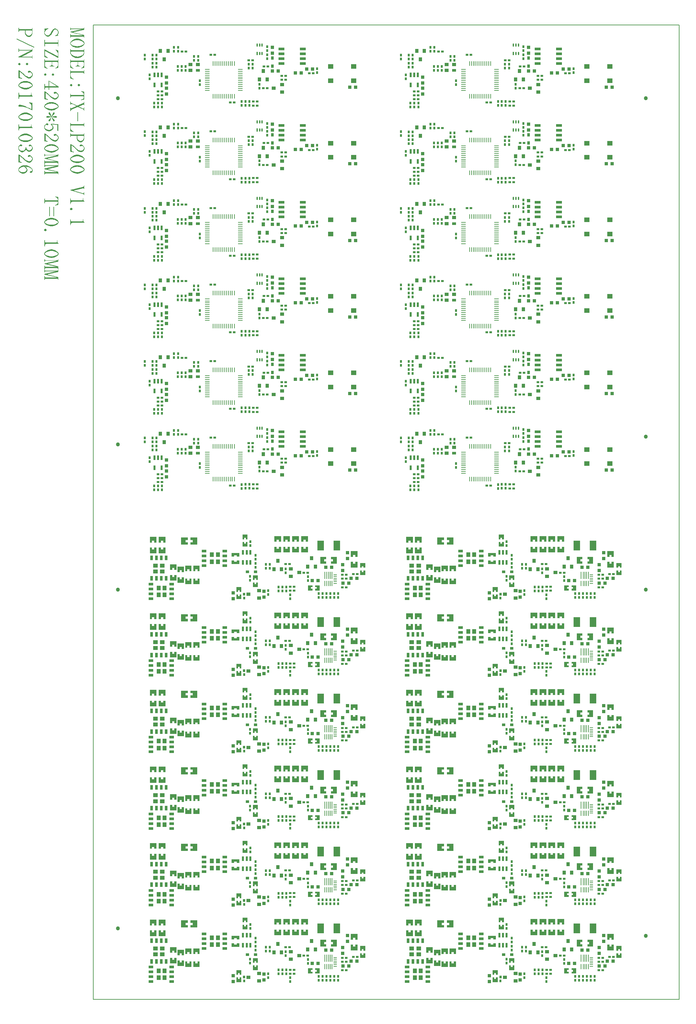
<source format=gbr>
G04 CAM350 V9.5 (Build 208) Date:  Tue Jan 03 16:28:30 2017 *
G04 Database: C:\Documents and Settings\Administrator\×ÀÃæ\0103-26.cam *
G04 Layer 8: wokao *
%FSLAX26Y26*%
%MOIN*%
%SFA1.000B1.000*%

%MIA0B0*%
%IPPOS*%
%AMacap0015*
4,1,8,0.03331,0.02594,0.01111,0.02594,0.01111,0.04539,-0.01110,0.04539,-0.01110,0.02594,-0.03331,0.02594,-0.03331,0.08429,0.03331,0.08429,0.03331,0.02594,0.00000*
4,1,8,0.03331,-0.08429,-0.03331,-0.08429,-0.03331,-0.02594,-0.01110,-0.02594,-0.01110,-0.04539,0.01111,-0.04539,0.01111,-0.02594,0.03331,-0.02594,0.03331,-0.08429,0.00000*
%
%AMacap0016*
4,1,8,0.03253,0.02594,0.01084,0.02594,0.01084,0.04539,-0.01084,0.04539,-0.01084,0.02594,-0.03253,0.02594,-0.03253,0.08429,0.03253,0.08429,0.03253,0.02594,0.00000*
4,1,8,0.03253,-0.08429,-0.03253,-0.08429,-0.03253,-0.02594,-0.01084,-0.02594,-0.01084,-0.04539,0.01084,-0.04539,0.01084,-0.02594,0.03253,-0.02594,0.03253,-0.08429,0.00000*
%
%AMacap0017*
4,1,8,0.04042,0.02057,0.01347,0.02057,0.01347,0.03310,-0.01347,0.03310,-0.01347,0.02057,-0.04042,0.02057,-0.04042,0.05817,0.04042,0.05817,0.04042,0.02057,0.00000*
4,1,8,0.04042,-0.05817,-0.04042,-0.05817,-0.04042,-0.02057,-0.01347,-0.02057,-0.01347,-0.03310,0.01347,-0.03310,0.01347,-0.02057,0.04042,-0.02057,0.04042,-0.05817,0.00000*
%
%ADD38C,0.04055*%
%ADD244R,0.02409X0.02609*%
%ADD245R,0.02609X0.02409*%
%ADD246R,0.02009X0.04559*%
%ADD250R,0.04184X0.03184*%
%ADD251R,0.04160X0.03166*%
%ADD259R,0.02609X0.02409*%
%ADD261R,0.02984X0.03784*%
%ADD265R,0.05759X0.04556*%
%ADD266R,0.03784X0.02984*%
%ADD270R,0.04959X0.02609*%
%ADD271R,0.02609X0.04959*%
%ADD275R,0.07134X0.10084*%
%ADD289R,0.02609X0.04959*%
%ADD306R,0.04134X0.05118*%
%ADD307R,0.05118X0.04134*%
%ADD309C,0.00787*%
%ADD310O,0.00906X0.04921*%
%ADD311O,0.04921X0.00906*%
%ADD312O,0.00906X0.04930*%
%ADD313O,0.04930X0.00906*%
%ADD314R,0.04959X0.00906*%
%ADD316O,0.01299X0.03534*%
%ADD318R,0.01299X0.03584*%
%ADD328R,0.00827X0.07709*%
%ADD330R,0.00827X0.05759*%
%ADD332R,0.00913X0.05759*%
%ADD334R,0.00866X0.07709*%
%ADD336R,0.01102X0.07709*%
%ADD338R,0.01102X0.05759*%
%ADD340R,0.03384X0.00827*%
%ADD342R,0.03384X0.00866*%
%ADD345R,0.06009X0.02638*%
%ADD410R,0.03197X0.03609*%
%ADD411R,0.03609X0.03197*%
%ADD412R,0.04153X0.03384*%
%ADD413R,0.03384X0.04153*%
%ADD422acap0015*%
%ADD425acap0016*%
%ADD428acap0017*%
%LNwokao*%
%LPD*%
G36*
X5313965Y9737368D02*
G01X5311972Y9737693D01*
X5309937Y9738537*
X5307945Y9739815*
X5306126Y9741417*
X5304502Y9743280*
X5303246Y9745250*
X5302402Y9747285*
X5302120Y9749213*
X5302402Y9751205*
X5303246Y9753240*
X5304502Y9755232*
X5306126Y9757051*
X5307945Y9758675*
X5309937Y9759931*
X5311972Y9760776*
X5313965Y9761057*
X5315892Y9760776*
X5317927Y9759931*
X5319898Y9758675*
X5321760Y9757051*
X5323362Y9755232*
X5324640Y9753240*
X5325484Y9751205*
X5325809Y9749213*
X5325484Y9747286*
X5324640Y9745250*
X5323362Y9743280*
X5321760Y9741417*
X5319898Y9739815*
X5317927Y9738537*
X5315892Y9737693*
X5313965Y9737368*
G37*
G36*
X5393476D02*
G01X5391484Y9737693D01*
X5389449Y9738537*
X5387457Y9739815*
X5385638Y9741417*
X5384014Y9743280*
X5382758Y9745250*
X5381913Y9747286*
X5381632Y9749213*
X5381913Y9751205*
X5382758Y9753240*
X5384014Y9755232*
X5385638Y9757051*
X5387457Y9758675*
X5389449Y9759931*
X5391484Y9760776*
X5393476Y9761057*
X5395404Y9760776*
X5397439Y9759931*
X5399409Y9758675*
X5401272Y9757051*
X5402874Y9755232*
X5404152Y9753240*
X5404996Y9751205*
X5405321Y9749213*
X5404996Y9747286*
X5404152Y9745250*
X5402874Y9743280*
X5401272Y9741417*
X5399409Y9739815*
X5397439Y9738537*
X5395404Y9737693*
X5393476Y9737368*
G37*
G36*
X5580500Y9629100D02*
G01X5578508Y9629425D01*
X5576472Y9630270*
X5574480Y9631547*
X5572661Y9633150*
X5571037Y9635012*
X5569781Y9636982*
X5568937Y9639018*
X5568656Y9640945*
X5568937Y9642937*
X5569781Y9644972*
X5571037Y9646965*
X5572661Y9648783*
X5574480Y9650408*
X5576472Y9651663*
X5578508Y9652508*
X5580500Y9652789*
X5582427Y9652508*
X5584463Y9651663*
X5586433Y9650408*
X5588295Y9648784*
X5589898Y9646965*
X5591175Y9644973*
X5592020Y9642937*
X5592344Y9640945*
X5592020Y9639018*
X5591175Y9636982*
X5589898Y9635012*
X5588295Y9633150*
X5586433Y9631547*
X5584463Y9630270*
X5582427Y9629425*
X5580500Y9629100*
G37*
G36*
X5660012D02*
G01X5658020Y9629425D01*
X5655984Y9630270*
X5653992Y9631547*
X5652173Y9633150*
X5650549Y9635012*
X5649293Y9636982*
X5648449Y9639018*
X5648167Y9640945*
X5648449Y9642937*
X5649293Y9644973*
X5650549Y9646965*
X5652173Y9648784*
X5653992Y9650408*
X5655984Y9651663*
X5658020Y9652508*
X5660012Y9652789*
X5661939Y9652508*
X5663974Y9651663*
X5665945Y9650408*
X5667807Y9648784*
X5669409Y9646965*
X5670687Y9644973*
X5671531Y9642937*
X5671856Y9640945*
X5671531Y9639018*
X5670687Y9636982*
X5669409Y9635012*
X5667807Y9633150*
X5665945Y9631547*
X5663974Y9630270*
X5661939Y9629425*
X5660012Y9629100*
G37*
G36*
X5847035Y9520833D02*
G01X5845043Y9521158D01*
X5843008Y9522002*
X5841016Y9523280*
X5839197Y9524882*
X5837573Y9526744*
X5836317Y9528715*
X5835472Y9530750*
X5835191Y9532677*
X5835472Y9534669*
X5836317Y9536705*
X5837573Y9538697*
X5839197Y9540516*
X5841016Y9542140*
X5843008Y9543396*
X5845043Y9544240*
X5847035Y9544522*
X5848963Y9544240*
X5850998Y9543396*
X5852969Y9542140*
X5854831Y9540516*
X5856433Y9538697*
X5857711Y9536705*
X5858555Y9534669*
X5858880Y9532677*
X5858555Y9530750*
X5857711Y9528715*
X5856433Y9526744*
X5854831Y9524882*
X5852969Y9523280*
X5850998Y9522002*
X5848963Y9521158*
X5847035Y9520833*
G37*
G36*
X5926547D02*
G01X5924555Y9521158D01*
X5922520Y9522002*
X5920528Y9523280*
X5918709Y9524882*
X5917085Y9526744*
X5915829Y9528715*
X5914984Y9530750*
X5914703Y9532677*
X5914984Y9534669*
X5915829Y9536705*
X5917085Y9538697*
X5918709Y9540516*
X5920528Y9542140*
X5922520Y9543396*
X5924555Y9544240*
X5926547Y9544522*
X5928474Y9544240*
X5930510Y9543396*
X5932480Y9542140*
X5934343Y9540516*
X5935945Y9538697*
X5937222Y9536705*
X5938067Y9534669*
X5938392Y9532677*
X5938067Y9530750*
X5937222Y9528715*
X5935945Y9526744*
X5934343Y9524882*
X5932480Y9523280*
X5930510Y9522002*
X5928474Y9521158*
X5926547Y9520833*
G37*
G36*
X10253519Y347386D02*
G01Y373480D01*
X10277154*
Y347386*
X10253519*
G37*
G36*
X7615680D02*
G01Y373480D01*
X7639315*
Y347386*
X7615680*
G37*
G36*
X10253519Y1134828D02*
G01Y1160922D01*
X10277154*
Y1134828*
X10253519*
G37*
G36*
X7615680D02*
G01Y1160922D01*
X7639315*
Y1134828*
X7615680*
G37*
G36*
X10253519Y1922270D02*
G01Y1948364D01*
X10277154*
Y1922270*
X10253519*
G37*
G36*
X7615680D02*
G01Y1948364D01*
X7639315*
Y1922270*
X7615680*
G37*
G36*
X10253519Y2709711D02*
G01Y2735805D01*
X10277154*
Y2709711*
X10253519*
G37*
G36*
X7615680D02*
G01Y2735805D01*
X7639315*
Y2709711*
X7615680*
G37*
G36*
X10253519Y3497153D02*
G01Y3523247D01*
X10277154*
Y3497153*
X10253519*
G37*
G36*
X7615680D02*
G01Y3523247D01*
X7639315*
Y3497153*
X7615680*
G37*
G36*
X10253519Y4284594D02*
G01Y4310688D01*
X10277154*
Y4284594*
X10253519*
G37*
G36*
X7615680D02*
G01Y4310688D01*
X7639315*
Y4284594*
X7615680*
G37*
G36*
X5568656Y8042307D02*
G01X5568937Y8044343D01*
X5569781Y8046465*
X5571081Y8048587*
X5572770Y8050579*
X5574697Y8052376*
X5576841Y8053762*
X5579071Y8054693*
X5581344Y8054996*
X5583553Y8054693*
X5585783Y8053762*
X5587906Y8052376*
X5589876Y8050579*
X5591543Y8048587*
X5592864Y8046465*
X5593709Y8044343*
X5594033Y8042307*
X5593687Y8040337*
X5592756Y8038215*
X5591327Y8036093*
X5589573Y8034079*
X5587559Y8032325*
X5585437Y8030896*
X5583315Y8029965*
X5581344Y8029618*
X5579071Y8029965*
X5576841Y8030896*
X5574697Y8032325*
X5572770Y8034079*
X5571081Y8036093*
X5569781Y8038215*
X5568937Y8040337*
X5568656Y8042307*
G37*
G36*
X5835191Y8258843D02*
G01X5835472Y8260878D01*
X5836317Y8263000*
X5837616Y8265122*
X5839305Y8267114*
X5841232Y8268911*
X5843376Y8270297*
X5845606Y8271228*
X5847880Y8271532*
X5850089Y8271228*
X5852319Y8270297*
X5854441Y8268911*
X5856411Y8267114*
X5858079Y8265122*
X5859400Y8263000*
X5860244Y8260878*
X5860569Y8258843*
X5860222Y8256872*
X5859291Y8254750*
X5857862Y8252628*
X5856108Y8250614*
X5854094Y8248860*
X5851972Y8247431*
X5849850Y8246500*
X5847880Y8246154*
X5845606Y8246500*
X5843376Y8247431*
X5841232Y8248860*
X5839305Y8250614*
X5837616Y8252628*
X5836317Y8254750*
X5835472Y8256872*
X5835191Y8258843*
G37*
G36*
X5620234Y8279132D02*
G01X5627856D01*
Y8185242*
X5620234*
Y8279132*
G37*
G36*
X5663390D02*
G01X5671012D01*
Y8185242*
X5663390*
Y8279132*
G37*
G36*
X5909636Y9253541D02*
G01X5917258D01*
Y9159652*
X5909636*
Y9253541*
G37*
G36*
X10299823Y924986D02*
G01X10282458D01*
Y940684*
X10265094*
Y924986*
X10247729*
Y972080*
X10299823*
Y924986*
G37*
G36*
Y848986D02*
G01X10247729D01*
Y896080*
X10265094*
Y880382*
X10282458*
Y896080*
X10299823*
Y848986*
G37*
G36*
X11511143Y631986D02*
G01X11493778D01*
Y647684*
X11476414*
Y631986*
X11459049*
Y679080*
X11511143*
Y631986*
G37*
G36*
Y555986D02*
G01X11459049D01*
Y603080*
X11476414*
Y587382*
X11493778*
Y603080*
X11511143*
Y555986*
G37*
G36*
X10236593Y384866D02*
G01X10219228D01*
Y400564*
X10201864*
Y384866*
X10184499*
Y431960*
X10236593*
Y384866*
G37*
G36*
Y308866D02*
G01X10184499D01*
Y355960*
X10201864*
Y340262*
X10219228*
Y355960*
X10236593*
Y308866*
G37*
G36*
X10407303Y507976D02*
G01X10389938D01*
Y523674*
X10372574*
Y507976*
X10355209*
Y555070*
X10407303*
Y507976*
G37*
G36*
Y431976D02*
G01X10355209D01*
Y479070*
X10372574*
Y463372*
X10389938*
Y479070*
X10407303*
Y431976*
G37*
G36*
X10996959Y398116D02*
G01Y415481D01*
X11012657*
Y432846*
X10996959*
Y450210*
X11044053*
Y398116*
X10996959*
G37*
G36*
X10920959D02*
G01Y450210D01*
X10968053*
Y432846*
X10952355*
Y415481*
X10968053*
Y398116*
X10920959*
G37*
G36*
X7661984Y924986D02*
G01X7644619D01*
Y940684*
X7627255*
Y924986*
X7609890*
Y972080*
X7661984*
Y924986*
G37*
G36*
Y848986D02*
G01X7609890D01*
Y896080*
X7627255*
Y880382*
X7644619*
Y896080*
X7661984*
Y848986*
G37*
G36*
X8873304Y631986D02*
G01X8855939D01*
Y647684*
X8838575*
Y631986*
X8821210*
Y679080*
X8873304*
Y631986*
G37*
G36*
Y555986D02*
G01X8821210D01*
Y603080*
X8838575*
Y587382*
X8855939*
Y603080*
X8873304*
Y555986*
G37*
G36*
X7598754Y384866D02*
G01X7581389D01*
Y400564*
X7564025*
Y384866*
X7546660*
Y431960*
X7598754*
Y384866*
G37*
G36*
Y308866D02*
G01X7546660D01*
Y355960*
X7564025*
Y340262*
X7581389*
Y355960*
X7598754*
Y308866*
G37*
G36*
X7769464Y507976D02*
G01X7752099D01*
Y523674*
X7734735*
Y507976*
X7717370*
Y555070*
X7769464*
Y507976*
G37*
G36*
Y431976D02*
G01X7717370D01*
Y479070*
X7734735*
Y463372*
X7752099*
Y479070*
X7769464*
Y431976*
G37*
G36*
X8359120Y398116D02*
G01Y415481D01*
X8374818*
Y432846*
X8359120*
Y450210*
X8406214*
Y398116*
X8359120*
G37*
G36*
X8283120D02*
G01Y450210D01*
X8330214*
Y432846*
X8314516*
Y415481*
X8330214*
Y398116*
X8283120*
G37*
G36*
X10299823Y1712428D02*
G01X10282458D01*
Y1728126*
X10265094*
Y1712428*
X10247729*
Y1759522*
X10299823*
Y1712428*
G37*
G36*
Y1636428D02*
G01X10247729D01*
Y1683522*
X10265094*
Y1667824*
X10282458*
Y1683522*
X10299823*
Y1636428*
G37*
G36*
X11511143Y1419428D02*
G01X11493778D01*
Y1435126*
X11476414*
Y1419428*
X11459049*
Y1466522*
X11511143*
Y1419428*
G37*
G36*
Y1343428D02*
G01X11459049D01*
Y1390522*
X11476414*
Y1374824*
X11493778*
Y1390522*
X11511143*
Y1343428*
G37*
G36*
X10236593Y1172308D02*
G01X10219228D01*
Y1188006*
X10201864*
Y1172308*
X10184499*
Y1219402*
X10236593*
Y1172308*
G37*
G36*
Y1096308D02*
G01X10184499D01*
Y1143402*
X10201864*
Y1127704*
X10219228*
Y1143402*
X10236593*
Y1096308*
G37*
G36*
X10407303Y1295418D02*
G01X10389938D01*
Y1311116*
X10372574*
Y1295418*
X10355209*
Y1342512*
X10407303*
Y1295418*
G37*
G36*
Y1219418D02*
G01X10355209D01*
Y1266512*
X10372574*
Y1250814*
X10389938*
Y1266512*
X10407303*
Y1219418*
G37*
G36*
X10996959Y1185558D02*
G01Y1202923D01*
X11012657*
Y1220288*
X10996959*
Y1237652*
X11044053*
Y1185558*
X10996959*
G37*
G36*
X10920959D02*
G01Y1237652D01*
X10968053*
Y1220288*
X10952355*
Y1202923*
X10968053*
Y1185558*
X10920959*
G37*
G36*
X7661984Y1712428D02*
G01X7644619D01*
Y1728126*
X7627255*
Y1712428*
X7609890*
Y1759522*
X7661984*
Y1712428*
G37*
G36*
Y1636428D02*
G01X7609890D01*
Y1683522*
X7627255*
Y1667824*
X7644619*
Y1683522*
X7661984*
Y1636428*
G37*
G36*
X8873304Y1419428D02*
G01X8855939D01*
Y1435126*
X8838575*
Y1419428*
X8821210*
Y1466522*
X8873304*
Y1419428*
G37*
G36*
Y1343428D02*
G01X8821210D01*
Y1390522*
X8838575*
Y1374824*
X8855939*
Y1390522*
X8873304*
Y1343428*
G37*
G36*
X7598754Y1172308D02*
G01X7581389D01*
Y1188006*
X7564025*
Y1172308*
X7546660*
Y1219402*
X7598754*
Y1172308*
G37*
G36*
Y1096308D02*
G01X7546660D01*
Y1143402*
X7564025*
Y1127704*
X7581389*
Y1143402*
X7598754*
Y1096308*
G37*
G36*
X7769464Y1295418D02*
G01X7752099D01*
Y1311116*
X7734735*
Y1295418*
X7717370*
Y1342512*
X7769464*
Y1295418*
G37*
G36*
Y1219418D02*
G01X7717370D01*
Y1266512*
X7734735*
Y1250814*
X7752099*
Y1266512*
X7769464*
Y1219418*
G37*
G36*
X8359120Y1185558D02*
G01Y1202923D01*
X8374818*
Y1220288*
X8359120*
Y1237652*
X8406214*
Y1185558*
X8359120*
G37*
G36*
X8283120D02*
G01Y1237652D01*
X8330214*
Y1220288*
X8314516*
Y1202923*
X8330214*
Y1185558*
X8283120*
G37*
G36*
X10299823Y2499870D02*
G01X10282458D01*
Y2515568*
X10265094*
Y2499870*
X10247729*
Y2546964*
X10299823*
Y2499870*
G37*
G36*
Y2423870D02*
G01X10247729D01*
Y2470964*
X10265094*
Y2455266*
X10282458*
Y2470964*
X10299823*
Y2423870*
G37*
G36*
X11511143Y2206870D02*
G01X11493778D01*
Y2222568*
X11476414*
Y2206870*
X11459049*
Y2253964*
X11511143*
Y2206870*
G37*
G36*
Y2130870D02*
G01X11459049D01*
Y2177964*
X11476414*
Y2162266*
X11493778*
Y2177964*
X11511143*
Y2130870*
G37*
G36*
X10236593Y1959750D02*
G01X10219228D01*
Y1975448*
X10201864*
Y1959750*
X10184499*
Y2006844*
X10236593*
Y1959750*
G37*
G36*
Y1883750D02*
G01X10184499D01*
Y1930844*
X10201864*
Y1915146*
X10219228*
Y1930844*
X10236593*
Y1883750*
G37*
G36*
X10407303Y2082860D02*
G01X10389938D01*
Y2098558*
X10372574*
Y2082860*
X10355209*
Y2129954*
X10407303*
Y2082860*
G37*
G36*
Y2006860D02*
G01X10355209D01*
Y2053954*
X10372574*
Y2038256*
X10389938*
Y2053954*
X10407303*
Y2006860*
G37*
G36*
X10996959Y1973000D02*
G01Y1990364D01*
X11012657*
Y2007729*
X10996959*
Y2025094*
X11044053*
Y1973000*
X10996959*
G37*
G36*
X10920959D02*
G01Y2025094D01*
X10968053*
Y2007729*
X10952355*
Y1990364*
X10968053*
Y1973000*
X10920959*
G37*
G36*
X7661984Y2499870D02*
G01X7644619D01*
Y2515568*
X7627255*
Y2499870*
X7609890*
Y2546964*
X7661984*
Y2499870*
G37*
G36*
Y2423870D02*
G01X7609890D01*
Y2470964*
X7627255*
Y2455266*
X7644619*
Y2470964*
X7661984*
Y2423870*
G37*
G36*
X8873304Y2206870D02*
G01X8855939D01*
Y2222568*
X8838575*
Y2206870*
X8821210*
Y2253964*
X8873304*
Y2206870*
G37*
G36*
Y2130870D02*
G01X8821210D01*
Y2177964*
X8838575*
Y2162266*
X8855939*
Y2177964*
X8873304*
Y2130870*
G37*
G36*
X7598754Y1959750D02*
G01X7581389D01*
Y1975448*
X7564025*
Y1959750*
X7546660*
Y2006844*
X7598754*
Y1959750*
G37*
G36*
Y1883750D02*
G01X7546660D01*
Y1930844*
X7564025*
Y1915146*
X7581389*
Y1930844*
X7598754*
Y1883750*
G37*
G36*
X7769464Y2082860D02*
G01X7752099D01*
Y2098558*
X7734735*
Y2082860*
X7717370*
Y2129954*
X7769464*
Y2082860*
G37*
G36*
Y2006860D02*
G01X7717370D01*
Y2053954*
X7734735*
Y2038256*
X7752099*
Y2053954*
X7769464*
Y2006860*
G37*
G36*
X8359120Y1973000D02*
G01Y1990364D01*
X8374818*
Y2007729*
X8359120*
Y2025094*
X8406214*
Y1973000*
X8359120*
G37*
G36*
X8283120D02*
G01Y2025094D01*
X8330214*
Y2007729*
X8314516*
Y1990364*
X8330214*
Y1973000*
X8283120*
G37*
G36*
X10299823Y3287311D02*
G01X10282458D01*
Y3303009*
X10265094*
Y3287311*
X10247729*
Y3334405*
X10299823*
Y3287311*
G37*
G36*
Y3211311D02*
G01X10247729D01*
Y3258405*
X10265094*
Y3242707*
X10282458*
Y3258405*
X10299823*
Y3211311*
G37*
G36*
X11511143Y2994311D02*
G01X11493778D01*
Y3010009*
X11476414*
Y2994311*
X11459049*
Y3041405*
X11511143*
Y2994311*
G37*
G36*
Y2918311D02*
G01X11459049D01*
Y2965405*
X11476414*
Y2949707*
X11493778*
Y2965405*
X11511143*
Y2918311*
G37*
G36*
X10236593Y2747191D02*
G01X10219228D01*
Y2762889*
X10201864*
Y2747191*
X10184499*
Y2794285*
X10236593*
Y2747191*
G37*
G36*
Y2671191D02*
G01X10184499D01*
Y2718285*
X10201864*
Y2702587*
X10219228*
Y2718285*
X10236593*
Y2671191*
G37*
G36*
X10407303Y2870301D02*
G01X10389938D01*
Y2885999*
X10372574*
Y2870301*
X10355209*
Y2917395*
X10407303*
Y2870301*
G37*
G36*
Y2794301D02*
G01X10355209D01*
Y2841395*
X10372574*
Y2825697*
X10389938*
Y2841395*
X10407303*
Y2794301*
G37*
G36*
X10996959Y2760441D02*
G01Y2777806D01*
X11012657*
Y2795171*
X10996959*
Y2812535*
X11044053*
Y2760441*
X10996959*
G37*
G36*
X10920959D02*
G01Y2812535D01*
X10968053*
Y2795171*
X10952355*
Y2777806*
X10968053*
Y2760441*
X10920959*
G37*
G36*
X7661984Y3287311D02*
G01X7644619D01*
Y3303009*
X7627255*
Y3287311*
X7609890*
Y3334405*
X7661984*
Y3287311*
G37*
G36*
Y3211311D02*
G01X7609890D01*
Y3258405*
X7627255*
Y3242707*
X7644619*
Y3258405*
X7661984*
Y3211311*
G37*
G36*
X8873304Y2994311D02*
G01X8855939D01*
Y3010009*
X8838575*
Y2994311*
X8821210*
Y3041405*
X8873304*
Y2994311*
G37*
G36*
Y2918311D02*
G01X8821210D01*
Y2965405*
X8838575*
Y2949707*
X8855939*
Y2965405*
X8873304*
Y2918311*
G37*
G36*
X7598754Y2747191D02*
G01X7581389D01*
Y2762889*
X7564025*
Y2747191*
X7546660*
Y2794285*
X7598754*
Y2747191*
G37*
G36*
Y2671191D02*
G01X7546660D01*
Y2718285*
X7564025*
Y2702587*
X7581389*
Y2718285*
X7598754*
Y2671191*
G37*
G36*
X7769464Y2870301D02*
G01X7752099D01*
Y2885999*
X7734735*
Y2870301*
X7717370*
Y2917395*
X7769464*
Y2870301*
G37*
G36*
Y2794301D02*
G01X7717370D01*
Y2841395*
X7734735*
Y2825697*
X7752099*
Y2841395*
X7769464*
Y2794301*
G37*
G36*
X8359120Y2760441D02*
G01Y2777806D01*
X8374818*
Y2795171*
X8359120*
Y2812535*
X8406214*
Y2760441*
X8359120*
G37*
G36*
X8283120D02*
G01Y2812535D01*
X8330214*
Y2795171*
X8314516*
Y2777806*
X8330214*
Y2760441*
X8283120*
G37*
G36*
X10299823Y4074753D02*
G01X10282458D01*
Y4090451*
X10265094*
Y4074753*
X10247729*
Y4121847*
X10299823*
Y4074753*
G37*
G36*
Y3998753D02*
G01X10247729D01*
Y4045847*
X10265094*
Y4030149*
X10282458*
Y4045847*
X10299823*
Y3998753*
G37*
G36*
X11511143Y3781753D02*
G01X11493778D01*
Y3797451*
X11476414*
Y3781753*
X11459049*
Y3828847*
X11511143*
Y3781753*
G37*
G36*
Y3705753D02*
G01X11459049D01*
Y3752847*
X11476414*
Y3737149*
X11493778*
Y3752847*
X11511143*
Y3705753*
G37*
G36*
X10236593Y3534633D02*
G01X10219228D01*
Y3550331*
X10201864*
Y3534633*
X10184499*
Y3581727*
X10236593*
Y3534633*
G37*
G36*
Y3458633D02*
G01X10184499D01*
Y3505727*
X10201864*
Y3490029*
X10219228*
Y3505727*
X10236593*
Y3458633*
G37*
G36*
X10407303Y3657743D02*
G01X10389938D01*
Y3673441*
X10372574*
Y3657743*
X10355209*
Y3704837*
X10407303*
Y3657743*
G37*
G36*
Y3581743D02*
G01X10355209D01*
Y3628837*
X10372574*
Y3613139*
X10389938*
Y3628837*
X10407303*
Y3581743*
G37*
G36*
X10996959Y3547883D02*
G01Y3565247D01*
X11012657*
Y3582612*
X10996959*
Y3599977*
X11044053*
Y3547883*
X10996959*
G37*
G36*
X10920959D02*
G01Y3599977D01*
X10968053*
Y3582612*
X10952355*
Y3565247*
X10968053*
Y3547883*
X10920959*
G37*
G36*
X7661984Y4074753D02*
G01X7644619D01*
Y4090451*
X7627255*
Y4074753*
X7609890*
Y4121847*
X7661984*
Y4074753*
G37*
G36*
Y3998753D02*
G01X7609890D01*
Y4045847*
X7627255*
Y4030149*
X7644619*
Y4045847*
X7661984*
Y3998753*
G37*
G36*
X8873304Y3781753D02*
G01X8855939D01*
Y3797451*
X8838575*
Y3781753*
X8821210*
Y3828847*
X8873304*
Y3781753*
G37*
G36*
Y3705753D02*
G01X8821210D01*
Y3752847*
X8838575*
Y3737149*
X8855939*
Y3752847*
X8873304*
Y3705753*
G37*
G36*
X7598754Y3534633D02*
G01X7581389D01*
Y3550331*
X7564025*
Y3534633*
X7546660*
Y3581727*
X7598754*
Y3534633*
G37*
G36*
Y3458633D02*
G01X7546660D01*
Y3505727*
X7564025*
Y3490029*
X7581389*
Y3505727*
X7598754*
Y3458633*
G37*
G36*
X7769464Y3657743D02*
G01X7752099D01*
Y3673441*
X7734735*
Y3657743*
X7717370*
Y3704837*
X7769464*
Y3657743*
G37*
G36*
Y3581743D02*
G01X7717370D01*
Y3628837*
X7734735*
Y3613139*
X7752099*
Y3628837*
X7769464*
Y3581743*
G37*
G36*
X8359120Y3547883D02*
G01Y3565247D01*
X8374818*
Y3582612*
X8359120*
Y3599977*
X8406214*
Y3547883*
X8359120*
G37*
G36*
X8283120D02*
G01Y3599977D01*
X8330214*
Y3582612*
X8314516*
Y3565247*
X8330214*
Y3547883*
X8283120*
G37*
G36*
X10299823Y4862194D02*
G01X10282458D01*
Y4877892*
X10265094*
Y4862194*
X10247729*
Y4909288*
X10299823*
Y4862194*
G37*
G36*
Y4786194D02*
G01X10247729D01*
Y4833288*
X10265094*
Y4817590*
X10282458*
Y4833288*
X10299823*
Y4786194*
G37*
G36*
X11511143Y4569194D02*
G01X11493778D01*
Y4584892*
X11476414*
Y4569194*
X11459049*
Y4616288*
X11511143*
Y4569194*
G37*
G36*
Y4493194D02*
G01X11459049D01*
Y4540288*
X11476414*
Y4524590*
X11493778*
Y4540288*
X11511143*
Y4493194*
G37*
G36*
X10236593Y4322074D02*
G01X10219228D01*
Y4337772*
X10201864*
Y4322074*
X10184499*
Y4369168*
X10236593*
Y4322074*
G37*
G36*
Y4246074D02*
G01X10184499D01*
Y4293168*
X10201864*
Y4277470*
X10219228*
Y4293168*
X10236593*
Y4246074*
G37*
G36*
X10407303Y4445184D02*
G01X10389938D01*
Y4460882*
X10372574*
Y4445184*
X10355209*
Y4492278*
X10407303*
Y4445184*
G37*
G36*
Y4369184D02*
G01X10355209D01*
Y4416278*
X10372574*
Y4400580*
X10389938*
Y4416278*
X10407303*
Y4369184*
G37*
G36*
X10996959Y4335324D02*
G01Y4352689D01*
X11012657*
Y4370054*
X10996959*
Y4387418*
X11044053*
Y4335324*
X10996959*
G37*
G36*
X10920959D02*
G01Y4387418D01*
X10968053*
Y4370054*
X10952355*
Y4352689*
X10968053*
Y4335324*
X10920959*
G37*
G36*
X7661984Y4862194D02*
G01X7644619D01*
Y4877892*
X7627255*
Y4862194*
X7609890*
Y4909288*
X7661984*
Y4862194*
G37*
G36*
Y4786194D02*
G01X7609890D01*
Y4833288*
X7627255*
Y4817590*
X7644619*
Y4833288*
X7661984*
Y4786194*
G37*
G36*
X8873304Y4569194D02*
G01X8855939D01*
Y4584892*
X8838575*
Y4569194*
X8821210*
Y4616288*
X8873304*
Y4569194*
G37*
G36*
Y4493194D02*
G01X8821210D01*
Y4540288*
X8838575*
Y4524590*
X8855939*
Y4540288*
X8873304*
Y4493194*
G37*
G36*
X7598754Y4322074D02*
G01X7581389D01*
Y4337772*
X7564025*
Y4322074*
X7546660*
Y4369168*
X7598754*
Y4322074*
G37*
G36*
Y4246074D02*
G01X7546660D01*
Y4293168*
X7564025*
Y4277470*
X7581389*
Y4293168*
X7598754*
Y4246074*
G37*
G36*
X7769464Y4445184D02*
G01X7752099D01*
Y4460882*
X7734735*
Y4445184*
X7717370*
Y4492278*
X7769464*
Y4445184*
G37*
G36*
Y4369184D02*
G01X7717370D01*
Y4416278*
X7734735*
Y4400580*
X7752099*
Y4416278*
X7769464*
Y4369184*
G37*
G36*
X8359120Y4335324D02*
G01Y4352689D01*
X8374818*
Y4370054*
X8359120*
Y4387418*
X8406214*
Y4335324*
X8359120*
G37*
G36*
X8283120D02*
G01Y4387418D01*
X8330214*
Y4370054*
X8314516*
Y4352689*
X8330214*
Y4335324*
X8283120*
G37*
G36*
X9658953Y462986D02*
G01Y520580D01*
X9680185*
Y501382*
X9701967*
Y520580*
X9723749*
Y462986*
X9658953*
G37*
G36*
Y596846D02*
G01Y654440D01*
X9723749*
Y596846*
X9701967*
Y616044*
X9680185*
Y596846*
X9658953*
G37*
G36*
X7021114Y462986D02*
G01Y520580D01*
X7042346*
Y501382*
X7064128*
Y520580*
X7085910*
Y462986*
X7021114*
G37*
G36*
Y596846D02*
G01Y654440D01*
X7085910*
Y596846*
X7064128*
Y616044*
X7042346*
Y596846*
X7021114*
G37*
G36*
X9658953Y1250428D02*
G01Y1308022D01*
X9680185*
Y1288824*
X9701967*
Y1308022*
X9723749*
Y1250428*
X9658953*
G37*
G36*
Y1384288D02*
G01Y1441882D01*
X9723749*
Y1384288*
X9701967*
Y1403486*
X9680185*
Y1384288*
X9658953*
G37*
G36*
X7021114Y1250428D02*
G01Y1308022D01*
X7042346*
Y1288824*
X7064128*
Y1308022*
X7085910*
Y1250428*
X7021114*
G37*
G36*
Y1384288D02*
G01Y1441882D01*
X7085910*
Y1384288*
X7064128*
Y1403486*
X7042346*
Y1384288*
X7021114*
G37*
G36*
X9658953Y2037870D02*
G01Y2095464D01*
X9680185*
Y2076266*
X9701967*
Y2095464*
X9723749*
Y2037870*
X9658953*
G37*
G36*
Y2171730D02*
G01Y2229324D01*
X9723749*
Y2171730*
X9701967*
Y2190928*
X9680185*
Y2171730*
X9658953*
G37*
G36*
X7021114Y2037870D02*
G01Y2095464D01*
X7042346*
Y2076266*
X7064128*
Y2095464*
X7085910*
Y2037870*
X7021114*
G37*
G36*
Y2171730D02*
G01Y2229324D01*
X7085910*
Y2171730*
X7064128*
Y2190928*
X7042346*
Y2171730*
X7021114*
G37*
G36*
X9658953Y2825311D02*
G01Y2882905D01*
X9680185*
Y2863707*
X9701967*
Y2882905*
X9723749*
Y2825311*
X9658953*
G37*
G36*
Y2959171D02*
G01Y3016765D01*
X9723749*
Y2959171*
X9701967*
Y2978369*
X9680185*
Y2959171*
X9658953*
G37*
G36*
X7021114Y2825311D02*
G01Y2882905D01*
X7042346*
Y2863707*
X7064128*
Y2882905*
X7085910*
Y2825311*
X7021114*
G37*
G36*
Y2959171D02*
G01Y3016765D01*
X7085910*
Y2959171*
X7064128*
Y2978369*
X7042346*
Y2959171*
X7021114*
G37*
G36*
X9658953Y3612753D02*
G01Y3670347D01*
X9680185*
Y3651149*
X9701967*
Y3670347*
X9723749*
Y3612753*
X9658953*
G37*
G36*
Y3746613D02*
G01Y3804207D01*
X9723749*
Y3746613*
X9701967*
Y3765811*
X9680185*
Y3746613*
X9658953*
G37*
G36*
X7021114Y3612753D02*
G01Y3670347D01*
X7042346*
Y3651149*
X7064128*
Y3670347*
X7085910*
Y3612753*
X7021114*
G37*
G36*
Y3746613D02*
G01Y3804207D01*
X7085910*
Y3746613*
X7064128*
Y3765811*
X7042346*
Y3746613*
X7021114*
G37*
G36*
X9658953Y4400194D02*
G01Y4457788D01*
X9680185*
Y4438590*
X9701967*
Y4457788*
X9723749*
Y4400194*
X9658953*
G37*
G36*
Y4534054D02*
G01Y4591648D01*
X9723749*
Y4534054*
X9701967*
Y4553252*
X9680185*
Y4534054*
X9658953*
G37*
G36*
X7021114Y4400194D02*
G01Y4457788D01*
X7042346*
Y4438590*
X7064128*
Y4457788*
X7085910*
Y4400194*
X7021114*
G37*
G36*
Y4534054D02*
G01Y4591648D01*
X7085910*
Y4534054*
X7064128*
Y4553252*
X7042346*
Y4534054*
X7021114*
G37*
G36*
X9806429Y462986D02*
G01X9741083D01*
Y520580*
X9762865*
Y501382*
X9784647*
Y520580*
X9806429*
Y462986*
G37*
G36*
Y596846D02*
G01X9784647D01*
Y616044*
X9762865*
Y596846*
X9741083*
Y654440*
X9806429*
Y596846*
G37*
G36*
X7168590Y462986D02*
G01X7103244D01*
Y520580*
X7125026*
Y501382*
X7146808*
Y520580*
X7168590*
Y462986*
G37*
G36*
Y596846D02*
G01X7146808D01*
Y616044*
X7125026*
Y596846*
X7103244*
Y654440*
X7168590*
Y596846*
G37*
G36*
X9806429Y1250428D02*
G01X9741083D01*
Y1308022*
X9762865*
Y1288824*
X9784647*
Y1308022*
X9806429*
Y1250428*
G37*
G36*
Y1384288D02*
G01X9784647D01*
Y1403486*
X9762865*
Y1384288*
X9741083*
Y1441882*
X9806429*
Y1384288*
G37*
G36*
X7168590Y1250428D02*
G01X7103244D01*
Y1308022*
X7125026*
Y1288824*
X7146808*
Y1308022*
X7168590*
Y1250428*
G37*
G36*
Y1384288D02*
G01X7146808D01*
Y1403486*
X7125026*
Y1384288*
X7103244*
Y1441882*
X7168590*
Y1384288*
G37*
G36*
X9806429Y2037870D02*
G01X9741083D01*
Y2095464*
X9762865*
Y2076266*
X9784647*
Y2095464*
X9806429*
Y2037870*
G37*
G36*
Y2171730D02*
G01X9784647D01*
Y2190928*
X9762865*
Y2171730*
X9741083*
Y2229324*
X9806429*
Y2171730*
G37*
G36*
X7168590Y2037870D02*
G01X7103244D01*
Y2095464*
X7125026*
Y2076266*
X7146808*
Y2095464*
X7168590*
Y2037870*
G37*
G36*
Y2171730D02*
G01X7146808D01*
Y2190928*
X7125026*
Y2171730*
X7103244*
Y2229324*
X7168590*
Y2171730*
G37*
G36*
X9806429Y2825311D02*
G01X9741083D01*
Y2882905*
X9762865*
Y2863707*
X9784647*
Y2882905*
X9806429*
Y2825311*
G37*
G36*
Y2959171D02*
G01X9784647D01*
Y2978369*
X9762865*
Y2959171*
X9741083*
Y3016765*
X9806429*
Y2959171*
G37*
G36*
X7168590Y2825311D02*
G01X7103244D01*
Y2882905*
X7125026*
Y2863707*
X7146808*
Y2882905*
X7168590*
Y2825311*
G37*
G36*
Y2959171D02*
G01X7146808D01*
Y2978369*
X7125026*
Y2959171*
X7103244*
Y3016765*
X7168590*
Y2959171*
G37*
G36*
X9806429Y3612753D02*
G01X9741083D01*
Y3670347*
X9762865*
Y3651149*
X9784647*
Y3670347*
X9806429*
Y3612753*
G37*
G36*
Y3746613D02*
G01X9784647D01*
Y3765811*
X9762865*
Y3746613*
X9741083*
Y3804207*
X9806429*
Y3746613*
G37*
G36*
X7168590Y3612753D02*
G01X7103244D01*
Y3670347*
X7125026*
Y3651149*
X7146808*
Y3670347*
X7168590*
Y3612753*
G37*
G36*
Y3746613D02*
G01X7146808D01*
Y3765811*
X7125026*
Y3746613*
X7103244*
Y3804207*
X7168590*
Y3746613*
G37*
G36*
X9806429Y4400194D02*
G01X9741083D01*
Y4457788*
X9762865*
Y4438590*
X9784647*
Y4457788*
X9806429*
Y4400194*
G37*
G36*
Y4534054D02*
G01X9784647D01*
Y4553252*
X9762865*
Y4534054*
X9741083*
Y4591648*
X9806429*
Y4534054*
G37*
G36*
X7168590Y4400194D02*
G01X7103244D01*
Y4457788*
X7125026*
Y4438590*
X7146808*
Y4457788*
X7168590*
Y4400194*
G37*
G36*
Y4534054D02*
G01X7146808D01*
Y4553252*
X7125026*
Y4534054*
X7103244*
Y4591648*
X7168590*
Y4534054*
G37*
G36*
X9454099Y781510D02*
G01X9384753D01*
Y839856*
X9407868*
Y820408*
X9430984*
Y839856*
X9454099*
Y781510*
G37*
G36*
Y891750D02*
G01X9430984D01*
Y911199*
X9407868*
Y891750*
X9384753*
Y950096*
X9454099*
Y891750*
G37*
G36*
X9363549Y781510D02*
G01X9294203D01*
Y839856*
X9317318*
Y820408*
X9340434*
Y839856*
X9363549*
Y781510*
G37*
G36*
Y891750D02*
G01X9340434D01*
Y911199*
X9317318*
Y891750*
X9294203*
Y950096*
X9363549*
Y891750*
G37*
G36*
X10644779Y789320D02*
G01X10575433D01*
Y847666*
X10598548*
Y828218*
X10621664*
Y847666*
X10644779*
Y789320*
G37*
G36*
Y899560D02*
G01X10621664D01*
Y919009*
X10598548*
Y899560*
X10575433*
Y957906*
X10644779*
Y899560*
G37*
G36*
X10920989Y789320D02*
G01X10851643D01*
Y847666*
X10874758*
Y828218*
X10897874*
Y847666*
X10920989*
Y789320*
G37*
G36*
Y899560D02*
G01X10897874D01*
Y919009*
X10874758*
Y899560*
X10851643*
Y957906*
X10920989*
Y899560*
G37*
G36*
X10828879Y789320D02*
G01X10759533D01*
Y847666*
X10782648*
Y828218*
X10805764*
Y847666*
X10828879*
Y789320*
G37*
G36*
Y899560D02*
G01X10805764D01*
Y919009*
X10782648*
Y899560*
X10759533*
Y957906*
X10828879*
Y899560*
G37*
G36*
X10736879Y789320D02*
G01X10667533D01*
Y847666*
X10690648*
Y828218*
X10713764*
Y847666*
X10736879*
Y789320*
G37*
G36*
Y899560D02*
G01X10713764D01*
Y919009*
X10690648*
Y899560*
X10667533*
Y957906*
X10736879*
Y899560*
G37*
G36*
X11218294Y742576D02*
G01Y673230D01*
X11159948*
Y696346*
X11179397*
Y719461*
X11159948*
Y742576*
X11218294*
G37*
G36*
X11108054D02*
G01Y719461D01*
X11088605*
Y696346*
X11108054*
Y673230*
X11049708*
Y742576*
X11108054*
G37*
G36*
X11432579Y634640D02*
G01X11363233D01*
Y692986*
X11386348*
Y673538*
X11409464*
Y692986*
X11432579*
Y634640*
G37*
G36*
Y744880D02*
G01X11409464D01*
Y764329*
X11386348*
Y744880*
X11363233*
Y803226*
X11432579*
Y744880*
G37*
G36*
X6816260Y781510D02*
G01X6746914D01*
Y839856*
X6770029*
Y820408*
X6793145*
Y839856*
X6816260*
Y781510*
G37*
G36*
Y891750D02*
G01X6793145D01*
Y911199*
X6770029*
Y891750*
X6746914*
Y950096*
X6816260*
Y891750*
G37*
G36*
X6725710Y781510D02*
G01X6656364D01*
Y839856*
X6679479*
Y820408*
X6702595*
Y839856*
X6725710*
Y781510*
G37*
G36*
Y891750D02*
G01X6702595D01*
Y911199*
X6679479*
Y891750*
X6656364*
Y950096*
X6725710*
Y891750*
G37*
G36*
X8006940Y789320D02*
G01X7937594D01*
Y847666*
X7960709*
Y828218*
X7983825*
Y847666*
X8006940*
Y789320*
G37*
G36*
Y899560D02*
G01X7983825D01*
Y919009*
X7960709*
Y899560*
X7937594*
Y957906*
X8006940*
Y899560*
G37*
G36*
X8283150Y789320D02*
G01X8213804D01*
Y847666*
X8236919*
Y828218*
X8260035*
Y847666*
X8283150*
Y789320*
G37*
G36*
Y899560D02*
G01X8260035D01*
Y919009*
X8236919*
Y899560*
X8213804*
Y957906*
X8283150*
Y899560*
G37*
G36*
X8191040Y789320D02*
G01X8121694D01*
Y847666*
X8144809*
Y828218*
X8167925*
Y847666*
X8191040*
Y789320*
G37*
G36*
Y899560D02*
G01X8167925D01*
Y919009*
X8144809*
Y899560*
X8121694*
Y957906*
X8191040*
Y899560*
G37*
G36*
X8099040Y789320D02*
G01X8029694D01*
Y847666*
X8052809*
Y828218*
X8075925*
Y847666*
X8099040*
Y789320*
G37*
G36*
Y899560D02*
G01X8075925D01*
Y919009*
X8052809*
Y899560*
X8029694*
Y957906*
X8099040*
Y899560*
G37*
G36*
X8580455Y742576D02*
G01Y673230D01*
X8522109*
Y696346*
X8541558*
Y719461*
X8522109*
Y742576*
X8580455*
G37*
G36*
X8470215D02*
G01Y719461D01*
X8450766*
Y696346*
X8470215*
Y673230*
X8411869*
Y742576*
X8470215*
G37*
G36*
X8794740Y634640D02*
G01X8725394D01*
Y692986*
X8748509*
Y673538*
X8771625*
Y692986*
X8794740*
Y634640*
G37*
G36*
Y744880D02*
G01X8771625D01*
Y764329*
X8748509*
Y744880*
X8725394*
Y803226*
X8794740*
Y744880*
G37*
G36*
X9454099Y1568952D02*
G01X9384753D01*
Y1627298*
X9407868*
Y1607850*
X9430984*
Y1627298*
X9454099*
Y1568952*
G37*
G36*
Y1679192D02*
G01X9430984D01*
Y1698641*
X9407868*
Y1679192*
X9384753*
Y1737538*
X9454099*
Y1679192*
G37*
G36*
X9363549Y1568952D02*
G01X9294203D01*
Y1627298*
X9317318*
Y1607850*
X9340434*
Y1627298*
X9363549*
Y1568952*
G37*
G36*
Y1679192D02*
G01X9340434D01*
Y1698641*
X9317318*
Y1679192*
X9294203*
Y1737538*
X9363549*
Y1679192*
G37*
G36*
X10644779Y1576762D02*
G01X10575433D01*
Y1635108*
X10598548*
Y1615660*
X10621664*
Y1635108*
X10644779*
Y1576762*
G37*
G36*
Y1687002D02*
G01X10621664D01*
Y1706451*
X10598548*
Y1687002*
X10575433*
Y1745348*
X10644779*
Y1687002*
G37*
G36*
X10920989Y1576762D02*
G01X10851643D01*
Y1635108*
X10874758*
Y1615660*
X10897874*
Y1635108*
X10920989*
Y1576762*
G37*
G36*
Y1687002D02*
G01X10897874D01*
Y1706451*
X10874758*
Y1687002*
X10851643*
Y1745348*
X10920989*
Y1687002*
G37*
G36*
X10828879Y1576762D02*
G01X10759533D01*
Y1635108*
X10782648*
Y1615660*
X10805764*
Y1635108*
X10828879*
Y1576762*
G37*
G36*
Y1687002D02*
G01X10805764D01*
Y1706451*
X10782648*
Y1687002*
X10759533*
Y1745348*
X10828879*
Y1687002*
G37*
G36*
X10736879Y1576762D02*
G01X10667533D01*
Y1635108*
X10690648*
Y1615660*
X10713764*
Y1635108*
X10736879*
Y1576762*
G37*
G36*
Y1687002D02*
G01X10713764D01*
Y1706451*
X10690648*
Y1687002*
X10667533*
Y1745348*
X10736879*
Y1687002*
G37*
G36*
X11218294Y1530018D02*
G01Y1460672D01*
X11159948*
Y1483787*
X11179397*
Y1506903*
X11159948*
Y1530018*
X11218294*
G37*
G36*
X11108054D02*
G01Y1506903D01*
X11088605*
Y1483787*
X11108054*
Y1460672*
X11049708*
Y1530018*
X11108054*
G37*
G36*
X11432579Y1422082D02*
G01X11363233D01*
Y1480428*
X11386348*
Y1460980*
X11409464*
Y1480428*
X11432579*
Y1422082*
G37*
G36*
Y1532322D02*
G01X11409464D01*
Y1551771*
X11386348*
Y1532322*
X11363233*
Y1590668*
X11432579*
Y1532322*
G37*
G36*
X6816260Y1568952D02*
G01X6746914D01*
Y1627298*
X6770029*
Y1607850*
X6793145*
Y1627298*
X6816260*
Y1568952*
G37*
G36*
Y1679192D02*
G01X6793145D01*
Y1698641*
X6770029*
Y1679192*
X6746914*
Y1737538*
X6816260*
Y1679192*
G37*
G36*
X6725710Y1568952D02*
G01X6656364D01*
Y1627298*
X6679479*
Y1607850*
X6702595*
Y1627298*
X6725710*
Y1568952*
G37*
G36*
Y1679192D02*
G01X6702595D01*
Y1698641*
X6679479*
Y1679192*
X6656364*
Y1737538*
X6725710*
Y1679192*
G37*
G36*
X8006940Y1576762D02*
G01X7937594D01*
Y1635108*
X7960709*
Y1615660*
X7983825*
Y1635108*
X8006940*
Y1576762*
G37*
G36*
Y1687002D02*
G01X7983825D01*
Y1706451*
X7960709*
Y1687002*
X7937594*
Y1745348*
X8006940*
Y1687002*
G37*
G36*
X8283150Y1576762D02*
G01X8213804D01*
Y1635108*
X8236919*
Y1615660*
X8260035*
Y1635108*
X8283150*
Y1576762*
G37*
G36*
Y1687002D02*
G01X8260035D01*
Y1706451*
X8236919*
Y1687002*
X8213804*
Y1745348*
X8283150*
Y1687002*
G37*
G36*
X8191040Y1576762D02*
G01X8121694D01*
Y1635108*
X8144809*
Y1615660*
X8167925*
Y1635108*
X8191040*
Y1576762*
G37*
G36*
Y1687002D02*
G01X8167925D01*
Y1706451*
X8144809*
Y1687002*
X8121694*
Y1745348*
X8191040*
Y1687002*
G37*
G36*
X8099040Y1576762D02*
G01X8029694D01*
Y1635108*
X8052809*
Y1615660*
X8075925*
Y1635108*
X8099040*
Y1576762*
G37*
G36*
Y1687002D02*
G01X8075925D01*
Y1706451*
X8052809*
Y1687002*
X8029694*
Y1745348*
X8099040*
Y1687002*
G37*
G36*
X8580455Y1530018D02*
G01Y1460672D01*
X8522109*
Y1483787*
X8541558*
Y1506903*
X8522109*
Y1530018*
X8580455*
G37*
G36*
X8470215D02*
G01Y1506903D01*
X8450766*
Y1483787*
X8470215*
Y1460672*
X8411869*
Y1530018*
X8470215*
G37*
G36*
X8794740Y1422082D02*
G01X8725394D01*
Y1480428*
X8748509*
Y1460980*
X8771625*
Y1480428*
X8794740*
Y1422082*
G37*
G36*
Y1532322D02*
G01X8771625D01*
Y1551771*
X8748509*
Y1532322*
X8725394*
Y1590668*
X8794740*
Y1532322*
G37*
G36*
X9454099Y2356394D02*
G01X9384753D01*
Y2414740*
X9407868*
Y2395291*
X9430984*
Y2414740*
X9454099*
Y2356394*
G37*
G36*
Y2466634D02*
G01X9430984D01*
Y2486082*
X9407868*
Y2466634*
X9384753*
Y2524980*
X9454099*
Y2466634*
G37*
G36*
X9363549Y2356394D02*
G01X9294203D01*
Y2414740*
X9317318*
Y2395291*
X9340434*
Y2414740*
X9363549*
Y2356394*
G37*
G36*
Y2466634D02*
G01X9340434D01*
Y2486082*
X9317318*
Y2466634*
X9294203*
Y2524980*
X9363549*
Y2466634*
G37*
G36*
X10644779Y2364204D02*
G01X10575433D01*
Y2422550*
X10598548*
Y2403101*
X10621664*
Y2422550*
X10644779*
Y2364204*
G37*
G36*
Y2474444D02*
G01X10621664D01*
Y2493892*
X10598548*
Y2474444*
X10575433*
Y2532790*
X10644779*
Y2474444*
G37*
G36*
X10920989Y2364204D02*
G01X10851643D01*
Y2422550*
X10874758*
Y2403101*
X10897874*
Y2422550*
X10920989*
Y2364204*
G37*
G36*
Y2474444D02*
G01X10897874D01*
Y2493892*
X10874758*
Y2474444*
X10851643*
Y2532790*
X10920989*
Y2474444*
G37*
G36*
X10828879Y2364204D02*
G01X10759533D01*
Y2422550*
X10782648*
Y2403101*
X10805764*
Y2422550*
X10828879*
Y2364204*
G37*
G36*
Y2474444D02*
G01X10805764D01*
Y2493892*
X10782648*
Y2474444*
X10759533*
Y2532790*
X10828879*
Y2474444*
G37*
G36*
X10736879Y2364204D02*
G01X10667533D01*
Y2422550*
X10690648*
Y2403101*
X10713764*
Y2422550*
X10736879*
Y2364204*
G37*
G36*
Y2474444D02*
G01X10713764D01*
Y2493892*
X10690648*
Y2474444*
X10667533*
Y2532790*
X10736879*
Y2474444*
G37*
G36*
X11218294Y2317460D02*
G01Y2248114D01*
X11159948*
Y2271229*
X11179397*
Y2294345*
X11159948*
Y2317460*
X11218294*
G37*
G36*
X11108054D02*
G01Y2294345D01*
X11088605*
Y2271229*
X11108054*
Y2248114*
X11049708*
Y2317460*
X11108054*
G37*
G36*
X11432579Y2209524D02*
G01X11363233D01*
Y2267870*
X11386348*
Y2248421*
X11409464*
Y2267870*
X11432579*
Y2209524*
G37*
G36*
Y2319764D02*
G01X11409464D01*
Y2339212*
X11386348*
Y2319764*
X11363233*
Y2378110*
X11432579*
Y2319764*
G37*
G36*
X6816260Y2356394D02*
G01X6746914D01*
Y2414740*
X6770029*
Y2395291*
X6793145*
Y2414740*
X6816260*
Y2356394*
G37*
G36*
Y2466634D02*
G01X6793145D01*
Y2486082*
X6770029*
Y2466634*
X6746914*
Y2524980*
X6816260*
Y2466634*
G37*
G36*
X6725710Y2356394D02*
G01X6656364D01*
Y2414740*
X6679479*
Y2395291*
X6702595*
Y2414740*
X6725710*
Y2356394*
G37*
G36*
Y2466634D02*
G01X6702595D01*
Y2486082*
X6679479*
Y2466634*
X6656364*
Y2524980*
X6725710*
Y2466634*
G37*
G36*
X8006940Y2364204D02*
G01X7937594D01*
Y2422550*
X7960709*
Y2403101*
X7983825*
Y2422550*
X8006940*
Y2364204*
G37*
G36*
Y2474444D02*
G01X7983825D01*
Y2493892*
X7960709*
Y2474444*
X7937594*
Y2532790*
X8006940*
Y2474444*
G37*
G36*
X8283150Y2364204D02*
G01X8213804D01*
Y2422550*
X8236919*
Y2403101*
X8260035*
Y2422550*
X8283150*
Y2364204*
G37*
G36*
Y2474444D02*
G01X8260035D01*
Y2493892*
X8236919*
Y2474444*
X8213804*
Y2532790*
X8283150*
Y2474444*
G37*
G36*
X8191040Y2364204D02*
G01X8121694D01*
Y2422550*
X8144809*
Y2403101*
X8167925*
Y2422550*
X8191040*
Y2364204*
G37*
G36*
Y2474444D02*
G01X8167925D01*
Y2493892*
X8144809*
Y2474444*
X8121694*
Y2532790*
X8191040*
Y2474444*
G37*
G36*
X8099040Y2364204D02*
G01X8029694D01*
Y2422550*
X8052809*
Y2403101*
X8075925*
Y2422550*
X8099040*
Y2364204*
G37*
G36*
Y2474444D02*
G01X8075925D01*
Y2493892*
X8052809*
Y2474444*
X8029694*
Y2532790*
X8099040*
Y2474444*
G37*
G36*
X8580455Y2317460D02*
G01Y2248114D01*
X8522109*
Y2271229*
X8541558*
Y2294345*
X8522109*
Y2317460*
X8580455*
G37*
G36*
X8470215D02*
G01Y2294345D01*
X8450766*
Y2271229*
X8470215*
Y2248114*
X8411869*
Y2317460*
X8470215*
G37*
G36*
X8794740Y2209524D02*
G01X8725394D01*
Y2267870*
X8748509*
Y2248421*
X8771625*
Y2267870*
X8794740*
Y2209524*
G37*
G36*
Y2319764D02*
G01X8771625D01*
Y2339212*
X8748509*
Y2319764*
X8725394*
Y2378110*
X8794740*
Y2319764*
G37*
G36*
X9454099Y3143835D02*
G01X9384753D01*
Y3202181*
X9407868*
Y3182733*
X9430984*
Y3202181*
X9454099*
Y3143835*
G37*
G36*
Y3254075D02*
G01X9430984D01*
Y3273524*
X9407868*
Y3254075*
X9384753*
Y3312421*
X9454099*
Y3254075*
G37*
G36*
X9363549Y3143835D02*
G01X9294203D01*
Y3202181*
X9317318*
Y3182733*
X9340434*
Y3202181*
X9363549*
Y3143835*
G37*
G36*
Y3254075D02*
G01X9340434D01*
Y3273524*
X9317318*
Y3254075*
X9294203*
Y3312421*
X9363549*
Y3254075*
G37*
G36*
X10644779Y3151645D02*
G01X10575433D01*
Y3209991*
X10598548*
Y3190543*
X10621664*
Y3209991*
X10644779*
Y3151645*
G37*
G36*
Y3261885D02*
G01X10621664D01*
Y3281334*
X10598548*
Y3261885*
X10575433*
Y3320231*
X10644779*
Y3261885*
G37*
G36*
X10920989Y3151645D02*
G01X10851643D01*
Y3209991*
X10874758*
Y3190543*
X10897874*
Y3209991*
X10920989*
Y3151645*
G37*
G36*
Y3261885D02*
G01X10897874D01*
Y3281334*
X10874758*
Y3261885*
X10851643*
Y3320231*
X10920989*
Y3261885*
G37*
G36*
X10828879Y3151645D02*
G01X10759533D01*
Y3209991*
X10782648*
Y3190543*
X10805764*
Y3209991*
X10828879*
Y3151645*
G37*
G36*
Y3261885D02*
G01X10805764D01*
Y3281334*
X10782648*
Y3261885*
X10759533*
Y3320231*
X10828879*
Y3261885*
G37*
G36*
X10736879Y3151645D02*
G01X10667533D01*
Y3209991*
X10690648*
Y3190543*
X10713764*
Y3209991*
X10736879*
Y3151645*
G37*
G36*
Y3261885D02*
G01X10713764D01*
Y3281334*
X10690648*
Y3261885*
X10667533*
Y3320231*
X10736879*
Y3261885*
G37*
G36*
X11218294Y3104901D02*
G01Y3035555D01*
X11159948*
Y3058670*
X11179397*
Y3081786*
X11159948*
Y3104901*
X11218294*
G37*
G36*
X11108054D02*
G01Y3081786D01*
X11088605*
Y3058670*
X11108054*
Y3035555*
X11049708*
Y3104901*
X11108054*
G37*
G36*
X11432579Y2996965D02*
G01X11363233D01*
Y3055311*
X11386348*
Y3035863*
X11409464*
Y3055311*
X11432579*
Y2996965*
G37*
G36*
Y3107205D02*
G01X11409464D01*
Y3126654*
X11386348*
Y3107205*
X11363233*
Y3165551*
X11432579*
Y3107205*
G37*
G36*
X6816260Y3143835D02*
G01X6746914D01*
Y3202181*
X6770029*
Y3182733*
X6793145*
Y3202181*
X6816260*
Y3143835*
G37*
G36*
Y3254075D02*
G01X6793145D01*
Y3273524*
X6770029*
Y3254075*
X6746914*
Y3312421*
X6816260*
Y3254075*
G37*
G36*
X6725710Y3143835D02*
G01X6656364D01*
Y3202181*
X6679479*
Y3182733*
X6702595*
Y3202181*
X6725710*
Y3143835*
G37*
G36*
Y3254075D02*
G01X6702595D01*
Y3273524*
X6679479*
Y3254075*
X6656364*
Y3312421*
X6725710*
Y3254075*
G37*
G36*
X8006940Y3151645D02*
G01X7937594D01*
Y3209991*
X7960709*
Y3190543*
X7983825*
Y3209991*
X8006940*
Y3151645*
G37*
G36*
Y3261885D02*
G01X7983825D01*
Y3281334*
X7960709*
Y3261885*
X7937594*
Y3320231*
X8006940*
Y3261885*
G37*
G36*
X8283150Y3151645D02*
G01X8213804D01*
Y3209991*
X8236919*
Y3190543*
X8260035*
Y3209991*
X8283150*
Y3151645*
G37*
G36*
Y3261885D02*
G01X8260035D01*
Y3281334*
X8236919*
Y3261885*
X8213804*
Y3320231*
X8283150*
Y3261885*
G37*
G36*
X8191040Y3151645D02*
G01X8121694D01*
Y3209991*
X8144809*
Y3190543*
X8167925*
Y3209991*
X8191040*
Y3151645*
G37*
G36*
Y3261885D02*
G01X8167925D01*
Y3281334*
X8144809*
Y3261885*
X8121694*
Y3320231*
X8191040*
Y3261885*
G37*
G36*
X8099040Y3151645D02*
G01X8029694D01*
Y3209991*
X8052809*
Y3190543*
X8075925*
Y3209991*
X8099040*
Y3151645*
G37*
G36*
Y3261885D02*
G01X8075925D01*
Y3281334*
X8052809*
Y3261885*
X8029694*
Y3320231*
X8099040*
Y3261885*
G37*
G36*
X8580455Y3104901D02*
G01Y3035555D01*
X8522109*
Y3058670*
X8541558*
Y3081786*
X8522109*
Y3104901*
X8580455*
G37*
G36*
X8470215D02*
G01Y3081786D01*
X8450766*
Y3058670*
X8470215*
Y3035555*
X8411869*
Y3104901*
X8470215*
G37*
G36*
X8794740Y2996965D02*
G01X8725394D01*
Y3055311*
X8748509*
Y3035863*
X8771625*
Y3055311*
X8794740*
Y2996965*
G37*
G36*
Y3107205D02*
G01X8771625D01*
Y3126654*
X8748509*
Y3107205*
X8725394*
Y3165551*
X8794740*
Y3107205*
G37*
G36*
X9454099Y3931277D02*
G01X9384753D01*
Y3989623*
X9407868*
Y3970174*
X9430984*
Y3989623*
X9454099*
Y3931277*
G37*
G36*
Y4041517D02*
G01X9430984D01*
Y4060965*
X9407868*
Y4041517*
X9384753*
Y4099863*
X9454099*
Y4041517*
G37*
G36*
X9363549Y3931277D02*
G01X9294203D01*
Y3989623*
X9317318*
Y3970174*
X9340434*
Y3989623*
X9363549*
Y3931277*
G37*
G36*
Y4041517D02*
G01X9340434D01*
Y4060965*
X9317318*
Y4041517*
X9294203*
Y4099863*
X9363549*
Y4041517*
G37*
G36*
X10644779Y3939087D02*
G01X10575433D01*
Y3997433*
X10598548*
Y3977984*
X10621664*
Y3997433*
X10644779*
Y3939087*
G37*
G36*
Y4049327D02*
G01X10621664D01*
Y4068775*
X10598548*
Y4049327*
X10575433*
Y4107673*
X10644779*
Y4049327*
G37*
G36*
X10920989Y3939087D02*
G01X10851643D01*
Y3997433*
X10874758*
Y3977984*
X10897874*
Y3997433*
X10920989*
Y3939087*
G37*
G36*
Y4049327D02*
G01X10897874D01*
Y4068775*
X10874758*
Y4049327*
X10851643*
Y4107673*
X10920989*
Y4049327*
G37*
G36*
X10828879Y3939087D02*
G01X10759533D01*
Y3997433*
X10782648*
Y3977984*
X10805764*
Y3997433*
X10828879*
Y3939087*
G37*
G36*
Y4049327D02*
G01X10805764D01*
Y4068775*
X10782648*
Y4049327*
X10759533*
Y4107673*
X10828879*
Y4049327*
G37*
G36*
X10736879Y3939087D02*
G01X10667533D01*
Y3997433*
X10690648*
Y3977984*
X10713764*
Y3997433*
X10736879*
Y3939087*
G37*
G36*
Y4049327D02*
G01X10713764D01*
Y4068775*
X10690648*
Y4049327*
X10667533*
Y4107673*
X10736879*
Y4049327*
G37*
G36*
X11218294Y3892343D02*
G01Y3822997D01*
X11159948*
Y3846112*
X11179397*
Y3869228*
X11159948*
Y3892343*
X11218294*
G37*
G36*
X11108054D02*
G01Y3869228D01*
X11088605*
Y3846112*
X11108054*
Y3822997*
X11049708*
Y3892343*
X11108054*
G37*
G36*
X11432579Y3784407D02*
G01X11363233D01*
Y3842753*
X11386348*
Y3823304*
X11409464*
Y3842753*
X11432579*
Y3784407*
G37*
G36*
Y3894647D02*
G01X11409464D01*
Y3914095*
X11386348*
Y3894647*
X11363233*
Y3952993*
X11432579*
Y3894647*
G37*
G36*
X6816260Y3931277D02*
G01X6746914D01*
Y3989623*
X6770029*
Y3970174*
X6793145*
Y3989623*
X6816260*
Y3931277*
G37*
G36*
Y4041517D02*
G01X6793145D01*
Y4060965*
X6770029*
Y4041517*
X6746914*
Y4099863*
X6816260*
Y4041517*
G37*
G36*
X6725710Y3931277D02*
G01X6656364D01*
Y3989623*
X6679479*
Y3970174*
X6702595*
Y3989623*
X6725710*
Y3931277*
G37*
G36*
Y4041517D02*
G01X6702595D01*
Y4060965*
X6679479*
Y4041517*
X6656364*
Y4099863*
X6725710*
Y4041517*
G37*
G36*
X8006940Y3939087D02*
G01X7937594D01*
Y3997433*
X7960709*
Y3977984*
X7983825*
Y3997433*
X8006940*
Y3939087*
G37*
G36*
Y4049327D02*
G01X7983825D01*
Y4068775*
X7960709*
Y4049327*
X7937594*
Y4107673*
X8006940*
Y4049327*
G37*
G36*
X8283150Y3939087D02*
G01X8213804D01*
Y3997433*
X8236919*
Y3977984*
X8260035*
Y3997433*
X8283150*
Y3939087*
G37*
G36*
Y4049327D02*
G01X8260035D01*
Y4068775*
X8236919*
Y4049327*
X8213804*
Y4107673*
X8283150*
Y4049327*
G37*
G36*
X8191040Y3939087D02*
G01X8121694D01*
Y3997433*
X8144809*
Y3977984*
X8167925*
Y3997433*
X8191040*
Y3939087*
G37*
G36*
Y4049327D02*
G01X8167925D01*
Y4068775*
X8144809*
Y4049327*
X8121694*
Y4107673*
X8191040*
Y4049327*
G37*
G36*
X8099040Y3939087D02*
G01X8029694D01*
Y3997433*
X8052809*
Y3977984*
X8075925*
Y3997433*
X8099040*
Y3939087*
G37*
G36*
Y4049327D02*
G01X8075925D01*
Y4068775*
X8052809*
Y4049327*
X8029694*
Y4107673*
X8099040*
Y4049327*
G37*
G36*
X8580455Y3892343D02*
G01Y3822997D01*
X8522109*
Y3846112*
X8541558*
Y3869228*
X8522109*
Y3892343*
X8580455*
G37*
G36*
X8470215D02*
G01Y3869228D01*
X8450766*
Y3846112*
X8470215*
Y3822997*
X8411869*
Y3892343*
X8470215*
G37*
G36*
X8794740Y3784407D02*
G01X8725394D01*
Y3842753*
X8748509*
Y3823304*
X8771625*
Y3842753*
X8794740*
Y3784407*
G37*
G36*
Y3894647D02*
G01X8771625D01*
Y3914095*
X8748509*
Y3894647*
X8725394*
Y3952993*
X8794740*
Y3894647*
G37*
G36*
X9454099Y4718718D02*
G01X9384753D01*
Y4777064*
X9407868*
Y4757616*
X9430984*
Y4777064*
X9454099*
Y4718718*
G37*
G36*
Y4828958D02*
G01X9430984D01*
Y4848407*
X9407868*
Y4828958*
X9384753*
Y4887304*
X9454099*
Y4828958*
G37*
G36*
X9363549Y4718718D02*
G01X9294203D01*
Y4777064*
X9317318*
Y4757616*
X9340434*
Y4777064*
X9363549*
Y4718718*
G37*
G36*
Y4828958D02*
G01X9340434D01*
Y4848407*
X9317318*
Y4828958*
X9294203*
Y4887304*
X9363549*
Y4828958*
G37*
G36*
X10644779Y4726528D02*
G01X10575433D01*
Y4784874*
X10598548*
Y4765426*
X10621664*
Y4784874*
X10644779*
Y4726528*
G37*
G36*
Y4836768D02*
G01X10621664D01*
Y4856217*
X10598548*
Y4836768*
X10575433*
Y4895114*
X10644779*
Y4836768*
G37*
G36*
X10920989Y4726528D02*
G01X10851643D01*
Y4784874*
X10874758*
Y4765426*
X10897874*
Y4784874*
X10920989*
Y4726528*
G37*
G36*
Y4836768D02*
G01X10897874D01*
Y4856217*
X10874758*
Y4836768*
X10851643*
Y4895114*
X10920989*
Y4836768*
G37*
G36*
X10828879Y4726528D02*
G01X10759533D01*
Y4784874*
X10782648*
Y4765426*
X10805764*
Y4784874*
X10828879*
Y4726528*
G37*
G36*
Y4836768D02*
G01X10805764D01*
Y4856217*
X10782648*
Y4836768*
X10759533*
Y4895114*
X10828879*
Y4836768*
G37*
G36*
X10736879Y4726528D02*
G01X10667533D01*
Y4784874*
X10690648*
Y4765426*
X10713764*
Y4784874*
X10736879*
Y4726528*
G37*
G36*
Y4836768D02*
G01X10713764D01*
Y4856217*
X10690648*
Y4836768*
X10667533*
Y4895114*
X10736879*
Y4836768*
G37*
G36*
X11218294Y4679784D02*
G01Y4610438D01*
X11159948*
Y4633553*
X11179397*
Y4656669*
X11159948*
Y4679784*
X11218294*
G37*
G36*
X11108054D02*
G01Y4656669D01*
X11088605*
Y4633553*
X11108054*
Y4610438*
X11049708*
Y4679784*
X11108054*
G37*
G36*
X11432579Y4571848D02*
G01X11363233D01*
Y4630194*
X11386348*
Y4610746*
X11409464*
Y4630194*
X11432579*
Y4571848*
G37*
G36*
Y4682088D02*
G01X11409464D01*
Y4701537*
X11386348*
Y4682088*
X11363233*
Y4740434*
X11432579*
Y4682088*
G37*
G36*
X6816260Y4718718D02*
G01X6746914D01*
Y4777064*
X6770029*
Y4757616*
X6793145*
Y4777064*
X6816260*
Y4718718*
G37*
G36*
Y4828958D02*
G01X6793145D01*
Y4848407*
X6770029*
Y4828958*
X6746914*
Y4887304*
X6816260*
Y4828958*
G37*
G36*
X6725710Y4718718D02*
G01X6656364D01*
Y4777064*
X6679479*
Y4757616*
X6702595*
Y4777064*
X6725710*
Y4718718*
G37*
G36*
Y4828958D02*
G01X6702595D01*
Y4848407*
X6679479*
Y4828958*
X6656364*
Y4887304*
X6725710*
Y4828958*
G37*
G36*
X8006940Y4726528D02*
G01X7937594D01*
Y4784874*
X7960709*
Y4765426*
X7983825*
Y4784874*
X8006940*
Y4726528*
G37*
G36*
Y4836768D02*
G01X7983825D01*
Y4856217*
X7960709*
Y4836768*
X7937594*
Y4895114*
X8006940*
Y4836768*
G37*
G36*
X8283150Y4726528D02*
G01X8213804D01*
Y4784874*
X8236919*
Y4765426*
X8260035*
Y4784874*
X8283150*
Y4726528*
G37*
G36*
Y4836768D02*
G01X8260035D01*
Y4856217*
X8236919*
Y4836768*
X8213804*
Y4895114*
X8283150*
Y4836768*
G37*
G36*
X8191040Y4726528D02*
G01X8121694D01*
Y4784874*
X8144809*
Y4765426*
X8167925*
Y4784874*
X8191040*
Y4726528*
G37*
G36*
Y4836768D02*
G01X8167925D01*
Y4856217*
X8144809*
Y4836768*
X8121694*
Y4895114*
X8191040*
Y4836768*
G37*
G36*
X8099040Y4726528D02*
G01X8029694D01*
Y4784874*
X8052809*
Y4765426*
X8075925*
Y4784874*
X8099040*
Y4726528*
G37*
G36*
Y4836768D02*
G01X8075925D01*
Y4856217*
X8052809*
Y4836768*
X8029694*
Y4895114*
X8099040*
Y4836768*
G37*
G36*
X8580455Y4679784D02*
G01Y4610438D01*
X8522109*
Y4633553*
X8541558*
Y4656669*
X8522109*
Y4679784*
X8580455*
G37*
G36*
X8470215D02*
G01Y4656669D01*
X8450766*
Y4633553*
X8470215*
Y4610438*
X8411869*
Y4679784*
X8470215*
G37*
G36*
X8794740Y4571848D02*
G01X8725394D01*
Y4630194*
X8748509*
Y4610746*
X8771625*
Y4630194*
X8794740*
Y4571848*
G37*
G36*
Y4682088D02*
G01X8771625D01*
Y4701537*
X8748509*
Y4682088*
X8725394*
Y4740434*
X8794740*
Y4682088*
G37*
G36*
X9713353Y869052D02*
G01Y893500D01*
X9736468*
Y917947*
X9713353*
Y942394*
X9782699*
Y869052*
X9713353*
G37*
G36*
X9614933D02*
G01Y942394D01*
X9684279*
Y917947*
X9661164*
Y893500*
X9684279*
Y869052*
X9614933*
G37*
G36*
X7075514D02*
G01Y893500D01*
X7098629*
Y917947*
X7075514*
Y942394*
X7144860*
Y869052*
X7075514*
G37*
G36*
X6977094D02*
G01Y942394D01*
X7046440*
Y917947*
X7023325*
Y893500*
X7046440*
Y869052*
X6977094*
G37*
G36*
X9713353Y1656494D02*
G01Y1680941D01*
X9736468*
Y1705389*
X9713353*
Y1729836*
X9782699*
Y1656494*
X9713353*
G37*
G36*
X9614933D02*
G01Y1729836D01*
X9684279*
Y1705389*
X9661164*
Y1680941*
X9684279*
Y1656494*
X9614933*
G37*
G36*
X7075514D02*
G01Y1680941D01*
X7098629*
Y1705389*
X7075514*
Y1729836*
X7144860*
Y1656494*
X7075514*
G37*
G36*
X6977094D02*
G01Y1729836D01*
X7046440*
Y1705389*
X7023325*
Y1680941*
X7046440*
Y1656494*
X6977094*
G37*
G36*
X9713353Y2443936D02*
G01Y2468383D01*
X9736468*
Y2492831*
X9713353*
Y2517278*
X9782699*
Y2443936*
X9713353*
G37*
G36*
X9614933D02*
G01Y2517278D01*
X9684279*
Y2492831*
X9661164*
Y2468383*
X9684279*
Y2443936*
X9614933*
G37*
G36*
X7075514D02*
G01Y2468383D01*
X7098629*
Y2492831*
X7075514*
Y2517278*
X7144860*
Y2443936*
X7075514*
G37*
G36*
X6977094D02*
G01Y2517278D01*
X7046440*
Y2492831*
X7023325*
Y2468383*
X7046440*
Y2443936*
X6977094*
G37*
G36*
X9713353Y3231377D02*
G01Y3255824D01*
X9736468*
Y3280272*
X9713353*
Y3304719*
X9782699*
Y3231377*
X9713353*
G37*
G36*
X9614933D02*
G01Y3304719D01*
X9684279*
Y3280272*
X9661164*
Y3255824*
X9684279*
Y3231377*
X9614933*
G37*
G36*
X7075514D02*
G01Y3255824D01*
X7098629*
Y3280272*
X7075514*
Y3304719*
X7144860*
Y3231377*
X7075514*
G37*
G36*
X6977094D02*
G01Y3304719D01*
X7046440*
Y3280272*
X7023325*
Y3255824*
X7046440*
Y3231377*
X6977094*
G37*
G36*
X9713353Y4018819D02*
G01Y4043266D01*
X9736468*
Y4067714*
X9713353*
Y4092161*
X9782699*
Y4018819*
X9713353*
G37*
G36*
X9614933D02*
G01Y4092161D01*
X9684279*
Y4067714*
X9661164*
Y4043266*
X9684279*
Y4018819*
X9614933*
G37*
G36*
X7075514D02*
G01Y4043266D01*
X7098629*
Y4067714*
X7075514*
Y4092161*
X7144860*
Y4018819*
X7075514*
G37*
G36*
X6977094D02*
G01Y4092161D01*
X7046440*
Y4067714*
X7023325*
Y4043266*
X7046440*
Y4018819*
X6977094*
G37*
G36*
X9713353Y4806260D02*
G01Y4830707D01*
X9736468*
Y4855155*
X9713353*
Y4879602*
X9782699*
Y4806260*
X9713353*
G37*
G36*
X9614933D02*
G01Y4879602D01*
X9684279*
Y4855155*
X9661164*
Y4830707*
X9684279*
Y4806260*
X9614933*
G37*
G36*
X7075514D02*
G01Y4830707D01*
X7098629*
Y4855155*
X7075514*
Y4879602*
X7144860*
Y4806260*
X7075514*
G37*
G36*
X6977094D02*
G01Y4879602D01*
X7046440*
Y4855155*
X7023325*
Y4830707*
X7046440*
Y4806260*
X6977094*
G37*
G36*
X5451833Y9090295D02*
G01X5323254D01*
X5320699Y9089927*
X5318252Y9088888*
X5315957Y9087264*
X5313943Y9085142*
X5312189Y9082695*
X5310868Y9079967*
X5310002Y9077130*
X5309720Y9074228*
Y9065762*
X5304654*
Y9127518*
X5309720*
Y9119917*
X5310002Y9116821*
X5310868Y9113854*
X5312189Y9111148*
X5313943Y9108701*
X5315957Y9106709*
X5318252Y9105171*
X5320699Y9104197*
X5323254Y9103829*
X5425610*
X5426888Y9104045*
X5428209Y9104587*
X5430677Y9106492*
X5432496Y9109221*
X5433016Y9110758*
X5433232Y9112295*
Y9127518*
X5438299*
Y9119917*
X5438581Y9116041*
X5439447Y9112036*
X5440768Y9108073*
X5442522Y9104284*
X5444535Y9100841*
X5446831Y9097809*
X5449278Y9095384*
X5451833Y9093695*
Y9090295*
G37*
G36*
Y9415099D02*
G01X5323254D01*
X5320699Y9414730*
X5318252Y9413691*
X5315957Y9412067*
X5313943Y9409945*
X5312189Y9407498*
X5310868Y9404770*
X5310002Y9401933*
X5309720Y9399032*
Y9390565*
X5304654*
Y9452321*
X5309720*
Y9444721*
X5310002Y9441624*
X5310868Y9438658*
X5312189Y9435951*
X5313943Y9433504*
X5315957Y9431512*
X5318252Y9429974*
X5320699Y9429000*
X5323254Y9428632*
X5425610*
X5426888Y9428849*
X5428209Y9429390*
X5430677Y9431295*
X5432496Y9434024*
X5433016Y9435561*
X5433232Y9437099*
Y9452321*
X5438299*
Y9444721*
X5438581Y9440845*
X5439447Y9436839*
X5440768Y9432876*
X5442522Y9429087*
X5444535Y9425644*
X5446831Y9422612*
X5449278Y9420187*
X5451833Y9418498*
Y9415099*
G37*
G36*
X5718368Y7899350D02*
G01X5589789D01*
X5587234Y7898982*
X5584787Y7897943*
X5582492Y7896319*
X5580478Y7894197*
X5578724Y7891750*
X5577404Y7889022*
X5576537Y7886185*
X5576256Y7883284*
Y7874817*
X5571189*
Y7936573*
X5576256*
Y7928973*
X5576537Y7925876*
X5577404Y7922910*
X5578724Y7920203*
X5580478Y7917756*
X5582492Y7915764*
X5584787Y7914226*
X5587234Y7913252*
X5589789Y7912884*
X5692146*
X5693423Y7913100*
X5694744Y7913642*
X5697213Y7915547*
X5699031Y7918276*
X5699551Y7919813*
X5699768Y7921350*
Y7936573*
X5704835*
Y7928973*
X5705116Y7925097*
X5705982Y7921091*
X5707303Y7917128*
X5709057Y7913339*
X5711071Y7909896*
X5713366Y7906864*
X5715813Y7904439*
X5718368Y7902750*
Y7899350*
G37*
G36*
X5984904Y8115886D02*
G01X5856325D01*
X5853770Y8115518*
X5851323Y8114478*
X5849028Y8112854*
X5847014Y8110732*
X5845260Y8108286*
X5843939Y8105557*
X5843073Y8102721*
X5842791Y8099819*
Y8091352*
X5837724*
Y8153108*
X5842791*
Y8145508*
X5843073Y8142411*
X5843939Y8139445*
X5845260Y8136738*
X5847014Y8134291*
X5849028Y8132299*
X5851323Y8130762*
X5853770Y8129787*
X5856325Y8129419*
X5958681*
X5959959Y8129636*
X5961280Y8130177*
X5963748Y8132083*
X5965567Y8134811*
X5966087Y8136349*
X5966303Y8137886*
Y8153108*
X5971370*
Y8145508*
X5971652Y8141632*
X5972518Y8137626*
X5973839Y8133663*
X5975593Y8129874*
X5977606Y8126431*
X5979902Y8123400*
X5982348Y8120974*
X5984904Y8119286*
Y8115886*
G37*
G36*
Y8332421D02*
G01X5856325D01*
X5853770Y8332053*
X5851323Y8331014*
X5849028Y8329390*
X5847014Y8327268*
X5845260Y8324821*
X5843939Y8322093*
X5843073Y8319256*
X5842791Y8316354*
Y8307888*
X5837724*
Y8369644*
X5842791*
Y8362043*
X5843073Y8358947*
X5843939Y8355980*
X5845260Y8353274*
X5847014Y8350827*
X5849028Y8348835*
X5851323Y8347297*
X5853770Y8346323*
X5856325Y8345955*
X5958681*
X5959959Y8346171*
X5961280Y8346713*
X5963748Y8348618*
X5965567Y8351347*
X5966087Y8352884*
X5966303Y8354421*
Y8369644*
X5971370*
Y8362043*
X5971652Y8358167*
X5972518Y8354161*
X5973839Y8350199*
X5975593Y8346410*
X5977606Y8342967*
X5979902Y8339935*
X5982348Y8337510*
X5984904Y8335821*
Y8332421*
G37*
G36*
X5710768Y9997882D02*
G01X5715835D01*
Y9930215*
X5710768*
Y9949681*
X5710161Y9952323*
X5708624Y9954770*
X5706459Y9956589*
X5705224Y9957108*
X5703990Y9957282*
X5583012*
X5581734Y9957108*
X5580522Y9956589*
X5578356Y9954770*
X5576819Y9952323*
X5576256Y9949681*
Y9930215*
X5571189*
Y9997882*
X5576256*
Y9978437*
X5576819Y9975492*
X5578356Y9973067*
X5580522Y9971421*
X5583012Y9970815*
X5703990*
X5706459Y9971421*
X5708624Y9973067*
X5710161Y9975492*
X5710768Y9978437*
Y9997882*
G37*
G36*
X5656612Y9174896D02*
G01X5645634Y9203652D01*
X5634634Y9174896*
X5632988Y9171128*
X5631321Y9168010*
X5629654Y9165541*
X5628051Y9163593*
X5625085Y9161211*
X5622789Y9160496*
X5620451Y9160734*
X5618567Y9161341*
X5617073Y9162250*
X5615990Y9163333*
X5614669Y9165801*
X5614323Y9167988*
X5614734Y9170284*
X5615904Y9173077*
X5617506Y9176065*
X5619411Y9178772*
X5643079Y9204518*
X5607567Y9198715*
X5603106Y9197978*
X5599945Y9197870*
X5598061Y9198108*
X5596329Y9198715*
X5593384Y9200793*
X5591370Y9203500*
X5590656Y9206185*
X5591262Y9208654*
X5593081Y9211490*
X5594380Y9212811*
X5595982Y9213850*
X5597801Y9214565*
X5599945Y9214803*
X5603409Y9214370*
X5607567Y9213937*
X5643079Y9207051*
X5619411Y9233750*
X5616207Y9239380*
X5614864Y9242520*
X5614323Y9244945*
X5614907Y9247284*
X5616640Y9249817*
X5617831Y9250965*
X5619303Y9251874*
X5620949Y9252502*
X5622789Y9252697*
X5624089Y9252480*
X5625561Y9251787*
X5628679Y9249016*
X5631797Y9244512*
X5634634Y9238319*
X5645634Y9209563*
X5656612Y9238319*
X5658799Y9243083*
X5661571Y9247738*
X5663108Y9249730*
X5664797Y9251311*
X5666573Y9252329*
X5668457Y9252697*
X5669994Y9252502*
X5671531Y9251896*
X5674260Y9249860*
X5676165Y9247392*
X5676923Y9245097*
X5676469Y9242693*
X5675321Y9239618*
X5673675Y9236543*
X5671835Y9234097*
X5648167Y9207874*
X5683679Y9213807*
X5687793Y9214240*
X5691301Y9214652*
X5692644Y9214457*
X5694159Y9213829*
X5697213Y9211707*
X5699616Y9208957*
X5700331Y9207549*
X5700612Y9206185*
X5700309Y9204410*
X5699486Y9202764*
X5698295Y9201313*
X5696888Y9200079*
X5693791Y9198347*
X5691301Y9197719*
X5687469Y9197827*
X5685325Y9198108*
X5683679Y9198563*
X5648167Y9205341*
X5671835Y9179118*
X5674043Y9176368*
X5675646Y9173315*
X5676598Y9170457*
X5676923Y9168118*
X5676685Y9166841*
X5676057Y9165520*
X5673935Y9163051*
X5671185Y9161232*
X5669756Y9160713*
X5668457Y9160496*
X5667136Y9160691*
X5665750Y9161211*
X5664299Y9162185*
X5662848Y9163593*
X5661289Y9165541*
X5659752Y9168010*
X5656612Y9174896*
G37*
G36*
X5443366Y9273008D02*
G01X5431457Y9279829D01*
X5417815Y9286628*
X5403134Y9293189*
X5388171Y9299165*
X5373555Y9304341*
X5360087Y9308368*
X5348415Y9311010*
X5343500Y9311724*
X5339321Y9311941*
X5328949Y9311508*
X5314787Y9311075*
X5312319Y9311291*
X5310067Y9311833*
X5308053Y9312721*
X5306321Y9313846*
X5304870Y9315254*
X5303831Y9316813*
X5303181Y9318567*
X5302965Y9320386*
X5303224Y9322053*
X5304004Y9323785*
X5305217Y9325496*
X5306862Y9327055*
X5308833Y9328463*
X5311150Y9329545*
X5313705Y9330282*
X5316498Y9330520*
X5323925Y9329870*
X5334059Y9327791*
X5346575Y9324349*
X5361299Y9319433*
X5377886Y9313089*
X5396161Y9305228*
X5415801Y9295831*
X5436610Y9284852*
Y9327142*
X5436047Y9330736*
X5434553Y9334309*
X5432193Y9337839*
X5429183Y9341130*
X5425567Y9344140*
X5421583Y9346695*
X5417317Y9348687*
X5412921Y9349986*
X5413766Y9355053*
X5449299Y9349142*
Y9273008*
X5443366*
G37*
G36*
X5664234Y9093695D02*
G01X5663931Y9090663D01*
X5663130Y9087545*
X5661809Y9084406*
X5660055Y9081244*
X5657868Y9078169*
X5655356Y9075160*
X5649402Y9069486*
X5642472Y9064614*
X5634937Y9060760*
X5631018Y9059331*
X5627120Y9058248*
X5623222Y9057577*
X5619390Y9057317*
X5615037Y9057577*
X5610663Y9058291*
X5606268Y9059461*
X5601937Y9060998*
X5597650Y9062947*
X5593535Y9065199*
X5589573Y9067797*
X5585870Y9070656*
X5582384Y9073817*
X5579244Y9077173*
X5576451Y9080768*
X5574069Y9084470*
X5572120Y9088368*
X5570691Y9092331*
X5569781Y9096380*
X5569500Y9100472*
X5569673Y9103439*
X5570258Y9106557*
X5572467Y9113010*
X5575758Y9119506*
X5579959Y9125634*
X5584701Y9131112*
X5589811Y9135443*
X5592388Y9137110*
X5594965Y9138323*
X5597476Y9139102*
X5599945Y9139362*
X5601915Y9139124*
X5604037Y9138366*
X5606159Y9137262*
X5608173Y9135789*
X5609927Y9134122*
X5611356Y9132260*
X5612287Y9130333*
X5612634Y9128384*
X5612331Y9126608*
X5611508Y9124963*
X5610317Y9123512*
X5608909Y9122278*
X5605813Y9120545*
X5603323Y9119917*
X5601352Y9120156*
X5599382Y9120740*
X5595484Y9122473*
X5591890Y9124226*
X5588945Y9125006*
X5587646Y9124854*
X5586390Y9124313*
X5583943Y9122364*
X5581648Y9119463*
X5579634Y9115825*
X5577880Y9111776*
X5576559Y9107532*
X5575693Y9103417*
X5575411Y9099628*
X5575628Y9097095*
X5576364Y9094561*
X5577533Y9092071*
X5579136Y9089581*
X5583402Y9084882*
X5588923Y9080616*
X5595354Y9077000*
X5602500Y9074185*
X5610014Y9072366*
X5613846Y9071890*
X5617701Y9071695*
X5624154Y9072301*
X5630758Y9073904*
X5637124Y9076415*
X5643057Y9079642*
X5648146Y9083518*
X5652173Y9087805*
X5653667Y9090100*
X5654793Y9092396*
X5655508Y9094756*
X5655768Y9097095*
X5655443Y9100776*
X5654512Y9104695*
X5652996Y9108744*
X5650982Y9112750*
X5648406Y9116626*
X5645374Y9120177*
X5641888Y9123317*
X5638012Y9125850*
X5638856Y9133451*
X5715835Y9129228*
Y9059850*
X5703146Y9062406*
Y9123620*
X5647301Y9126695*
X5651394Y9123230*
X5654902Y9119203*
X5657803Y9114807*
X5660185Y9110217*
X5661961Y9105669*
X5663238Y9101252*
X5663974Y9097224*
X5664234Y9093695*
G37*
G36*
X5343565Y8840782D02*
G01X5340425Y8841085D01*
X5337156Y8841864*
X5333778Y8843142*
X5330400Y8844831*
X5323600Y8849421*
X5317213Y8855289*
X5311518Y8862175*
X5309093Y8865878*
X5307014Y8869711*
X5305281Y8873673*
X5304026Y8877657*
X5303224Y8881663*
X5302965Y8885626*
X5303138Y8888571*
X5303701Y8891624*
X5305758Y8897882*
X5308854Y8904118*
X5312774Y8909965*
X5317148Y8915118*
X5321846Y8919189*
X5324163Y8920748*
X5326480Y8921874*
X5328732Y8922610*
X5330876Y8922827*
X5332846Y8922567*
X5334969Y8921744*
X5339104Y8919037*
X5342287Y8915724*
X5343219Y8914122*
X5343565Y8912693*
X5343219Y8910874*
X5342331Y8909120*
X5340988Y8907561*
X5339429Y8906154*
X5336030Y8904140*
X5333409Y8903382*
X5329967Y8903923*
X5326394Y8905093*
X5323146Y8906284*
X5320720Y8906782*
X5318728Y8906240*
X5316693Y8904703*
X5314701Y8902408*
X5312882Y8899506*
X5311258Y8896301*
X5310002Y8892880*
X5309157Y8889545*
X5308876Y8886471*
X5309071Y8883656*
X5309656Y8880819*
X5310608Y8878047*
X5311929Y8875297*
X5315459Y8870165*
X5320071Y8865532*
X5325528Y8861656*
X5331699Y8858624*
X5338325Y8856697*
X5341746Y8856199*
X5345254Y8856004*
X5348112Y8856199*
X5351035Y8856762*
X5353959Y8857671*
X5356925Y8858884*
X5362620Y8862284*
X5367882Y8866809*
X5370220Y8869494*
X5372364Y8872417*
X5374270Y8875557*
X5375937Y8878892*
X5377258Y8882443*
X5378254Y8886167*
X5378860Y8890065*
X5379098Y8894071*
X5385010*
X5385161Y8890953*
X5385703Y8887835*
X5387717Y8881815*
X5390813Y8876228*
X5394819Y8871248*
X5399453Y8867091*
X5404606Y8863864*
X5409998Y8861807*
X5412726Y8861266*
X5415455Y8861071*
X5420089Y8861677*
X5425047Y8863280*
X5429984Y8865835*
X5434683Y8869126*
X5438797Y8873089*
X5442089Y8877528*
X5444276Y8882335*
X5444860Y8884825*
X5445077Y8887315*
X5444774Y8889892*
X5444016Y8892880*
X5442803Y8896106*
X5441244Y8899289*
X5439317Y8902234*
X5437173Y8904595*
X5434835Y8906219*
X5432366Y8906782*
X5427862Y8906284*
X5424441Y8905093*
X5421778Y8903923*
X5419677Y8903382*
X5416407Y8903988*
X5413441Y8905634*
X5411232Y8908059*
X5410583Y8909488*
X5410388Y8911004*
X5410604Y8912411*
X5411254Y8913906*
X5413744Y8916937*
X5415476Y8918280*
X5417490Y8919341*
X5419742Y8920055*
X5422211Y8920293*
X5424593Y8920077*
X5427061Y8919341*
X5429530Y8918215*
X5432041Y8916656*
X5436870Y8912628*
X5441352Y8907518*
X5445185Y8901801*
X5448260Y8895695*
X5450252Y8889654*
X5450793Y8886730*
X5450988Y8883937*
X5450728Y8880754*
X5450035Y8877506*
X5448909Y8874258*
X5447459Y8870988*
X5443626Y8864730*
X5438906Y8858971*
X5433600Y8854055*
X5428100Y8850158*
X5422774Y8847624*
X5420283Y8846953*
X5417988Y8846693*
X5413008Y8847299*
X5407789Y8848902*
X5402528Y8851457*
X5397461Y8854748*
X5392762Y8858711*
X5388713Y8863150*
X5385486Y8867957*
X5383321Y8872937*
X5381848Y8869559*
X5380094Y8866246*
X5375764Y8860097*
X5370610Y8854618*
X5365002Y8849898*
X5359156Y8846087*
X5353417Y8843207*
X5348112Y8841410*
X5343565Y8840782*
G37*
G36*
X5413766Y8748581D02*
G01X5419439Y8749209D01*
X5425047Y8750941*
X5430331Y8753626*
X5435116Y8757069*
X5439165Y8761183*
X5442305Y8765752*
X5444341Y8770646*
X5444882Y8773158*
X5445077Y8775669*
X5444579Y8779675*
X5443215Y8783811*
X5441114Y8787925*
X5438494Y8791758*
X5435463Y8795136*
X5432193Y8797821*
X5428837Y8799597*
X5425610Y8800203*
X5423596Y8799965*
X5421539Y8799293*
X5417339Y8797258*
X5413441Y8795223*
X5411752Y8794551*
X5410366Y8794270*
X5408764Y8794486*
X5407248Y8795028*
X5404541Y8796933*
X5402636Y8799661*
X5402094Y8801199*
X5401921Y8802736*
X5402181Y8804685*
X5402939Y8806612*
X5404108Y8808474*
X5405711Y8810142*
X5407573Y8811614*
X5409738Y8812719*
X5412077Y8813476*
X5414610Y8813715*
X5417923Y8813455*
X5421258Y8812610*
X5424528Y8811311*
X5427776Y8809536*
X5430894Y8807435*
X5433904Y8804967*
X5439447Y8799250*
X5444124Y8792906*
X5447783Y8786280*
X5450144Y8779827*
X5450750Y8776817*
X5450988Y8773959*
X5450728Y8770191*
X5450057Y8766445*
X5448974Y8762786*
X5447545Y8759213*
X5445748Y8755791*
X5443713Y8752500*
X5438906Y8746480*
X5433341Y8741457*
X5427407Y8737581*
X5424354Y8736173*
X5421323Y8735112*
X5418313Y8734463*
X5415455Y8734203*
X5411167Y8734636*
X5406230Y8735827*
X5400817Y8737711*
X5395230Y8740136*
X5389665Y8743081*
X5384382Y8746372*
X5379618Y8749945*
X5375699Y8753669*
X5357272Y8772010*
X5339516Y8788575*
X5325246Y8801026*
X5320309Y8804967*
X5317343Y8806937*
Y8757047*
X5317862Y8754146*
X5319356Y8751071*
X5321673Y8748039*
X5324726Y8745116*
X5328299Y8742539*
X5332305Y8740309*
X5336571Y8738642*
X5341031Y8737602*
Y8732514*
X5304654Y8737602*
Y8816248*
X5315632*
X5319183Y8814018*
X5323969Y8810553*
X5336138Y8800831*
X5349866Y8788921*
X5363010Y8776514*
X5368835Y8771209*
X5375439Y8766099*
X5382455Y8761378*
X5389644Y8757177*
X5396638Y8753669*
X5403199Y8750941*
X5409002Y8749209*
X5413766Y8748581*
G37*
G36*
Y9614723D02*
G01X5419439Y9615350D01*
X5425047Y9617083*
X5430331Y9619768*
X5435116Y9623211*
X5439165Y9627325*
X5442305Y9631894*
X5444341Y9636787*
X5444882Y9639299*
X5445077Y9641811*
X5444579Y9645817*
X5443215Y9649953*
X5441114Y9654067*
X5438494Y9657900*
X5435463Y9661278*
X5432193Y9663963*
X5428837Y9665738*
X5425610Y9666345*
X5423596Y9666106*
X5421539Y9665435*
X5417339Y9663400*
X5413441Y9661364*
X5411752Y9660693*
X5410366Y9660411*
X5408764Y9660628*
X5407248Y9661169*
X5404541Y9663075*
X5402636Y9665803*
X5402094Y9667341*
X5401921Y9668878*
X5402181Y9670827*
X5402939Y9672754*
X5404108Y9674616*
X5405711Y9676284*
X5407573Y9677756*
X5409738Y9678860*
X5412077Y9679618*
X5414610Y9679856*
X5417923Y9679597*
X5421258Y9678752*
X5424528Y9677453*
X5427776Y9675677*
X5430894Y9673577*
X5433904Y9671108*
X5439447Y9665392*
X5444124Y9659047*
X5447783Y9652421*
X5450144Y9645969*
X5450750Y9642959*
X5450988Y9640100*
X5450728Y9636333*
X5450057Y9632587*
X5448974Y9628927*
X5447545Y9625354*
X5445748Y9621933*
X5443713Y9618642*
X5438906Y9612622*
X5433341Y9607599*
X5427407Y9603723*
X5424354Y9602315*
X5421323Y9601254*
X5418313Y9600604*
X5415455Y9600345*
X5411167Y9600778*
X5406230Y9601969*
X5400817Y9603852*
X5395230Y9606278*
X5389665Y9609223*
X5384382Y9612514*
X5379618Y9616087*
X5375699Y9619811*
X5357272Y9638152*
X5339516Y9654717*
X5325246Y9667167*
X5320309Y9671108*
X5317343Y9673079*
Y9623189*
X5317862Y9620287*
X5319356Y9617213*
X5321673Y9614181*
X5324726Y9611258*
X5328299Y9608681*
X5332305Y9606451*
X5336571Y9604784*
X5341031Y9603744*
Y9598656*
X5304654Y9603744*
Y9682390*
X5315632*
X5319183Y9680160*
X5323969Y9676695*
X5336138Y9666973*
X5349866Y9655063*
X5363010Y9642656*
X5368835Y9637350*
X5375439Y9632240*
X5382455Y9627520*
X5389644Y9623319*
X5396638Y9619811*
X5403199Y9617083*
X5409002Y9615350*
X5413766Y9614723*
G37*
G36*
X5680301Y8965116D02*
G01X5685974Y8965744D01*
X5691583Y8967476*
X5696866Y8970161*
X5701652Y8973604*
X5705701Y8977719*
X5708841Y8982287*
X5710876Y8987181*
X5711417Y8989693*
X5711612Y8992205*
X5711114Y8996211*
X5709750Y9000347*
X5707650Y9004461*
X5705030Y9008293*
X5701998Y9011671*
X5698728Y9014356*
X5695372Y9016132*
X5692146Y9016738*
X5690132Y9016500*
X5688075Y9015829*
X5683874Y9013793*
X5679976Y9011758*
X5678287Y9011087*
X5676902Y9010805*
X5675299Y9011022*
X5673783Y9011563*
X5671077Y9013469*
X5669171Y9016197*
X5668630Y9017734*
X5668457Y9019272*
X5668717Y9021221*
X5669474Y9023148*
X5670644Y9025010*
X5672246Y9026677*
X5674108Y9028150*
X5676274Y9029254*
X5678612Y9030012*
X5681146Y9030250*
X5684459Y9029990*
X5687793Y9029146*
X5691063Y9027847*
X5694311Y9026071*
X5697429Y9023971*
X5700439Y9021502*
X5705982Y9015786*
X5710659Y9009441*
X5714319Y9002815*
X5716679Y8996362*
X5717285Y8993352*
X5717524Y8990494*
X5717264Y8986726*
X5716593Y8982980*
X5715510Y8979321*
X5714081Y8975748*
X5712283Y8972327*
X5710248Y8969036*
X5705441Y8963016*
X5699876Y8957992*
X5693943Y8954116*
X5690890Y8952709*
X5687858Y8951648*
X5684848Y8950998*
X5681990Y8950738*
X5677703Y8951171*
X5672766Y8952362*
X5667352Y8954246*
X5661766Y8956671*
X5656201Y8959616*
X5650917Y8962908*
X5646154Y8966480*
X5642234Y8970205*
X5623807Y8988545*
X5606051Y9005110*
X5591781Y9017561*
X5586844Y9021502*
X5583878Y9023473*
Y8973583*
X5584398Y8970681*
X5585892Y8967606*
X5588209Y8964575*
X5591262Y8961652*
X5594835Y8959075*
X5598841Y8956845*
X5603106Y8955177*
X5607567Y8954138*
Y8949049*
X5571189Y8954138*
Y9032784*
X5582167*
X5585719Y9030553*
X5590504Y9027089*
X5602673Y9017366*
X5616402Y9005457*
X5629545Y8993049*
X5635370Y8987744*
X5641974Y8982634*
X5648990Y8977913*
X5656179Y8973713*
X5663173Y8970205*
X5669734Y8967476*
X5675537Y8965744*
X5680301Y8965116*
G37*
G36*
Y9398187D02*
G01X5685974Y9398815D01*
X5691583Y9400547*
X5696866Y9403232*
X5701652Y9406675*
X5705701Y9410789*
X5708841Y9415358*
X5710876Y9420252*
X5711417Y9422764*
X5711612Y9425276*
X5711114Y9429282*
X5709750Y9433417*
X5707650Y9437532*
X5705030Y9441364*
X5701998Y9444742*
X5698728Y9447427*
X5695372Y9449203*
X5692146Y9449809*
X5690132Y9449571*
X5688075Y9448900*
X5683874Y9446864*
X5679976Y9444829*
X5678287Y9444158*
X5676902Y9443876*
X5675299Y9444093*
X5673783Y9444634*
X5671077Y9446539*
X5669171Y9449268*
X5668630Y9450805*
X5668457Y9452343*
X5668717Y9454291*
X5669474Y9456219*
X5670644Y9458081*
X5672246Y9459748*
X5674108Y9461221*
X5676274Y9462325*
X5678612Y9463083*
X5681146Y9463321*
X5684459Y9463061*
X5687793Y9462217*
X5691063Y9460917*
X5694311Y9459142*
X5697429Y9457041*
X5700439Y9454573*
X5705982Y9448856*
X5710659Y9442512*
X5714319Y9435886*
X5716679Y9429433*
X5717285Y9426423*
X5717524Y9423565*
X5717264Y9419797*
X5716593Y9416051*
X5715510Y9412392*
X5714081Y9408819*
X5712283Y9405398*
X5710248Y9402106*
X5705441Y9396087*
X5699876Y9391063*
X5693943Y9387187*
X5690890Y9385780*
X5687858Y9384719*
X5684848Y9384069*
X5681990Y9383809*
X5677703Y9384242*
X5672766Y9385433*
X5667352Y9387317*
X5661766Y9389742*
X5656201Y9392687*
X5650917Y9395978*
X5646154Y9399551*
X5642234Y9403276*
X5623807Y9421616*
X5606051Y9438181*
X5591781Y9450632*
X5586844Y9454573*
X5583878Y9456543*
Y9406654*
X5584398Y9403752*
X5585892Y9400677*
X5588209Y9397646*
X5591262Y9394723*
X5594835Y9392146*
X5598841Y9389915*
X5603106Y9388248*
X5607567Y9387209*
Y9382120*
X5571189Y9387209*
Y9465854*
X5582167*
X5585719Y9463624*
X5590504Y9460160*
X5602673Y9450437*
X5616402Y9438528*
X5629545Y9426120*
X5635370Y9420815*
X5641974Y9415705*
X5648990Y9410984*
X5656179Y9406784*
X5663173Y9403276*
X5669734Y9400547*
X5675537Y9398815*
X5680301Y9398187*
G37*
G36*
X5946837Y8856849D02*
G01X5952510Y8857476D01*
X5958118Y8859209*
X5963402Y8861894*
X5968187Y8865337*
X5972236Y8869451*
X5975376Y8874020*
X5977411Y8878913*
X5977953Y8881425*
X5978148Y8883937*
X5977650Y8887943*
X5976285Y8892079*
X5974185Y8896193*
X5971565Y8900026*
X5968533Y8903404*
X5965264Y8906089*
X5961907Y8907864*
X5958681Y8908471*
X5956667Y8908232*
X5954610Y8907561*
X5950409Y8905526*
X5946512Y8903490*
X5944823Y8902819*
X5943437Y8902537*
X5941835Y8902754*
X5940319Y8903295*
X5937612Y8905201*
X5935707Y8907929*
X5935165Y8909467*
X5934992Y8911004*
X5935252Y8912953*
X5936010Y8914880*
X5937179Y8916742*
X5938781Y8918410*
X5940644Y8919882*
X5942809Y8920986*
X5945148Y8921744*
X5947681Y8921982*
X5950994Y8921723*
X5954329Y8920878*
X5957598Y8919579*
X5960846Y8917803*
X5963965Y8915703*
X5966974Y8913234*
X5972518Y8907518*
X5977195Y8901173*
X5980854Y8894547*
X5983215Y8888095*
X5983821Y8885085*
X5984059Y8882226*
X5983799Y8878459*
X5983128Y8874713*
X5982045Y8871053*
X5980616Y8867480*
X5978819Y8864059*
X5976783Y8860768*
X5971976Y8854748*
X5966411Y8849724*
X5960478Y8845849*
X5957425Y8844441*
X5954394Y8843380*
X5951384Y8842730*
X5948526Y8842471*
X5944238Y8842904*
X5939301Y8844095*
X5933888Y8845978*
X5928301Y8848404*
X5922736Y8851349*
X5917453Y8854640*
X5912689Y8858213*
X5908770Y8861937*
X5890343Y8880278*
X5872587Y8896843*
X5858317Y8909293*
X5853380Y8913234*
X5850413Y8915205*
Y8865315*
X5850933Y8862413*
X5852427Y8859339*
X5854744Y8856307*
X5857797Y8853384*
X5861370Y8850807*
X5865376Y8848577*
X5869642Y8846910*
X5874102Y8845870*
Y8840782*
X5837724Y8845870*
Y8924516*
X5848703*
X5852254Y8922286*
X5857039Y8918821*
X5869209Y8909099*
X5882937Y8897189*
X5896081Y8884782*
X5901906Y8879476*
X5908510Y8874366*
X5915526Y8869646*
X5922715Y8865445*
X5929709Y8861937*
X5936270Y8859209*
X5942073Y8857476*
X5946837Y8856849*
G37*
G36*
X5640545Y10075726D02*
G01X5644551Y10084020D01*
X5649012Y10091599*
X5653841Y10098354*
X5659037Y10104158*
X5664451Y10108943*
X5670146Y10112494*
X5673047Y10113793*
X5675992Y10114703*
X5678959Y10115287*
X5681990Y10115461*
X5684459Y10115244*
X5687144Y10114530*
X5689937Y10113425*
X5692882Y10111866*
X5698772Y10107752*
X5704510Y10102469*
X5709598Y10096297*
X5711807Y10092963*
X5713734Y10089455*
X5715293Y10085882*
X5716506Y10082244*
X5717242Y10078585*
X5717524Y10074882*
X5717242Y10071461*
X5716571Y10067585*
X5714557Y10059465*
X5712522Y10052297*
X5711612Y10047815*
X5712045Y10045671*
X5713280Y10043268*
X5715142Y10041059*
X5717524Y10039349*
X5682835Y10035949*
X5681146Y10040193*
X5687533Y10043463*
X5693380Y10047339*
X5698555Y10051734*
X5703016Y10056498*
X5706632Y10061522*
X5709339Y10066610*
X5711006Y10071677*
X5711612Y10076549*
X5711396Y10079537*
X5710811Y10082396*
X5709858Y10085124*
X5708646Y10087723*
X5705419Y10092486*
X5701435Y10096557*
X5696931Y10099913*
X5692297Y10102382*
X5687772Y10103941*
X5683679Y10104461*
X5680085Y10103963*
X5676382Y10102382*
X5672549Y10099740*
X5668652Y10095929*
X5664624Y10090992*
X5660575Y10084864*
X5656482Y10077545*
X5652390Y10068949*
X5648622Y10061522*
X5643945Y10054484*
X5638510Y10048032*
X5632598Y10042337*
X5626362Y10037616*
X5620126Y10034000*
X5614041Y10031705*
X5611118Y10031120*
X5608390Y10030882*
X5605423Y10031142*
X5602305Y10031856*
X5599100Y10033026*
X5595852Y10034541*
X5589356Y10038699*
X5583228Y10044026*
X5577750Y10050349*
X5575411Y10053791*
X5573419Y10057321*
X5571752Y10061024*
X5570539Y10064748*
X5569760Y10068559*
X5569500Y10072327*
X5569738Y10075770*
X5570409Y10079559*
X5572445Y10087463*
X5574459Y10094608*
X5575411Y10099394*
X5574827Y10101732*
X5573398Y10104591*
X5569500Y10110394*
X5610923Y10117150*
X5612634Y10112083*
X5608693Y10110827*
X5604925Y10109224*
X5597866Y10105175*
X5591522Y10100260*
X5586065Y10094673*
X5581561Y10088784*
X5578226Y10082742*
X5576126Y10076917*
X5575563Y10074146*
X5575411Y10071482*
X5575585Y10068819*
X5576148Y10066134*
X5577035Y10063514*
X5578291Y10060937*
X5581583Y10056087*
X5585870Y10051713*
X5590872Y10048053*
X5596437Y10045217*
X5602327Y10043398*
X5605337Y10042921*
X5608390Y10042726*
X5611854Y10043463*
X5615882Y10045520*
X5620234Y10048746*
X5624760Y10052904*
X5629199Y10057884*
X5633465Y10063471*
X5637297Y10069490*
X5640545Y10075726*
G37*
G36*
X5396854Y8659780D02*
G01X5396530Y8656034D01*
X5395642Y8652352*
X5394213Y8648780*
X5392329Y8645315*
X5389990Y8642024*
X5387348Y8638862*
X5384360Y8635917*
X5381177Y8633167*
X5374161Y8628447*
X5366843Y8624831*
X5359567Y8622536*
X5356102Y8621951*
X5352854Y8621713*
X5348091Y8622016*
X5343392Y8622817*
X5338780Y8624116*
X5334341Y8625805*
X5329988Y8627927*
X5325874Y8630352*
X5321976Y8633081*
X5318382Y8636004*
X5315026Y8639165*
X5312037Y8642435*
X5309374Y8645835*
X5307165Y8649213*
X5305346Y8652634*
X5304047Y8655969*
X5303224Y8659238*
X5302965Y8662313*
X5303354Y8666622*
X5304502Y8670909*
X5306343Y8675154*
X5308876Y8679246*
X5311972Y8683274*
X5315632Y8687106*
X5319789Y8690766*
X5324402Y8694144*
X5329339Y8697327*
X5334665Y8700163*
X5340252Y8702697*
X5346120Y8704797*
X5352096Y8706530*
X5358224Y8707786*
X5364396Y8708565*
X5370632Y8708825*
X5377907Y8708522*
X5385226Y8707569*
X5392437Y8706053*
X5399561Y8703974*
X5406447Y8701463*
X5413116Y8698496*
X5419417Y8695140*
X5425372Y8691415*
X5430829Y8687453*
X5435787Y8683230*
X5440140Y8678835*
X5443886Y8674266*
X5446874Y8669632*
X5449126Y8664911*
X5450490Y8660234*
X5450988Y8655557*
X5450382Y8651053*
X5448758Y8646484*
X5446398Y8642089*
X5443561Y8638018*
X5440465Y8634553*
X5437390Y8631782*
X5434596Y8630006*
X5432366Y8629335*
X5430439Y8629551*
X5428620Y8630093*
X5425394Y8632106*
X5424073Y8633514*
X5423077Y8635073*
X5422427Y8636827*
X5422232Y8638646*
X5422406Y8640248*
X5422947Y8641764*
X5424852Y8644471*
X5427559Y8646376*
X5429075Y8646917*
X5430677Y8647091*
X5437455Y8646246*
X5438732Y8646506*
X5440053Y8647156*
X5441331Y8648238*
X5442522Y8649646*
X5444341Y8653413*
X5444860Y8655665*
X5445077Y8658091*
X5444752Y8660884*
X5443843Y8663742*
X5442327Y8666687*
X5440270Y8669610*
X5437606Y8672555*
X5434423Y8675413*
X5430677Y8678207*
X5426455Y8680827*
X5421648Y8683339*
X5416364Y8685612*
X5410583Y8687648*
X5404346Y8689380*
X5397612Y8690831*
X5390467Y8691870*
X5382844Y8692541*
X5374854Y8692758*
X5378925Y8690333*
X5382931Y8686911*
X5386612Y8682819*
X5389969Y8678185*
X5392762Y8673356*
X5394949Y8668528*
X5396356Y8663937*
X5396854Y8659780*
G37*
G36*
X5302965Y8989650D02*
G01X5303398Y8993244D01*
X5304697Y8996925*
X5306754Y9000671*
X5309591Y9004396*
X5313033Y9008163*
X5317126Y9011801*
X5321738Y9015309*
X5326848Y9018644*
X5332327Y9021805*
X5338195Y9024663*
X5344344Y9027219*
X5350754Y9029384*
X5357293Y9031203*
X5363963Y9032524*
X5370654Y9033368*
X5377388Y9033628*
X5383624Y9033368*
X5389990Y9032567*
X5396378Y9031268*
X5402787Y9029514*
X5409024Y9027392*
X5415130Y9024880*
X5420976Y9022065*
X5426541Y9018947*
X5431673Y9015656*
X5436372Y9012148*
X5440530Y9008510*
X5444102Y9004764*
X5446982Y9000996*
X5449148Y8997163*
X5450490Y8993374*
X5450988Y8989650*
X5450512Y8986142*
X5449213Y8982482*
X5447134Y8978801*
X5444341Y8975077*
X5440854Y8971439*
X5436805Y8967866*
X5432215Y8964423*
X5427169Y8961132*
X5421669Y8958100*
X5415866Y8955307*
X5409760Y8952817*
X5403480Y8950652*
X5397006Y8948941*
X5390488Y8947620*
X5383906Y8946819*
X5377388Y8946516*
X5370805Y8946819*
X5364201Y8947620*
X5357596Y8948941*
X5351100Y8950652*
X5344713Y8952817*
X5338563Y8955307*
X5332673Y8958100*
X5327152Y8961132*
X5321976Y8964423*
X5317321Y8967866*
X5313185Y8971439*
X5309699Y8975077*
X5306819Y8978801*
X5304719Y8982482*
X5303398Y8986142*
X5302965Y8989650*
G37*
G36*
Y9206185D02*
G01X5303398Y9209780D01*
X5304697Y9213461*
X5306754Y9217207*
X5309591Y9220931*
X5313033Y9224699*
X5317126Y9228337*
X5321738Y9231845*
X5326848Y9235179*
X5332327Y9238341*
X5338195Y9241199*
X5344344Y9243754*
X5350754Y9245919*
X5357293Y9247738*
X5363963Y9249059*
X5370654Y9249904*
X5377388Y9250163*
X5383624Y9249904*
X5389990Y9249102*
X5396378Y9247803*
X5402787Y9246049*
X5409024Y9243927*
X5415130Y9241415*
X5420976Y9238600*
X5426541Y9235482*
X5431673Y9232191*
X5436372Y9228683*
X5440530Y9225045*
X5444102Y9221299*
X5446982Y9217532*
X5449148Y9213699*
X5450490Y9209910*
X5450988Y9206185*
X5450512Y9202677*
X5449213Y9199018*
X5447134Y9195337*
X5444341Y9191612*
X5440854Y9187974*
X5436805Y9184402*
X5432215Y9180959*
X5427169Y9177667*
X5421669Y9174636*
X5415866Y9171843*
X5409760Y9169352*
X5403480Y9167187*
X5397006Y9165476*
X5390488Y9164156*
X5383906Y9163354*
X5377388Y9163051*
X5370805Y9163354*
X5364201Y9164156*
X5357596Y9165476*
X5351100Y9167187*
X5344713Y9169352*
X5338563Y9171843*
X5332673Y9174636*
X5327152Y9177667*
X5321976Y9180959*
X5317321Y9184402*
X5313185Y9187974*
X5309699Y9191612*
X5306819Y9195337*
X5304719Y9199018*
X5303398Y9202677*
X5302965Y9206185*
G37*
G36*
Y9530988D02*
G01X5303398Y9534583D01*
X5304697Y9538264*
X5306754Y9542010*
X5309591Y9545734*
X5313033Y9549502*
X5317126Y9553140*
X5321738Y9556648*
X5326848Y9559982*
X5332327Y9563144*
X5338195Y9566002*
X5344344Y9568557*
X5350754Y9570723*
X5357293Y9572541*
X5363963Y9573862*
X5370654Y9574707*
X5377388Y9574967*
X5383624Y9574707*
X5389990Y9573906*
X5396378Y9572606*
X5402787Y9570852*
X5409024Y9568730*
X5415130Y9566219*
X5420976Y9563404*
X5426541Y9560286*
X5431673Y9556994*
X5436372Y9553486*
X5440530Y9549849*
X5444102Y9546102*
X5446982Y9542335*
X5449148Y9538502*
X5450490Y9534713*
X5450988Y9530988*
X5450512Y9527480*
X5449213Y9523821*
X5447134Y9520140*
X5444341Y9516415*
X5440854Y9512778*
X5436805Y9509205*
X5432215Y9505762*
X5427169Y9502471*
X5421669Y9499439*
X5415866Y9496646*
X5409760Y9494156*
X5403480Y9491990*
X5397006Y9490280*
X5390488Y9488959*
X5383906Y9488158*
X5377388Y9487854*
X5370805Y9488158*
X5364201Y9488959*
X5357596Y9490280*
X5351100Y9491990*
X5344713Y9494156*
X5338563Y9496646*
X5332673Y9499439*
X5327152Y9502471*
X5321976Y9505762*
X5317321Y9509205*
X5313185Y9512778*
X5309699Y9516415*
X5306819Y9520140*
X5304719Y9523821*
X5303398Y9527480*
X5302965Y9530988*
G37*
G36*
X5569500Y7798705D02*
G01X5569933Y7802299D01*
X5571232Y7805980*
X5573289Y7809726*
X5576126Y7813451*
X5579569Y7817219*
X5583661Y7820856*
X5588274Y7824364*
X5593384Y7827699*
X5598862Y7830860*
X5604730Y7833719*
X5610880Y7836274*
X5617289Y7838439*
X5623829Y7840258*
X5630498Y7841579*
X5637189Y7842423*
X5643923Y7842683*
X5650159Y7842423*
X5656526Y7841622*
X5662913Y7840323*
X5669323Y7838569*
X5675559Y7836447*
X5681665Y7833935*
X5687512Y7831120*
X5693077Y7828002*
X5698209Y7824711*
X5702907Y7821203*
X5707065Y7817565*
X5710638Y7813819*
X5713518Y7810051*
X5715683Y7806219*
X5717026Y7802429*
X5717524Y7798705*
X5717047Y7795197*
X5715748Y7791537*
X5713669Y7787856*
X5710876Y7784132*
X5707390Y7780494*
X5703341Y7776921*
X5698750Y7773478*
X5693705Y7770187*
X5688205Y7767156*
X5682402Y7764362*
X5676295Y7761872*
X5670016Y7759707*
X5663541Y7757996*
X5657024Y7756675*
X5650441Y7755874*
X5643923Y7755571*
X5637341Y7755874*
X5630736Y7756675*
X5624132Y7757996*
X5617636Y7759707*
X5611248Y7761872*
X5605098Y7764362*
X5599209Y7767156*
X5593687Y7770187*
X5588512Y7773478*
X5583856Y7776921*
X5579720Y7780494*
X5576234Y7784132*
X5573354Y7787856*
X5571254Y7791537*
X5569933Y7795197*
X5569500Y7798705*
G37*
G36*
Y8123508D02*
G01X5569933Y8127102D01*
X5571232Y8130783*
X5573289Y8134530*
X5576126Y8138254*
X5579569Y8142022*
X5583661Y8145660*
X5588274Y8149167*
X5593384Y8152502*
X5598862Y8155663*
X5604730Y8158522*
X5610880Y8161077*
X5617289Y8163242*
X5623829Y8165061*
X5630498Y8166382*
X5637189Y8167226*
X5643923Y8167486*
X5650159Y8167226*
X5656526Y8166425*
X5662913Y8165126*
X5669323Y8163372*
X5675559Y8161250*
X5681665Y8158738*
X5687512Y8155923*
X5693077Y8152805*
X5698209Y8149514*
X5702907Y8146006*
X5707065Y8142368*
X5710638Y8138622*
X5713518Y8134854*
X5715683Y8131022*
X5717026Y8127232*
X5717524Y8123508*
X5717047Y8120000*
X5715748Y8116341*
X5713669Y8112660*
X5710876Y8108935*
X5707390Y8105297*
X5703341Y8101724*
X5698750Y8098282*
X5693705Y8094990*
X5688205Y8091959*
X5682402Y8089165*
X5676295Y8086675*
X5670016Y8084510*
X5663541Y8082799*
X5657024Y8081478*
X5650441Y8080677*
X5643923Y8080374*
X5637341Y8080677*
X5630736Y8081478*
X5624132Y8082799*
X5617636Y8084510*
X5611248Y8086675*
X5605098Y8089165*
X5599209Y8091959*
X5593687Y8094990*
X5588512Y8098282*
X5583856Y8101724*
X5579720Y8105297*
X5576234Y8108935*
X5573354Y8112659*
X5571254Y8116341*
X5569933Y8120000*
X5569500Y8123508*
G37*
G36*
Y8881382D02*
G01X5569933Y8884976D01*
X5571232Y8888657*
X5573289Y8892404*
X5576126Y8896128*
X5579569Y8899896*
X5583661Y8903534*
X5588274Y8907041*
X5593384Y8910376*
X5598862Y8913537*
X5604730Y8916396*
X5610880Y8918951*
X5617289Y8921116*
X5623829Y8922935*
X5630498Y8924256*
X5637189Y8925100*
X5643923Y8925360*
X5650159Y8925100*
X5656526Y8924299*
X5662913Y8923000*
X5669323Y8921246*
X5675559Y8919124*
X5681665Y8916612*
X5687512Y8913797*
X5693077Y8910679*
X5698209Y8907388*
X5702907Y8903880*
X5707065Y8900242*
X5710638Y8896496*
X5713518Y8892728*
X5715683Y8888896*
X5717026Y8885106*
X5717524Y8881382*
X5717047Y8877874*
X5715748Y8874215*
X5713669Y8870534*
X5710876Y8866809*
X5707390Y8863171*
X5703341Y8859599*
X5698750Y8856156*
X5693705Y8852864*
X5688205Y8849833*
X5682402Y8847039*
X5676295Y8844549*
X5670016Y8842384*
X5663541Y8840673*
X5657024Y8839352*
X5650441Y8838551*
X5643923Y8838248*
X5637341Y8838551*
X5630736Y8839352*
X5624132Y8840673*
X5617636Y8842384*
X5611248Y8844549*
X5605098Y8847039*
X5599209Y8849833*
X5593687Y8852864*
X5588512Y8856156*
X5583856Y8859599*
X5579720Y8863171*
X5576234Y8866809*
X5573354Y8870533*
X5571254Y8874215*
X5569933Y8877874*
X5569500Y8881382*
G37*
G36*
Y9314453D02*
G01X5569933Y9318047D01*
X5571232Y9321728*
X5573289Y9325474*
X5576126Y9329199*
X5579569Y9332967*
X5583661Y9336604*
X5588274Y9340112*
X5593384Y9343447*
X5598862Y9346608*
X5604730Y9349467*
X5610880Y9352022*
X5617289Y9354187*
X5623829Y9356006*
X5630498Y9357327*
X5637189Y9358171*
X5643923Y9358431*
X5650159Y9358171*
X5656526Y9357370*
X5662913Y9356071*
X5669323Y9354317*
X5675559Y9352195*
X5681665Y9349683*
X5687512Y9346868*
X5693077Y9343750*
X5698209Y9340459*
X5702907Y9336951*
X5707065Y9333313*
X5710638Y9329567*
X5713518Y9325799*
X5715683Y9321967*
X5717026Y9318177*
X5717524Y9314453*
X5717047Y9310945*
X5715748Y9307286*
X5713669Y9303604*
X5710876Y9299880*
X5707390Y9296242*
X5703341Y9292669*
X5698750Y9289226*
X5693705Y9285935*
X5688205Y9282904*
X5682402Y9280110*
X5676295Y9277620*
X5670016Y9275455*
X5663541Y9273744*
X5657024Y9272423*
X5650441Y9271622*
X5643923Y9271319*
X5637341Y9271622*
X5630736Y9272423*
X5624132Y9273744*
X5617636Y9275455*
X5611248Y9277620*
X5605098Y9280110*
X5599209Y9282904*
X5593687Y9285935*
X5588512Y9289226*
X5583856Y9292669*
X5579720Y9296242*
X5576234Y9299880*
X5573354Y9303604*
X5571254Y9307285*
X5569933Y9310945*
X5569500Y9314453*
G37*
G36*
X5836035Y8664846D02*
G01X5836469Y8668441D01*
X5837768Y8672122*
X5839825Y8675868*
X5842661Y8679593*
X5846104Y8683360*
X5850197Y8686998*
X5854809Y8690506*
X5859919Y8693841*
X5865398Y8697002*
X5871266Y8699860*
X5877415Y8702415*
X5883825Y8704581*
X5890364Y8706400*
X5897033Y8707721*
X5903724Y8708565*
X5910459Y8708825*
X5916695Y8708565*
X5923061Y8707764*
X5929449Y8706465*
X5935858Y8704711*
X5942094Y8702589*
X5948201Y8700077*
X5954047Y8697262*
X5959612Y8694144*
X5964744Y8690852*
X5969443Y8687345*
X5973600Y8683707*
X5977173Y8679961*
X5980053Y8676193*
X5982219Y8672360*
X5983561Y8668571*
X5984059Y8664847*
X5983583Y8661339*
X5982283Y8657679*
X5980205Y8653998*
X5977411Y8650274*
X5973925Y8646636*
X5969876Y8643063*
X5965285Y8639620*
X5960240Y8636329*
X5954740Y8633297*
X5948937Y8630504*
X5942831Y8628014*
X5936551Y8625849*
X5930077Y8624138*
X5923559Y8622817*
X5916976Y8622016*
X5910459Y8621713*
X5903876Y8622016*
X5897272Y8622817*
X5890667Y8624138*
X5884171Y8625849*
X5877783Y8628014*
X5871634Y8630504*
X5865744Y8633297*
X5860222Y8636329*
X5855047Y8639620*
X5850392Y8643063*
X5846256Y8646636*
X5842770Y8650274*
X5839890Y8653998*
X5837789Y8657679*
X5836469Y8661339*
X5836035Y8664846*
G37*
G36*
Y8773114D02*
G01X5836469Y8776709D01*
X5837768Y8780390*
X5839825Y8784136*
X5842661Y8787860*
X5846104Y8791628*
X5850197Y8795266*
X5854809Y8798774*
X5859919Y8802108*
X5865398Y8805270*
X5871266Y8808128*
X5877415Y8810683*
X5883825Y8812849*
X5890364Y8814667*
X5897033Y8815988*
X5903724Y8816833*
X5910459Y8817093*
X5916695Y8816833*
X5923061Y8816032*
X5929449Y8814732*
X5935858Y8812978*
X5942094Y8810856*
X5948201Y8808345*
X5954047Y8805530*
X5959612Y8802411*
X5964744Y8799120*
X5969443Y8795612*
X5973600Y8791974*
X5977173Y8788228*
X5980053Y8784461*
X5982219Y8780628*
X5983561Y8776839*
X5984059Y8773114*
X5983583Y8769606*
X5982283Y8765947*
X5980205Y8762266*
X5977411Y8758541*
X5973925Y8754904*
X5969876Y8751331*
X5965285Y8747888*
X5960240Y8744597*
X5954740Y8741565*
X5948937Y8738772*
X5942831Y8736282*
X5936551Y8734116*
X5930077Y8732406*
X5923559Y8731085*
X5916976Y8730284*
X5910459Y8729980*
X5903876Y8730284*
X5897272Y8731085*
X5890667Y8732406*
X5884171Y8734116*
X5877783Y8736282*
X5871634Y8738772*
X5865744Y8741565*
X5860222Y8744597*
X5855047Y8747888*
X5850392Y8751331*
X5846256Y8754904*
X5842770Y8758541*
X5839890Y8762266*
X5837789Y8765947*
X5836469Y8769606*
X5836035Y8773114*
G37*
G36*
X5576256Y9849036D02*
G01X5576884Y9844726D01*
X5578703Y9840114*
X5581539Y9835415*
X5585242Y9830760*
X5589573Y9826429*
X5594445Y9822532*
X5599642Y9819305*
X5605033Y9816880*
X5604167Y9811791*
X5571189Y9821102*
Y9902303*
X5710768Y9827858*
Y9857480*
X5710161Y9861919*
X5708559Y9866726*
X5706047Y9871793*
X5702821Y9876839*
X5698967Y9881732*
X5694679Y9886171*
X5690089Y9890026*
X5685390Y9893014*
X5687079Y9898081*
X5715835Y9887947*
Y9810947*
X5576256Y9885413*
Y9849036*
G37*
G36*
X5587256Y9507321D02*
G01X5585047Y9507039D01*
X5583012Y9506195*
X5581150Y9504896*
X5579526Y9503207*
X5578140Y9501280*
X5577122Y9499136*
X5576472Y9496906*
X5576256Y9494632*
Y9487010*
X5571189*
Y9542833*
X5576256*
Y9533543*
X5576472Y9531075*
X5577122Y9528736*
X5578140Y9526593*
X5579526Y9524687*
X5581150Y9523128*
X5583012Y9521915*
X5585047Y9521158*
X5587256Y9520854*
X5615167*
Y9577522*
X5619390*
X5717524Y9515766*
Y9507321*
X5620234*
Y9484476*
X5615167*
Y9507321*
X5587256*
G37*
G36*
X5372321Y10094327D02*
G01X5316476D01*
X5315199Y10094154*
X5313986Y10093634*
X5311821Y10091815*
X5310283Y10089368*
X5309720Y10086726*
Y10080793*
X5304654*
Y10121394*
X5309720*
Y10115482*
X5310283Y10112537*
X5311821Y10110112*
X5313986Y10108467*
X5316476Y10107860*
X5437455*
X5439923Y10108510*
X5442089Y10110242*
X5443626Y10112841*
X5444232Y10115980*
Y10121394*
X5449299*
Y10071049*
X5449039Y10067065*
X5448325Y10063037*
X5447199Y10059075*
X5445705Y10055134*
X5443843Y10051366*
X5441720Y10047685*
X5436697Y10040886*
X5430872Y10035126*
X5427776Y10032701*
X5424636Y10030622*
X5421431Y10028976*
X5418248Y10027721*
X5415108Y10026941*
X5412077Y10026660*
X5408396Y10026963*
X5404758Y10027764*
X5401120Y10029085*
X5397612Y10030774*
X5394169Y10032917*
X5390900Y10035343*
X5387760Y10038093*
X5384880Y10041059*
X5379726Y10047620*
X5375785Y10054528*
X5374291Y10058057*
X5373209Y10061522*
X5372537Y10064900*
X5372321Y10068126*
Y10094327*
G37*
G36*
X5571189Y8318909D02*
G01Y8362888D01*
X5576256*
Y8355287*
X5576819Y8352343*
X5578356Y8349917*
X5580522Y8348272*
X5583012Y8347665*
X5701457*
X5705614Y8348034*
X5707065Y8348553*
X5708213Y8349268*
X5708992Y8350307*
X5709533Y8351628*
X5709923Y8355287*
X5709490Y8359640*
X5708299Y8363711*
X5706242Y8367587*
X5703341Y8371160*
X5699551Y8374559*
X5694896Y8377677*
X5689309Y8380579*
X5682856Y8383199*
X5683701Y8388266*
X5715835Y8380665*
Y8300309*
X5683701Y8293532*
X5682856Y8297776*
X5689093Y8300374*
X5694549Y8303081*
X5699183Y8305939*
X5703037Y8308992*
X5706004Y8312305*
X5708169Y8315878*
X5709469Y8319776*
X5709923Y8323998*
X5709533Y8329173*
X5708949Y8330949*
X5708104Y8332248*
X5706870Y8333179*
X5705246Y8333764*
X5700612Y8334132*
X5583012*
X5581734Y8333959*
X5580522Y8333439*
X5578356Y8331620*
X5576819Y8329173*
X5576256Y8326532*
Y8318910*
X5571189Y8318909*
G37*
G36*
X5905392Y9011650D02*
G01X5849547D01*
X5848270Y9011476*
X5847057Y9010957*
X5844892Y9009138*
X5843354Y9006691*
X5842791Y9004049*
Y8998116*
X5837724*
Y9038717*
X5842791*
Y9032805*
X5843354Y9029860*
X5844892Y9027435*
X5847057Y9025789*
X5849547Y9025183*
X5970526*
X5972994Y9025833*
X5975159Y9027565*
X5976697Y9030163*
X5977303Y9033303*
Y9038717*
X5982370*
Y8988372*
X5982110Y8984388*
X5981396Y8980360*
X5980270Y8976398*
X5978776Y8972457*
X5976913Y8968689*
X5974791Y8965008*
X5969768Y8958209*
X5963943Y8952449*
X5960846Y8950024*
X5957707Y8947945*
X5954502Y8946299*
X5951319Y8945043*
X5948179Y8944264*
X5945148Y8943982*
X5941467Y8944286*
X5937829Y8945087*
X5934191Y8946408*
X5930683Y8948097*
X5927240Y8950240*
X5923970Y8952665*
X5920831Y8955415*
X5917951Y8958382*
X5912797Y8964943*
X5908856Y8971850*
X5907362Y8975380*
X5906280Y8978845*
X5905608Y8982223*
X5905392Y8985449*
Y9011650*
G37*
G36*
X5849547Y9118207D02*
G01X5848270Y9118034D01*
X5847057Y9117514*
X5844892Y9115695*
X5843354Y9113248*
X5842791Y9110606*
Y9087762*
X5843419Y9083150*
X5845260Y9078234*
X5848118Y9073254*
X5851886Y9068425*
X5856325Y9063986*
X5861348Y9060067*
X5866740Y9056949*
X5872413Y9054784*
X5870703Y9050539*
X5837724Y9058161*
Y9145274*
X5842791*
Y9139362*
X5843354Y9136417*
X5844892Y9133992*
X5847057Y9132347*
X5849547Y9131740*
X5970526*
X5972994Y9132390*
X5975159Y9134122*
X5976697Y9136721*
X5977303Y9139860*
Y9145274*
X5982370*
Y9104673*
X5977303*
Y9110606*
X5976697Y9113248*
X5975159Y9115695*
X5972994Y9117514*
X5971760Y9118034*
X5970526Y9118207*
X5849547*
G37*
G36*
X5837724Y9401587D02*
G01Y9445565D01*
X5842791*
Y9437965*
X5843354Y9435020*
X5844892Y9432595*
X5847057Y9430949*
X5849547Y9430343*
X5967992*
X5972150Y9430711*
X5973600Y9431230*
X5974748Y9431945*
X5975528Y9432984*
X5976069Y9434305*
X5976459Y9437965*
X5976026Y9442317*
X5974835Y9446388*
X5972778Y9450264*
X5969876Y9453837*
X5966087Y9457236*
X5961431Y9460354*
X5955844Y9463256*
X5949392Y9465876*
X5950236Y9470943*
X5982370Y9463343*
Y9382986*
X5950236Y9376209*
X5949392Y9380453*
X5955628Y9383051*
X5961085Y9385758*
X5965719Y9388616*
X5969573Y9391669*
X5972539Y9394982*
X5974705Y9398555*
X5976004Y9402453*
X5976459Y9406675*
X5976069Y9411850*
X5975484Y9413626*
X5974640Y9414925*
X5973406Y9415856*
X5971781Y9416441*
X5967148Y9416809*
X5849547*
X5848270Y9416636*
X5847057Y9416116*
X5844892Y9414297*
X5843354Y9411850*
X5842791Y9409209*
Y9401587*
X5837724*
G37*
G36*
X5849547Y9659545D02*
G01X5848270Y9659372D01*
X5847057Y9658852*
X5844892Y9657034*
X5843354Y9654587*
X5842791Y9651945*
Y9629100*
X5843419Y9624488*
X5845260Y9619573*
X5848118Y9614593*
X5851886Y9609764*
X5856325Y9605325*
X5861348Y9601406*
X5866740Y9598287*
X5872413Y9596122*
X5870703Y9591878*
X5837724Y9599500*
Y9686612*
X5842791*
Y9680701*
X5843354Y9677756*
X5844892Y9675331*
X5847057Y9673685*
X5849547Y9673079*
X5970526*
X5972994Y9673728*
X5975159Y9675461*
X5976697Y9678059*
X5977303Y9681199*
Y9686612*
X5982370*
Y9646012*
X5977303*
Y9651945*
X5976697Y9654587*
X5975159Y9657034*
X5972994Y9658852*
X5971760Y9659372*
X5970526Y9659545*
X5849547*
G37*
G36*
X5710768Y9795746D02*
G01X5715835D01*
Y9712099*
X5687079Y9702701*
X5685390Y9706945*
X5690089Y9709868*
X5694679Y9713398*
X5698967Y9717382*
X5702821Y9721648*
X5706047Y9726043*
X5708559Y9730396*
X5710161Y9734532*
X5710768Y9738234*
Y9761923*
X5710161Y9764565*
X5708624Y9767012*
X5706459Y9768831*
X5705224Y9769350*
X5703990Y9769524*
X5651545*
Y9745012*
X5651913Y9741915*
X5652974Y9738949*
X5654620Y9736242*
X5656807Y9733795*
X5659341Y9731803*
X5662220Y9730266*
X5665274Y9729291*
X5668457Y9728923*
X5673545*
Y9723856*
X5623634*
Y9728923*
X5627012*
X5630498Y9729291*
X5633963Y9730266*
X5637211Y9731803*
X5640220Y9733795*
X5642732Y9736242*
X5644724Y9738949*
X5646002Y9741915*
X5646478Y9745012*
Y9769524*
X5583012*
X5581734Y9769350*
X5580522Y9768831*
X5578356Y9767012*
X5576819Y9764565*
X5576256Y9761923*
Y9739923*
X5576884Y9734986*
X5578724Y9729768*
X5581583Y9724484*
X5585350Y9719331*
X5589789Y9714567*
X5594813Y9710323*
X5600205Y9706902*
X5605878Y9704411*
X5604167Y9700167*
X5571189Y9709478*
Y9795746*
X5576256*
Y9790679*
X5576819Y9787734*
X5578356Y9785309*
X5580522Y9783663*
X5583012Y9783057*
X5703990*
X5706459Y9783707*
X5708624Y9785461*
X5710161Y9788059*
X5710768Y9791221*
Y9795746*
G37*
G36*
X5977303D02*
G01X5982370D01*
Y9712099*
X5953614Y9702701*
X5951925Y9706945*
X5956624Y9709868*
X5961215Y9713398*
X5965502Y9717382*
X5969356Y9721648*
X5972583Y9726043*
X5975094Y9730396*
X5976697Y9734532*
X5977303Y9738234*
Y9761923*
X5976697Y9764565*
X5975159Y9767012*
X5972994Y9768831*
X5971760Y9769350*
X5970526Y9769524*
X5918081*
Y9745012*
X5918449Y9741915*
X5919510Y9738949*
X5921156Y9736242*
X5923343Y9733795*
X5925876Y9731803*
X5928756Y9730266*
X5931809Y9729291*
X5934992Y9728923*
X5940081*
Y9723856*
X5890169*
Y9728923*
X5893547*
X5897033Y9729291*
X5900498Y9730266*
X5903746Y9731803*
X5906756Y9733795*
X5909268Y9736242*
X5911260Y9738949*
X5912537Y9741915*
X5913014Y9745012*
Y9769524*
X5849547*
X5848270Y9769350*
X5847057Y9768831*
X5844892Y9767012*
X5843354Y9764565*
X5842791Y9761923*
Y9739923*
X5843419Y9734986*
X5845260Y9729768*
X5848118Y9724484*
X5851886Y9719331*
X5856325Y9714567*
X5861348Y9710323*
X5866740Y9706902*
X5872413Y9704411*
X5870703Y9700167*
X5837724Y9709478*
Y9795746*
X5842791*
Y9790679*
X5843354Y9787734*
X5844892Y9785309*
X5847057Y9783663*
X5849547Y9783057*
X5970526*
X5972994Y9783707*
X5975159Y9785461*
X5976697Y9788059*
X5977303Y9791221*
Y9795746*
G37*
G36*
X5970526Y9892169D02*
G01X5972994Y9892776D01*
X5975159Y9894421*
X5976697Y9896847*
X5977303Y9899791*
Y9904858*
X5982370*
Y9866813*
X5981959Y9861876*
X5980833Y9856852*
X5978970Y9851807*
X5976502Y9846784*
X5973406Y9841890*
X5969768Y9837126*
X5965610Y9832579*
X5960998Y9828226*
X5955931Y9824242*
X5950539Y9820604*
X5944780Y9817378*
X5938803Y9814606*
X5932545Y9812398*
X5926136Y9810709*
X5919596Y9809669*
X5912992Y9809280*
X5905695Y9809648*
X5898549Y9810644*
X5891533Y9812289*
X5884778Y9814476*
X5878238Y9817205*
X5872045Y9820410*
X5866177Y9824047*
X5860742Y9828053*
X5855740Y9832449*
X5851258Y9837104*
X5847295Y9842041*
X5843982Y9847152*
X5841297Y9852478*
X5839348Y9857870*
X5838114Y9863348*
X5837724Y9868827*
Y9904858*
X5842791*
Y9899315*
X5843354Y9896565*
X5844892Y9894270*
X5847057Y9892754*
X5849547Y9892169*
X5970526*
G37*
G36*
X5910459Y9915837D02*
G01X5903876Y9916161D01*
X5897272Y9917071*
X5890667Y9918500*
X5884171Y9920406*
X5877783Y9922787*
X5871634Y9925516*
X5865744Y9928591*
X5860222Y9931925*
X5855047Y9935563*
X5850392Y9939331*
X5846256Y9943272*
X5842770Y9947256*
X5839890Y9951348*
X5837789Y9955376*
X5836469Y9959360*
X5836035Y9963215*
X5836490Y9966982*
X5837833Y9970858*
X5839976Y9974843*
X5842900Y9978849*
X5846451Y9982876*
X5850630Y9986795*
X5855350Y9990606*
X5860547Y9994201*
X5866112Y9997644*
X5872024Y10000740*
X5878173Y10003534*
X5884539Y10005915*
X5890992Y10007908*
X5897531Y10009358*
X5904028Y10010268*
X5910459Y10010571*
X5916695Y10010289*
X5923061Y10009423*
X5929449Y10008059*
X5935858Y10006175*
X5942094Y10003902*
X5948201Y10001195*
X5954047Y9998185*
X5959612Y9994850*
X5964744Y9991321*
X5969443Y9987553*
X5973600Y9983634*
X5977173Y9979563*
X5980053Y9975492*
X5982219Y9971356*
X5983561Y9967264*
X5984059Y9963215*
X5983539Y9959079*
X5982110Y9954878*
X5979837Y9950721*
X5976827Y9946541*
X5973081Y9942514*
X5968750Y9938573*
X5963900Y9934827*
X5958659Y9931276*
X5952986Y9928028*
X5947075Y9925039*
X5940969Y9922441*
X5934776Y9920167*
X5928518Y9918349*
X5922346Y9916984*
X5916262Y9916140*
X5910459Y9915837*
G37*
G36*
X5916240Y9308628D02*
G01X5852081Y9279786D01*
X5848465Y9277360*
X5845520Y9274199*
X5843506Y9270886*
X5842791Y9267941*
Y9265386*
X5837724*
Y9301764*
X5842791*
Y9298386*
X5842965Y9296913*
X5843484Y9295593*
X5845303Y9293644*
X5846472Y9293102*
X5847750Y9292821*
X5849071Y9292908*
X5850392Y9293319*
X5900433Y9316055*
X5859724Y9335998*
X5852925Y9338813*
X5848703Y9340329*
X5847447Y9340156*
X5846321Y9339636*
X5844459Y9337817*
X5843224Y9335370*
X5842791Y9332707*
Y9331018*
X5837724*
Y9362675*
X5842791*
Y9359297*
X5842986Y9357630*
X5843614Y9355789*
X5845736Y9352022*
X5848486Y9348730*
X5851236Y9346608*
X5908510Y9319736*
X5971370Y9348297*
X5973341Y9349532*
X5975268Y9351610*
X5976719Y9354165*
X5977303Y9356764*
Y9360142*
X5982370*
Y9323915*
X5977303*
Y9326449*
X5977065Y9328224*
X5976415Y9329654*
X5975398Y9330780*
X5974120Y9331581*
X5972561Y9332079*
X5970850Y9332230*
X5967148Y9331516*
X5924382Y9312287*
X5965459Y9293016*
X5967646Y9292280*
X5969789Y9291890*
X5971781*
X5973579Y9292258*
X5975073Y9293016*
X5976264Y9294099*
X5977022Y9295528*
X5977303Y9297238*
Y9302327*
X5982370*
Y9268764*
X5977303*
Y9273852*
X5976697Y9275671*
X5975159Y9278183*
X5972994Y9280890*
X5970526Y9283163*
X5916240Y9308628*
G37*
G36*
X5977303Y8430577D02*
G01X5982370D01*
Y8400110*
X5977303*
Y8403510*
X5977043Y8404917*
X5976394Y8406433*
X5973904Y8409660*
X5970136Y8412561*
X5967884Y8413709*
X5965459Y8414510*
X5837724Y8449177*
Y8454244*
X5965459Y8485555*
X5969789Y8486789*
X5973579Y8488955*
X5975073Y8490319*
X5976264Y8491770*
X5977022Y8493307*
X5977303Y8494845*
Y8499067*
X5982370*
Y8462711*
X5977303*
Y8466089*
X5977065Y8467604*
X5976415Y8468925*
X5975441Y8470073*
X5974207Y8470961*
X5971197Y8472065*
X5967992Y8472000*
X5871157Y8448852*
Y8447120*
X5965459Y8421266*
X5967646Y8420898*
X5969789Y8420919*
X5971781Y8421374*
X5973579Y8422132*
X5975073Y8423258*
X5976264Y8424622*
X5977022Y8426246*
X5977303Y8428043*
Y8430577*
G37*
G36*
X5583012Y7541569D02*
G01X5581734Y7541396D01*
X5580522Y7540876*
X5578356Y7539057*
X5576819Y7536610*
X5576256Y7533969*
Y7530569*
X5571189*
Y7566947*
X5576256*
Y7562724*
X5576819Y7559780*
X5578356Y7557354*
X5580522Y7555709*
X5583012Y7555102*
X5693835*
Y7556813*
X5571189Y7585569*
Y7590636*
X5691301Y7616858*
Y7618547*
X5583012*
X5581734Y7618374*
X5580522Y7617854*
X5578356Y7616036*
X5576819Y7613589*
X5576256Y7610947*
Y7608392*
X5571189*
Y7633770*
X5576256*
Y7631236*
X5576819Y7628291*
X5578356Y7625866*
X5580522Y7624221*
X5583012Y7623614*
X5703990*
X5706459Y7624199*
X5708624Y7625693*
X5710161Y7627923*
X5710768Y7630652*
Y7633770*
X5715835*
Y7610102*
X5605423Y7586219*
Y7584486*
X5715835Y7557658*
Y7530569*
X5710768*
Y7533969*
X5710161Y7536610*
X5708624Y7539057*
X5706459Y7540876*
X5705224Y7541396*
X5703990Y7541569*
X5583012*
G37*
G36*
Y7649837D02*
G01X5581734Y7649663D01*
X5580522Y7649144*
X5578356Y7647325*
X5576819Y7644878*
X5576256Y7642236*
Y7638837*
X5571189*
Y7675215*
X5576256*
Y7670992*
X5576819Y7668047*
X5578356Y7665622*
X5580522Y7663976*
X5583012Y7663370*
X5693835*
Y7665081*
X5571189Y7693837*
Y7698904*
X5691301Y7725126*
Y7726815*
X5583012*
X5581734Y7726642*
X5580522Y7726122*
X5578356Y7724303*
X5576819Y7721856*
X5576256Y7719215*
Y7716660*
X5571189*
Y7742037*
X5576256*
Y7739504*
X5576819Y7736559*
X5578356Y7734134*
X5580522Y7732488*
X5583012Y7731882*
X5703990*
X5706459Y7732467*
X5708624Y7733961*
X5710161Y7736191*
X5710768Y7738919*
Y7742037*
X5715835*
Y7718370*
X5605423Y7694486*
Y7692754*
X5715835Y7665925*
Y7638837*
X5710768*
Y7642236*
X5710161Y7644878*
X5708624Y7647325*
X5706459Y7649144*
X5705224Y7649663*
X5703990Y7649837*
X5583012*
G37*
G36*
Y8624246D02*
G01X5581734Y8624073D01*
X5580522Y8623553*
X5578356Y8621734*
X5576819Y8619287*
X5576256Y8616646*
Y8613246*
X5571189*
Y8649624*
X5576256*
Y8645402*
X5576819Y8642457*
X5578356Y8640032*
X5580522Y8638386*
X5583012Y8637780*
X5693835*
Y8639490*
X5571189Y8668246*
Y8673313*
X5691301Y8699536*
Y8701224*
X5583012*
X5581734Y8701051*
X5580522Y8700532*
X5578356Y8698713*
X5576819Y8696266*
X5576256Y8693624*
Y8691069*
X5571189*
Y8716447*
X5576256*
Y8713913*
X5576819Y8710969*
X5578356Y8708543*
X5580522Y8706898*
X5583012Y8706291*
X5703990*
X5706459Y8706876*
X5708624Y8708370*
X5710161Y8710600*
X5710768Y8713329*
Y8716447*
X5715835*
Y8692780*
X5605423Y8668896*
Y8667163*
X5715835Y8640335*
Y8613246*
X5710768*
Y8616646*
X5710161Y8619287*
X5708624Y8621734*
X5706459Y8623553*
X5705224Y8624073*
X5703990Y8624246*
X5583012*
G37*
G36*
Y8732514D02*
G01X5581734Y8732341D01*
X5580522Y8731821*
X5578356Y8730002*
X5576819Y8727555*
X5576256Y8724913*
Y8721514*
X5571189*
Y8757892*
X5576256*
Y8753669*
X5576819Y8750724*
X5578356Y8748299*
X5580522Y8746654*
X5583012Y8746047*
X5693835*
Y8747758*
X5571189Y8776514*
Y8781581*
X5691301Y8807803*
Y8809492*
X5583012*
X5581734Y8809319*
X5580522Y8808799*
X5578356Y8806980*
X5576819Y8804534*
X5576256Y8801892*
Y8799337*
X5571189*
Y8824715*
X5576256*
Y8822181*
X5576819Y8819236*
X5578356Y8816811*
X5580522Y8815165*
X5583012Y8814559*
X5703990*
X5706459Y8815144*
X5708624Y8816638*
X5710161Y8818868*
X5710768Y8821597*
Y8824715*
X5715835*
Y8801047*
X5605423Y8777163*
Y8775431*
X5715835Y8748602*
Y8721514*
X5710768*
Y8724913*
X5710161Y8727555*
X5708624Y8730002*
X5706459Y8731821*
X5705224Y8732341*
X5703990Y8732514*
X5583012*
G37*
G36*
X5849547Y10031726D02*
G01X5848270Y10031553D01*
X5847057Y10031033*
X5844892Y10029215*
X5843354Y10026768*
X5842791Y10024126*
Y10020726*
X5837724*
Y10057104*
X5842791*
Y10052882*
X5843354Y10049937*
X5844892Y10047512*
X5847057Y10045866*
X5849547Y10045260*
X5960370*
Y10046971*
X5837724Y10075726*
Y10080793*
X5957837Y10107016*
Y10108705*
X5849547*
X5848270Y10108532*
X5847057Y10108012*
X5844892Y10106193*
X5843354Y10103746*
X5842791Y10101104*
Y10098549*
X5837724*
Y10123927*
X5842791*
Y10121394*
X5843354Y10118449*
X5844892Y10116024*
X5847057Y10114378*
X5849547Y10113772*
X5970526*
X5972994Y10114356*
X5975159Y10115850*
X5976697Y10118081*
X5977303Y10120809*
Y10123927*
X5982370*
Y10100260*
X5871959Y10076376*
Y10074644*
X5982370Y10047815*
Y10020726*
X5977303*
Y10024126*
X5976697Y10026768*
X5975159Y10029215*
X5972994Y10031034*
X5971760Y10031553*
X5970526Y10031726*
X5849547*
G37*
G36*
X5338476Y9824502D02*
G01Y9822791D01*
X5437455*
X5439923Y9823398*
X5442089Y9825043*
X5443626Y9827469*
X5444232Y9830413*
Y9837169*
X5449299*
Y9803347*
X5444232*
Y9810124*
X5443626Y9812766*
X5442089Y9815213*
X5439923Y9817032*
X5438689Y9817551*
X5437455Y9817724*
X5304654*
Y9822791*
Y9822337*
X5430677Y9887102*
Y9888791*
X5316476*
X5315199Y9888618*
X5313986Y9888099*
X5311821Y9886280*
X5310283Y9883833*
X5309720Y9881191*
Y9874413*
X5304654*
Y9908236*
X5309720*
Y9901480*
X5310283Y9898536*
X5311821Y9896110*
X5313986Y9894465*
X5316476Y9893858*
X5437455*
X5438689Y9894053*
X5439923Y9894551*
X5442089Y9896392*
X5443626Y9899142*
X5444232Y9902498*
Y9908236*
X5449299*
Y9881451*
X5338476Y9824502*
G37*
G36*
X5285209Y10004659D02*
G01X5288608Y10010571D01*
X5469589Y9924282*
X5466189Y9918370*
X5285209Y10004659*
G37*
%LPC*%
G36*
X5362165Y8692758D02*
G01X5357358Y8692585D01*
X5352551Y8692000*
X5347787Y8691069*
X5343110Y8689791*
X5334102Y8686500*
X5325982Y8682299*
X5319010Y8677557*
X5316087Y8675045*
X5313618Y8672447*
X5311583Y8669870*
X5310110Y8667293*
X5309179Y8664782*
X5308876Y8662313*
X5309071Y8659974*
X5309699Y8657571*
X5310717Y8655232*
X5312146Y8652894*
X5313900Y8650663*
X5316065Y8648498*
X5321327Y8644471*
X5327736Y8641071*
X5335250Y8638429*
X5343652Y8636719*
X5348156Y8636264*
X5352854Y8636091*
X5359220Y8636740*
X5365522Y8638516*
X5371476Y8641223*
X5376955Y8644579*
X5381589Y8648433*
X5385205Y8652526*
X5387543Y8656683*
X5388150Y8658719*
X5388388Y8660624*
X5387868Y8664435*
X5386417Y8668636*
X5384079Y8673140*
X5380982Y8677665*
X5377106Y8682104*
X5372646Y8686219*
X5367622Y8689835*
X5362165Y8692758*
G37*
G36*
X5444211Y8989650D02*
G01X5443778Y8991945D01*
X5442565Y8994284*
X5440638Y8996665*
X5438039Y8999026*
X5434813Y9001408*
X5431089Y9003703*
X5422211Y9008055*
X5411882Y9011866*
X5400644Y9014876*
X5388972Y9016868*
X5383126Y9017410*
X5377388Y9017561*
X5371303Y9017410*
X5365240Y9016868*
X5353244Y9014876*
X5341833Y9011866*
X5331504Y9008055*
X5322648Y9003703*
X5318923Y9001408*
X5315783Y8999026*
X5313185Y8996665*
X5311301Y8994284*
X5310132Y8991945*
X5309742Y8989650*
X5310132Y8987268*
X5311301Y8984864*
X5313185Y8982482*
X5315783Y8980100*
X5318923Y8977805*
X5322648Y8975575*
X5331504Y8971396*
X5341833Y8967845*
X5353244Y8965051*
X5365240Y8963254*
X5371303Y8962778*
X5377388Y8962583*
X5388972Y8963211*
X5400644Y8964943*
X5411882Y8967628*
X5422211Y8971071*
X5431089Y8975185*
X5434813Y8977415*
X5438039Y8979732*
X5440638Y8982158*
X5442565Y8984626*
X5443778Y8987138*
X5444211Y8989650*
G37*
G36*
Y9206185D02*
G01X5443778Y9208480D01*
X5442565Y9210819*
X5440638Y9213201*
X5438039Y9215561*
X5434813Y9217943*
X5431089Y9220238*
X5422211Y9224591*
X5411882Y9228402*
X5400644Y9231411*
X5388972Y9233404*
X5383126Y9233945*
X5377388Y9234097*
X5371303Y9233945*
X5365240Y9233404*
X5353244Y9231411*
X5341833Y9228402*
X5331504Y9224591*
X5322648Y9220238*
X5318923Y9217943*
X5315783Y9215561*
X5313185Y9213201*
X5311301Y9210819*
X5310132Y9208480*
X5309742Y9206185*
X5310132Y9203803*
X5311301Y9201400*
X5313185Y9199018*
X5315783Y9196636*
X5318923Y9194341*
X5322648Y9192110*
X5331504Y9187931*
X5341833Y9184380*
X5353244Y9181587*
X5365240Y9179789*
X5371303Y9179313*
X5377388Y9179118*
X5388972Y9179746*
X5400644Y9181478*
X5411882Y9184163*
X5422211Y9187606*
X5431089Y9191721*
X5434813Y9193951*
X5438039Y9196268*
X5440638Y9198693*
X5442565Y9201161*
X5443778Y9203673*
X5444211Y9206185*
G37*
G36*
Y9530988D02*
G01X5443778Y9533284D01*
X5442565Y9535622*
X5440638Y9538004*
X5438039Y9540364*
X5434813Y9542746*
X5431089Y9545041*
X5422211Y9549394*
X5411882Y9553205*
X5400644Y9556215*
X5388972Y9558207*
X5383126Y9558748*
X5377388Y9558900*
X5371303Y9558748*
X5365240Y9558207*
X5353244Y9556215*
X5341833Y9553205*
X5331504Y9549394*
X5322648Y9545041*
X5318923Y9542746*
X5315783Y9540364*
X5313185Y9538004*
X5311301Y9535622*
X5310132Y9533284*
X5309742Y9530988*
X5310132Y9528606*
X5311301Y9526203*
X5313185Y9523821*
X5315783Y9521439*
X5318923Y9519144*
X5322648Y9516913*
X5331504Y9512734*
X5341833Y9509183*
X5353244Y9506390*
X5365240Y9504593*
X5371303Y9504116*
X5377388Y9503921*
X5388972Y9504549*
X5400644Y9506282*
X5411882Y9508967*
X5422211Y9512410*
X5431089Y9516524*
X5434813Y9518754*
X5438039Y9521071*
X5440638Y9523496*
X5442565Y9525965*
X5443778Y9528476*
X5444211Y9530988*
G37*
G36*
X5710746Y7798705D02*
G01X5710313Y7801000D01*
X5709100Y7803339*
X5707173Y7805721*
X5704575Y7808081*
X5701348Y7810463*
X5697624Y7812758*
X5688746Y7817110*
X5678417Y7820921*
X5667179Y7823931*
X5655508Y7825923*
X5649661Y7826465*
X5643923Y7826616*
X5637839Y7826465*
X5631776Y7825923*
X5619780Y7823931*
X5608368Y7820921*
X5598039Y7817110*
X5589183Y7812758*
X5585459Y7810463*
X5582319Y7808081*
X5579720Y7805721*
X5577837Y7803339*
X5576667Y7801000*
X5576278Y7798705*
X5576667Y7796323*
X5577837Y7793919*
X5579720Y7791537*
X5582319Y7789156*
X5585459Y7786860*
X5589183Y7784630*
X5598039Y7780451*
X5608368Y7776900*
X5619780Y7774106*
X5631776Y7772309*
X5637839Y7771833*
X5643923Y7771638*
X5655508Y7772266*
X5667179Y7773998*
X5678417Y7776683*
X5688746Y7780126*
X5697624Y7784240*
X5701348Y7786471*
X5704575Y7788787*
X5707173Y7791213*
X5709100Y7793681*
X5710313Y7796193*
X5710746Y7798705*
G37*
G36*
Y8123508D02*
G01X5710313Y8125803D01*
X5709100Y8128142*
X5707173Y8130524*
X5704575Y8132884*
X5701348Y8135266*
X5697624Y8137561*
X5688746Y8141913*
X5678417Y8145724*
X5667179Y8148734*
X5655508Y8150726*
X5649661Y8151268*
X5643923Y8151419*
X5637839Y8151268*
X5631776Y8150726*
X5619780Y8148734*
X5608368Y8145724*
X5598039Y8141913*
X5589183Y8137561*
X5585459Y8135266*
X5582319Y8132884*
X5579720Y8130524*
X5577837Y8128142*
X5576667Y8125803*
X5576278Y8123508*
X5576667Y8121126*
X5577837Y8118723*
X5579720Y8116341*
X5582319Y8113959*
X5585459Y8111663*
X5589183Y8109433*
X5598039Y8105254*
X5608368Y8101703*
X5619780Y8098910*
X5631776Y8097112*
X5637839Y8096636*
X5643923Y8096441*
X5655508Y8097069*
X5667179Y8098801*
X5678417Y8101486*
X5688746Y8104929*
X5697624Y8109043*
X5701348Y8111274*
X5704575Y8113591*
X5707173Y8116016*
X5709100Y8118484*
X5710313Y8120996*
X5710746Y8123508*
G37*
G36*
Y8881382D02*
G01X5710313Y8883677D01*
X5709100Y8886016*
X5707173Y8888398*
X5704575Y8890758*
X5701348Y8893140*
X5697624Y8895435*
X5688746Y8899787*
X5678417Y8903599*
X5667179Y8906608*
X5655508Y8908600*
X5649661Y8909142*
X5643923Y8909293*
X5637839Y8909142*
X5631776Y8908600*
X5619780Y8906608*
X5608368Y8903599*
X5598039Y8899787*
X5589183Y8895435*
X5585459Y8893140*
X5582319Y8890758*
X5579720Y8888398*
X5577837Y8886016*
X5576667Y8883677*
X5576278Y8881382*
X5576667Y8879000*
X5577837Y8876597*
X5579720Y8874215*
X5582319Y8871833*
X5585459Y8869537*
X5589183Y8867307*
X5598039Y8863128*
X5608368Y8859577*
X5619780Y8856784*
X5631776Y8854986*
X5637839Y8854510*
X5643923Y8854315*
X5655508Y8854943*
X5667179Y8856675*
X5678417Y8859360*
X5688746Y8862803*
X5697624Y8866917*
X5701348Y8869148*
X5704575Y8871465*
X5707173Y8873890*
X5709100Y8876358*
X5710313Y8878870*
X5710746Y8881382*
G37*
G36*
Y9314453D02*
G01X5710313Y9316748D01*
X5709100Y9319087*
X5707173Y9321469*
X5704575Y9323829*
X5701348Y9326211*
X5697624Y9328506*
X5688746Y9332858*
X5678417Y9336669*
X5667179Y9339679*
X5655508Y9341671*
X5649661Y9342213*
X5643923Y9342364*
X5637839Y9342213*
X5631776Y9341671*
X5619780Y9339679*
X5608368Y9336669*
X5598039Y9332858*
X5589183Y9328506*
X5585459Y9326211*
X5582319Y9323829*
X5579720Y9321469*
X5577837Y9319087*
X5576667Y9316748*
X5576278Y9314453*
X5576667Y9312071*
X5577837Y9309667*
X5579720Y9307286*
X5582319Y9304904*
X5585459Y9302608*
X5589183Y9300378*
X5598039Y9296199*
X5608368Y9292648*
X5619780Y9289854*
X5631776Y9288057*
X5637839Y9287581*
X5643923Y9287386*
X5655508Y9288014*
X5667179Y9289746*
X5678417Y9292431*
X5688746Y9295874*
X5697624Y9299988*
X5701348Y9302219*
X5704575Y9304536*
X5707173Y9306961*
X5709100Y9309429*
X5710313Y9311941*
X5710746Y9314453*
G37*
G36*
X5977281Y8664847D02*
G01X5976848Y8667142D01*
X5975636Y8669480*
X5973709Y8671862*
X5971110Y8674223*
X5967884Y8676604*
X5964159Y8678900*
X5955281Y8683252*
X5944953Y8687063*
X5933715Y8690073*
X5922043Y8692065*
X5916197Y8692606*
X5910459Y8692758*
X5904374Y8692606*
X5898311Y8692065*
X5886315Y8690073*
X5874904Y8687063*
X5864575Y8683252*
X5855719Y8678900*
X5851994Y8676604*
X5848854Y8674223*
X5846256Y8671862*
X5844372Y8669480*
X5843203Y8667142*
X5842813Y8664847*
X5843203Y8662465*
X5844372Y8660061*
X5846256Y8657679*
X5848854Y8655297*
X5851994Y8653002*
X5855719Y8650772*
X5864575Y8646593*
X5874904Y8643041*
X5886315Y8640248*
X5898311Y8638451*
X5904374Y8637974*
X5910459Y8637780*
X5922043Y8638408*
X5933715Y8640140*
X5944953Y8642825*
X5955281Y8646268*
X5964159Y8650382*
X5967884Y8652612*
X5971110Y8654929*
X5973709Y8657354*
X5975636Y8659823*
X5976848Y8662335*
X5977281Y8664847*
G37*
G36*
Y8773114D02*
G01X5976848Y8775410D01*
X5975636Y8777748*
X5973709Y8780130*
X5971110Y8782490*
X5967884Y8784872*
X5964159Y8787167*
X5955281Y8791520*
X5944953Y8795331*
X5933715Y8798341*
X5922043Y8800333*
X5916197Y8800874*
X5910459Y8801026*
X5904374Y8800874*
X5898311Y8800333*
X5886315Y8798341*
X5874904Y8795331*
X5864575Y8791520*
X5855719Y8787167*
X5851994Y8784872*
X5848854Y8782490*
X5846256Y8780130*
X5844372Y8777748*
X5843203Y8775410*
X5842813Y8773114*
X5843203Y8770732*
X5844372Y8768329*
X5846256Y8765947*
X5848854Y8763565*
X5851994Y8761270*
X5855719Y8759039*
X5864575Y8754860*
X5874904Y8751309*
X5886315Y8748516*
X5898311Y8746719*
X5904374Y8746242*
X5910459Y8746047*
X5922043Y8746675*
X5933715Y8748408*
X5944953Y8751093*
X5955281Y8754536*
X5964159Y8758650*
X5967884Y8760880*
X5971110Y8763197*
X5973709Y8765622*
X5975636Y8768091*
X5976848Y8770602*
X5977281Y8773114*
G37*
G36*
X5696368Y9521699D02*
G01X5620234Y9569900D01*
Y9520854*
X5696368*
Y9521699*
G37*
G36*
X5377388Y10073193D02*
G01X5378037Y10068191D01*
X5380030Y10062843*
X5383126Y10057473*
X5387305Y10052362*
X5392307Y10047902*
X5398067Y10044307*
X5401163Y10042965*
X5404411Y10041925*
X5407746Y10041276*
X5411232Y10041037*
X5414350Y10041232*
X5417469Y10041795*
X5423488Y10043852*
X5429075Y10047100*
X5434055Y10051323*
X5438213Y10056411*
X5441439Y10062128*
X5442608Y10065181*
X5443496Y10068343*
X5444037Y10071612*
X5444232Y10074882*
Y10086726*
X5443626Y10089368*
X5442089Y10091815*
X5439923Y10093634*
X5438689Y10094154*
X5437455Y10094327*
X5377388*
Y10073193*
G37*
G36*
X5910459Y8990516D02*
G01X5911108Y8985514D01*
X5913100Y8980165*
X5916197Y8974795*
X5920376Y8969685*
X5925378Y8965224*
X5931138Y8961630*
X5934234Y8960287*
X5937482Y8959248*
X5940817Y8958599*
X5944303Y8958360*
X5947421Y8958555*
X5950539Y8959118*
X5956559Y8961175*
X5962146Y8964423*
X5967126Y8968646*
X5971283Y8973734*
X5974510Y8979451*
X5975679Y8982504*
X5976567Y8985665*
X5977108Y8988935*
X5977303Y8992205*
Y9004049*
X5976697Y9006691*
X5975159Y9009138*
X5972994Y9010957*
X5971760Y9011476*
X5970526Y9011650*
X5910459*
Y8990516*
G37*
G36*
X5911303Y9825347D02*
G01X5918016Y9825606D01*
X5924577Y9826343*
X5930878Y9827555*
X5936941Y9829114*
X5942679Y9831085*
X5948136Y9833380*
X5953224Y9835978*
X5957945Y9838793*
X5962189Y9841911*
X5965978Y9845181*
X5969291Y9848624*
X5972085Y9852154*
X5974293Y9855813*
X5975939Y9859473*
X5976935Y9863175*
X5977303Y9866813*
X5976697Y9871187*
X5975159Y9874955*
X5972994Y9877640*
X5971760Y9878398*
X5970526Y9878636*
X5849547*
X5848270Y9878441*
X5847057Y9877791*
X5844892Y9875583*
X5843354Y9872616*
X5842791Y9869347*
X5843094Y9865817*
X5844047Y9862136*
X5845606Y9858390*
X5847772Y9854622*
X5850478Y9850919*
X5853726Y9847260*
X5857494Y9843752*
X5861803Y9840374*
X5866524Y9837256*
X5871742Y9834398*
X5877372Y9831843*
X5883435Y9829634*
X5889844Y9827858*
X5896665Y9826494*
X5903811Y9825650*
X5911303Y9825347*
G37*
G36*
X5910459Y9994504D02*
G01X5903659Y9994331D01*
X5897012Y9993746*
X5890494Y9992815*
X5884258Y9991537*
X5878217Y9990022*
X5872500Y9988203*
X5862128Y9983937*
X5857516Y9981599*
X5853423Y9979108*
X5849807Y9976510*
X5846797Y9973847*
X5844350Y9971183*
X5842575Y9968498*
X5841449Y9965835*
X5841102Y9963215*
X5841449Y9960508*
X5842510Y9957758*
X5844199Y9955030*
X5846559Y9952280*
X5849461Y9949616*
X5852969Y9947018*
X5856974Y9944549*
X5861500Y9942189*
X5871742Y9938053*
X5877459Y9936299*
X5883543Y9934784*
X5889888Y9933593*
X5896535Y9932683*
X5903378Y9932120*
X5910459Y9931904*
X5916197Y9932099*
X5922065Y9932575*
X5933866Y9934437*
X5945213Y9937404*
X5955715Y9941236*
X5960413Y9943510*
X5964722Y9945913*
X5968555Y9948512*
X5971846Y9951219*
X5974488Y9954077*
X5976480Y9957043*
X5977715Y9960118*
X5978148Y9963215*
X5977736Y9965965*
X5976610Y9968715*
X5974770Y9971486*
X5972301Y9974193*
X5969205Y9976878*
X5965610Y9979455*
X5961496Y9981945*
X5956970Y9984262*
X5946707Y9988441*
X5935274Y9991667*
X5929232Y9992902*
X5923061Y9993768*
X5916760Y9994331*
X5910459Y9994504*
G37*
%LPD*%
G54D244*
X7681070Y9362949D03*
Y9322949D03*
G54D245*
X7722130Y9363979D03*
X7722060Y9321949D03*
X7762130Y9363979D03*
X7485590Y9352649D03*
X7525590D03*
G54D244*
X7601900Y9362819D03*
X7640950Y9322929D03*
X6700430Y9346599D03*
Y9306599D03*
G54D245*
X6741640Y9387709D03*
G54D244*
X6740620Y9346629D03*
Y9306629D03*
G54D245*
X6781640Y9387709D03*
G54D244*
X6782620Y9306629D03*
G54D245*
X8298230Y9652949D03*
X8338230D03*
G54D244*
X8379330Y9659919D03*
G54D245*
X8013320Y9626539D03*
X8013330Y9586309D03*
X8053320Y9626539D03*
X8053330Y9586309D03*
G54D244*
X7784960Y9540319D03*
Y9500319D03*
G54D245*
X7825960Y9499369D03*
X7865960D03*
G54D244*
X7169740Y9576649D03*
X6654630Y9637849D03*
Y9597849D03*
G54D245*
X6741640Y9467709D03*
Y9427709D03*
X6781640Y9467709D03*
Y9427709D03*
G54D244*
X8379330Y9699919D03*
G54D245*
X7675220Y9787799D03*
G54D244*
X7674160Y9746819D03*
Y9706819D03*
G54D245*
X7715220Y9787799D03*
G54D244*
X7716170Y9746749D03*
Y9706749D03*
G54D245*
X7831050Y9725309D03*
G54D244*
X7864570Y9926289D03*
Y9886289D03*
X7864580Y9844289D03*
Y9804289D03*
G54D245*
X7871050Y9725309D03*
G54D244*
X7112870Y9828899D03*
Y9788899D03*
X7154950Y9828899D03*
Y9788899D03*
G54D245*
X7284650Y9843459D03*
X7324650D03*
G54D244*
X6905500Y9919289D03*
Y9879289D03*
X6947500Y9919289D03*
Y9879289D03*
X6944380Y9724789D03*
X6984380Y9684789D03*
G54D245*
X6988490Y9878289D03*
X7028490D03*
G54D244*
X7024380Y9724789D03*
Y9684789D03*
X6604500Y9840289D03*
X6682980Y9839699D03*
Y9799699D03*
X6682970Y9757729D03*
Y9717729D03*
X6722980Y9839699D03*
Y9799699D03*
X6722990Y9757719D03*
Y9717719D03*
X6604500Y9800289D03*
G54D246*
X6703600Y9637899D03*
Y9535539D03*
X6778400Y9637899D03*
Y9535539D03*
X6741000Y9637899D03*
G54D244*
X7640950Y9362929D03*
X6782620Y9346629D03*
X6944380Y9684789D03*
X7169740Y9536649D03*
X6984380Y9724789D03*
G54D250*
X7151740Y9744439D03*
X7073000D03*
Y9683419D03*
G54D251*
X7151620Y9683326D03*
G54D244*
X7601900Y9322819D03*
G54D259*
X7762060Y9321949D03*
G54D265*
X8516950Y9576869D03*
X8753170D03*
X8516950Y9722520D03*
X8753170D03*
G54D244*
X8595737Y4305401D03*
Y4265401D03*
X8555727Y4305401D03*
Y4265401D03*
X8515697Y4305401D03*
Y4265401D03*
X8475707Y4305401D03*
Y4265401D03*
X8435697D03*
X8395687Y4305401D03*
Y4265401D03*
X8101127Y4291421D03*
Y4251421D03*
X7874707Y4292441D03*
X7627727Y4257641D03*
G54D245*
X8791297Y4503841D03*
X8751297D03*
X8679257Y4495941D03*
X8679227Y4455931D03*
X8639257Y4495941D03*
X8679217Y4367941D03*
X8282507Y4518961D03*
G54D244*
X8283537Y4478071D03*
Y4438071D03*
G54D245*
X8242507Y4518961D03*
X8096137Y4606161D03*
X8142137Y4372441D03*
Y4332441D03*
X8102137Y4372441D03*
Y4332441D03*
X8056137Y4606161D03*
G54D244*
X8055267Y4558341D03*
Y4518341D03*
X8061137Y4371481D03*
Y4331481D03*
X8021077Y4371531D03*
X7981007Y4331561D03*
X7891227Y4605031D03*
Y4565031D03*
X7851197Y4605001D03*
Y4565001D03*
X7874707Y4332441D03*
X7743567Y4574631D03*
X7688417Y4480731D03*
Y4440731D03*
X7743577Y4696541D03*
Y4656541D03*
X7743567Y4614631D03*
X7691067Y4837701D03*
Y4797701D03*
G54D246*
X7690587Y4727631D03*
Y4625271D03*
X7653187Y4727631D03*
Y4625271D03*
X7615787Y4727631D03*
Y4625271D03*
G54D244*
X7981007Y4371561D03*
G54D259*
X8639227Y4455931D03*
G54D270*
X6667487Y4300551D03*
Y4250551D03*
X7216067Y4592181D03*
X6667487Y4400551D03*
Y4350551D03*
X7216067Y4742181D03*
Y4692181D03*
Y4642181D03*
G54D271*
X6825087Y4671951D03*
X6775087D03*
X6725087D03*
X6675087D03*
G54D244*
X8435697Y4305401D03*
G54D245*
X8639217Y4367941D03*
G54D244*
X8021077Y4331531D03*
G54D270*
X6880294Y4300551D03*
Y4250551D03*
Y4400551D03*
Y4350551D03*
X7216067Y4642181D03*
Y4592181D03*
Y4742181D03*
Y4692181D03*
X7428874Y4642181D03*
Y4592181D03*
Y4742181D03*
Y4692181D03*
G54D289*
X6725087Y4671951D03*
X6675087D03*
X6825087D03*
X6775087D03*
X6725087Y4459144D03*
X6675087D03*
X6825087D03*
X6775087D03*
G54D38*
X6328740Y9397758D03*
X11761899D03*
Y5917203D03*
X6328740Y5838463D03*
X6328807Y4342400D03*
Y861845D03*
X11761966Y783105D03*
Y4342400D03*
G54D310*
X7526299Y9416641D03*
G54D311*
X7586790Y9477110D03*
G54D310*
X7308701Y9416597D03*
G54D311*
X7248210Y9477110D03*
X7586790Y9694708D03*
G54D310*
X7526299Y9755221D03*
X7308701Y9755177D03*
G54D313*
X7586790Y9497326D03*
Y9517011D03*
G54D312*
X7506083Y9416620D03*
X7387973D03*
X7368287Y9416618D03*
X7348603Y9416620D03*
X7328917Y9416618D03*
X7486397D03*
X7466713Y9416620D03*
X7447027Y9416618D03*
X7427343Y9416620D03*
X7407657Y9416618D03*
G54D313*
X7248210Y9497326D03*
Y9517011D03*
X7586790Y9654806D03*
Y9674491D03*
Y9536696D03*
Y9556381D03*
Y9576066D03*
Y9595751D03*
Y9615436D03*
Y9635121D03*
X7248210Y9654806D03*
Y9674491D03*
Y9536696D03*
Y9556381D03*
Y9576066D03*
Y9595751D03*
Y9615436D03*
Y9635121D03*
G54D312*
X7506083Y9755200D03*
X7387973D03*
X7368287Y9755198D03*
X7348603Y9755200D03*
X7328917Y9755198D03*
X7486397D03*
X7466713Y9755200D03*
X7447027Y9755198D03*
X7427343Y9755200D03*
X7407657Y9755198D03*
G54D314*
X7248210Y9694756D03*
G54D316*
X7812010Y9857709D03*
Y9942349D03*
X7786420Y9857709D03*
Y9942349D03*
X7760830D03*
G54D318*
Y9857709D03*
G54D330*
X8514044Y4405771D03*
X8496330D03*
X8478615D03*
G54D332*
X8532392D03*
G54D328*
X8478615Y4490411D03*
X8496330D03*
X8514045D03*
G54D334*
X8532392D03*
G54D336*
X8458342D03*
G54D338*
Y4405771D03*
G54D340*
X8564247Y4479584D03*
Y4461869D03*
Y4444154D03*
Y4426439D03*
G54D342*
Y4497934D03*
Y4408089D03*
G54D345*
X8231500Y9753289D03*
Y9803289D03*
Y9853289D03*
Y9903289D03*
X8011500Y9753289D03*
Y9803289D03*
Y9853289D03*
Y9903289D03*
G54D306*
X6808209Y4290140D03*
X6747186D03*
X6808209Y4361006D03*
X6747186D03*
G54D307*
X6785542Y4531229D03*
X6714676D03*
G54D306*
X7356789Y4702636D03*
X7295766D03*
X7356789Y4631770D03*
X7295766D03*
G54D307*
X6785542Y4592253D03*
X6714676D03*
G54D266*
X7743407Y4527641D03*
X7660727D03*
G54D261*
X7918040Y9726379D03*
Y9809059D03*
G54D275*
X8581027Y4798931D03*
X8413707D03*
G54D410*
X7830798Y4267591D03*
Y4327591D03*
X7513657Y4250891D03*
Y4310891D03*
G54D411*
X8704187Y4411901D03*
X8726327Y4459831D03*
X8786327D03*
X8644187Y4411901D03*
X8329317Y4437435D03*
X8389317Y4437391D03*
G54D410*
X8690057Y4665161D03*
Y4725161D03*
G54D411*
X8526327Y4575061D03*
G54D410*
X8642267Y4541901D03*
Y4601901D03*
G54D411*
X8466327Y4575061D03*
X8775500Y9510289D03*
X8715500D03*
G54D410*
X6826650Y9441439D03*
Y9501439D03*
X6826640Y9553439D03*
G54D411*
X8332000Y9696919D03*
X8153410Y9657529D03*
X8272000Y9696919D03*
X8213410Y9657529D03*
X7917950Y9676109D03*
X7977950D03*
G54D410*
X6826640Y9613439D03*
X7917330Y9859289D03*
Y9919289D03*
G54D412*
X7781841Y4333091D03*
Y4258311D03*
X7672099Y4295691D03*
X8108357Y4479621D03*
X8194967Y4518991D03*
G54D413*
X8321977Y4668791D03*
X8361347Y4582171D03*
G54D412*
X8108357Y4558361D03*
G54D413*
X8282582Y4582171D03*
X7973187Y4639461D03*
X7933817Y4552851D03*
X8012557D03*
G54D412*
X7930640Y9499289D03*
X8017250Y9459919D03*
Y9538659D03*
G54D413*
X7824010Y9675869D03*
X7863380Y9589259D03*
X7784640D03*
X6804880Y9798739D03*
X6765510Y9885349D03*
X6844250D03*
G54D422*
X6975594Y4495924D03*
G54D425*
X6897550Y4519544D03*
G54D428*
X7538917Y4664491D03*
G54D244*
X10318909Y9362949D03*
Y9322949D03*
G54D245*
X10359969Y9363979D03*
X10359899Y9321949D03*
X10399969Y9363979D03*
X10123429Y9352649D03*
X10163429D03*
G54D244*
X10239739Y9362819D03*
X10278789Y9322929D03*
X9338269Y9346599D03*
Y9306599D03*
G54D245*
X9379479Y9387709D03*
G54D244*
X9378459Y9346629D03*
Y9306629D03*
G54D245*
X9419479Y9387709D03*
G54D244*
X9420459Y9306629D03*
G54D245*
X10936069Y9652949D03*
X10976069D03*
G54D244*
X11017169Y9659919D03*
G54D245*
X10651159Y9626539D03*
X10651169Y9586309D03*
X10691159Y9626539D03*
X10691169Y9586309D03*
G54D244*
X10422799Y9540319D03*
Y9500319D03*
G54D245*
X10463799Y9499369D03*
X10503799D03*
G54D244*
X9807579Y9576649D03*
X9292469Y9637849D03*
Y9597849D03*
G54D245*
X9379479Y9467709D03*
Y9427709D03*
X9419479Y9467709D03*
Y9427709D03*
G54D244*
X11017169Y9699919D03*
G54D245*
X10313059Y9787799D03*
G54D244*
X10311999Y9746819D03*
Y9706819D03*
G54D245*
X10353059Y9787799D03*
G54D244*
X10354009Y9746749D03*
Y9706749D03*
G54D245*
X10468889Y9725309D03*
G54D244*
X10502409Y9926289D03*
Y9886289D03*
X10502419Y9844289D03*
Y9804289D03*
G54D245*
X10508889Y9725309D03*
G54D244*
X9750709Y9828899D03*
Y9788899D03*
X9792789Y9828899D03*
Y9788899D03*
G54D245*
X9922489Y9843459D03*
X9962489D03*
G54D244*
X9543339Y9919289D03*
Y9879289D03*
X9585339Y9919289D03*
Y9879289D03*
X9582219Y9724789D03*
X9622219Y9684789D03*
G54D245*
X9626329Y9878289D03*
X9666329D03*
G54D244*
X9662219Y9724789D03*
Y9684789D03*
X9242339Y9840289D03*
X9320819Y9839699D03*
Y9799699D03*
X9320809Y9757729D03*
Y9717729D03*
X9360819Y9839699D03*
Y9799699D03*
X9360829Y9757719D03*
Y9717719D03*
X9242339Y9800289D03*
G54D246*
X9341439Y9637899D03*
Y9535539D03*
X9416239Y9637899D03*
Y9535539D03*
X9378839Y9637899D03*
G54D244*
X10278789Y9362929D03*
X9420459Y9346629D03*
X9582219Y9684789D03*
X9807579Y9536649D03*
X9622219Y9724789D03*
G54D250*
X9789579Y9744439D03*
X9710839D03*
Y9683419D03*
G54D251*
X9789459Y9683326D03*
G54D244*
X10239739Y9322819D03*
G54D259*
X10399899Y9321949D03*
G54D265*
X11154789Y9576869D03*
X11391009D03*
X11154789Y9722520D03*
X11391009D03*
G54D244*
X11233576Y4305401D03*
Y4265401D03*
X11193566Y4305401D03*
Y4265401D03*
X11153536Y4305401D03*
Y4265401D03*
X11113546Y4305401D03*
Y4265401D03*
X11073536D03*
X11033526Y4305401D03*
Y4265401D03*
X10738966Y4291421D03*
Y4251421D03*
X10512546Y4292441D03*
X10265566Y4257641D03*
G54D245*
X11429136Y4503841D03*
X11389136D03*
X11317096Y4495941D03*
X11317066Y4455931D03*
X11277096Y4495941D03*
X11317056Y4367941D03*
X10920346Y4518961D03*
G54D244*
X10921376Y4478071D03*
Y4438071D03*
G54D245*
X10880346Y4518961D03*
X10733976Y4606161D03*
X10779976Y4372441D03*
Y4332441D03*
X10739976Y4372441D03*
Y4332441D03*
X10693976Y4606161D03*
G54D244*
X10693106Y4558341D03*
Y4518341D03*
X10698976Y4371481D03*
Y4331481D03*
X10658916Y4371531D03*
X10618846Y4331561D03*
X10529066Y4605031D03*
Y4565031D03*
X10489036Y4605001D03*
Y4565001D03*
X10512546Y4332441D03*
X10381406Y4574631D03*
X10326256Y4480731D03*
Y4440731D03*
X10381416Y4696541D03*
Y4656541D03*
X10381406Y4614631D03*
X10328906Y4837701D03*
Y4797701D03*
G54D246*
X10328426Y4727631D03*
Y4625271D03*
X10291026Y4727631D03*
Y4625271D03*
X10253626Y4727631D03*
Y4625271D03*
G54D244*
X10618846Y4371561D03*
G54D259*
X11277066Y4455931D03*
G54D270*
X9305326Y4300551D03*
Y4250551D03*
X9853906Y4592181D03*
X9305326Y4400551D03*
Y4350551D03*
X9853906Y4742181D03*
Y4692181D03*
Y4642181D03*
G54D271*
X9462926Y4671951D03*
X9412926D03*
X9362926D03*
X9312926D03*
G54D244*
X11073536Y4305401D03*
G54D245*
X11277056Y4367941D03*
G54D244*
X10658916Y4331531D03*
G54D270*
X9518133Y4300551D03*
Y4250551D03*
Y4400551D03*
Y4350551D03*
X9853906Y4642181D03*
Y4592181D03*
Y4742181D03*
Y4692181D03*
X10066713Y4642181D03*
Y4592181D03*
Y4742181D03*
Y4692181D03*
G54D289*
X9362926Y4671951D03*
X9312926D03*
X9462926D03*
X9412926D03*
X9362926Y4459144D03*
X9312926D03*
X9462926D03*
X9412926D03*
G54D310*
X10164138Y9416641D03*
G54D311*
X10224629Y9477110D03*
G54D310*
X9946540Y9416597D03*
G54D311*
X9886049Y9477110D03*
X10224629Y9694708D03*
G54D310*
X10164138Y9755221D03*
X9946540Y9755177D03*
G54D313*
X10224629Y9497326D03*
Y9517011D03*
G54D312*
X10143921Y9416620D03*
X10025811D03*
X10006126Y9416618D03*
X9986441Y9416620D03*
X9966756Y9416618D03*
X10124236D03*
X10104551Y9416620D03*
X10084866Y9416618D03*
X10065181Y9416620D03*
X10045496Y9416618D03*
G54D313*
X9886049Y9497326D03*
Y9517011D03*
X10224629Y9654806D03*
Y9674491D03*
Y9536696D03*
Y9556381D03*
Y9576066D03*
Y9595751D03*
Y9615436D03*
Y9635121D03*
X9886049Y9654806D03*
Y9674491D03*
Y9536696D03*
Y9556381D03*
Y9576066D03*
Y9595751D03*
Y9615436D03*
Y9635121D03*
G54D312*
X10143921Y9755200D03*
X10025811D03*
X10006126Y9755198D03*
X9986441Y9755200D03*
X9966756Y9755198D03*
X10124236D03*
X10104551Y9755200D03*
X10084866Y9755198D03*
X10065181Y9755200D03*
X10045496Y9755198D03*
G54D314*
X9886049Y9694756D03*
G54D316*
X10449849Y9857709D03*
Y9942349D03*
X10424259Y9857709D03*
Y9942349D03*
X10398669D03*
G54D318*
Y9857709D03*
G54D330*
X11151883Y4405771D03*
X11134169D03*
X11116454D03*
G54D332*
X11170231D03*
G54D328*
X11116454Y4490411D03*
X11134169D03*
X11151884D03*
G54D334*
X11170231D03*
G54D336*
X11096181D03*
G54D338*
Y4405771D03*
G54D340*
X11202086Y4479584D03*
Y4461869D03*
Y4444154D03*
Y4426439D03*
G54D342*
Y4497934D03*
Y4408089D03*
G54D345*
X10869339Y9753289D03*
Y9803289D03*
Y9853289D03*
Y9903289D03*
X10649339Y9753289D03*
Y9803289D03*
Y9853289D03*
Y9903289D03*
G54D306*
X9446048Y4290140D03*
X9385025D03*
X9446048Y4361006D03*
X9385025D03*
G54D307*
X9423381Y4531229D03*
X9352515D03*
G54D306*
X9994628Y4702636D03*
X9933605D03*
X9994628Y4631770D03*
X9933605D03*
G54D307*
X9423381Y4592253D03*
X9352515D03*
G54D266*
X10381246Y4527641D03*
X10298566D03*
G54D261*
X10555879Y9726379D03*
Y9809059D03*
G54D275*
X11218866Y4798931D03*
X11051546D03*
G54D410*
X10468637Y4267591D03*
Y4327591D03*
X10151496Y4250891D03*
Y4310891D03*
G54D411*
X11342026Y4411901D03*
X11364166Y4459831D03*
X11424166D03*
X11282026Y4411901D03*
X10967156Y4437435D03*
X11027156Y4437391D03*
G54D410*
X11327896Y4665161D03*
Y4725161D03*
G54D411*
X11164166Y4575061D03*
G54D410*
X11280106Y4541901D03*
Y4601901D03*
G54D411*
X11104166Y4575061D03*
X11413339Y9510289D03*
X11353339D03*
G54D410*
X9464489Y9441439D03*
Y9501439D03*
X9464479Y9553439D03*
G54D411*
X10969839Y9696919D03*
X10791249Y9657529D03*
X10909839Y9696919D03*
X10851249Y9657529D03*
X10555789Y9676109D03*
X10615789D03*
G54D410*
X9464479Y9613439D03*
X10555169Y9859289D03*
Y9919289D03*
G54D412*
X10419680Y4333091D03*
Y4258311D03*
X10309938Y4295691D03*
X10746196Y4479621D03*
X10832806Y4518991D03*
G54D413*
X10959816Y4668791D03*
X10999186Y4582171D03*
G54D412*
X10746196Y4558361D03*
G54D413*
X10920421Y4582171D03*
X10611026Y4639461D03*
X10571656Y4552851D03*
X10650396D03*
G54D412*
X10568479Y9499289D03*
X10655089Y9459919D03*
Y9538659D03*
G54D413*
X10461849Y9675869D03*
X10501219Y9589259D03*
X10422479D03*
X9442719Y9798739D03*
X9403349Y9885349D03*
X9482089D03*
G54D422*
X9613433Y4495924D03*
G54D425*
X9535389Y4519544D03*
G54D428*
X10176756Y4664491D03*
G54D244*
X7681070Y8575508D03*
Y8535508D03*
G54D245*
X7722130Y8576538D03*
X7722060Y8534508D03*
X7762130Y8576538D03*
X7485590Y8565208D03*
X7525590D03*
G54D244*
X7601900Y8575378D03*
X7640950Y8535488D03*
X6700430Y8559158D03*
Y8519158D03*
G54D245*
X6741640Y8600268D03*
G54D244*
X6740620Y8559188D03*
Y8519188D03*
G54D245*
X6781640Y8600268D03*
G54D244*
X6782620Y8519188D03*
G54D245*
X8298230Y8865508D03*
X8338230D03*
G54D244*
X8379330Y8872478D03*
G54D245*
X8013320Y8839098D03*
X8013330Y8798868D03*
X8053320Y8839098D03*
X8053330Y8798868D03*
G54D244*
X7784960Y8752878D03*
Y8712878D03*
G54D245*
X7825960Y8711928D03*
X7865960D03*
G54D244*
X7169740Y8789208D03*
X6654630Y8850408D03*
Y8810408D03*
G54D245*
X6741640Y8680268D03*
Y8640268D03*
X6781640Y8680268D03*
Y8640268D03*
G54D244*
X8379330Y8912478D03*
G54D245*
X7675220Y9000358D03*
G54D244*
X7674160Y8959378D03*
Y8919378D03*
G54D245*
X7715220Y9000358D03*
G54D244*
X7716170Y8959308D03*
Y8919308D03*
G54D245*
X7831050Y8937868D03*
G54D244*
X7864570Y9138848D03*
Y9098848D03*
X7864580Y9056848D03*
Y9016848D03*
G54D245*
X7871050Y8937868D03*
G54D244*
X7112870Y9041458D03*
Y9001458D03*
X7154950Y9041458D03*
Y9001458D03*
G54D245*
X7284650Y9056018D03*
X7324650D03*
G54D244*
X6905500Y9131848D03*
Y9091848D03*
X6947500Y9131848D03*
Y9091848D03*
X6944380Y8937348D03*
X6984380Y8897348D03*
G54D245*
X6988490Y9090848D03*
X7028490D03*
G54D244*
X7024380Y8937348D03*
Y8897348D03*
X6604500Y9052848D03*
X6682980Y9052258D03*
Y9012258D03*
X6682970Y8970288D03*
Y8930288D03*
X6722980Y9052258D03*
Y9012258D03*
X6722990Y8970278D03*
Y8930278D03*
X6604500Y9012848D03*
G54D246*
X6703600Y8850458D03*
Y8748098D03*
X6778400Y8850458D03*
Y8748098D03*
X6741000Y8850458D03*
G54D244*
X7640950Y8575488D03*
X6782620Y8559188D03*
X6944380Y8897348D03*
X7169740Y8749208D03*
X6984380Y8937348D03*
G54D250*
X7151740Y8956998D03*
X7073000D03*
Y8895978D03*
G54D251*
X7151620Y8895885D03*
G54D244*
X7601900Y8535378D03*
G54D259*
X7762060Y8534508D03*
G54D265*
X8516950Y8789428D03*
X8753170D03*
X8516950Y8935079D03*
X8753170D03*
G54D244*
X8595737Y3517960D03*
Y3477960D03*
X8555727Y3517960D03*
Y3477960D03*
X8515697Y3517960D03*
Y3477960D03*
X8475707Y3517960D03*
Y3477960D03*
X8435697D03*
X8395687Y3517960D03*
Y3477960D03*
X8101127Y3503980D03*
Y3463980D03*
X7874707Y3505000D03*
X7627727Y3470200D03*
G54D245*
X8791297Y3716400D03*
X8751297D03*
X8679257Y3708500D03*
X8679227Y3668490D03*
X8639257Y3708500D03*
X8679217Y3580500D03*
X8282507Y3731520D03*
G54D244*
X8283537Y3690630D03*
Y3650630D03*
G54D245*
X8242507Y3731520D03*
X8096137Y3818720D03*
X8142137Y3585000D03*
Y3545000D03*
X8102137Y3585000D03*
Y3545000D03*
X8056137Y3818720D03*
G54D244*
X8055267Y3770900D03*
Y3730900D03*
X8061137Y3584040D03*
Y3544040D03*
X8021077Y3584090D03*
X7981007Y3544120D03*
X7891227Y3817590D03*
Y3777590D03*
X7851197Y3817560D03*
Y3777560D03*
X7874707Y3545000D03*
X7743567Y3787190D03*
X7688417Y3693290D03*
Y3653290D03*
X7743577Y3909100D03*
Y3869100D03*
X7743567Y3827190D03*
X7691067Y4050260D03*
Y4010260D03*
G54D246*
X7690587Y3940190D03*
Y3837830D03*
X7653187Y3940190D03*
Y3837830D03*
X7615787Y3940190D03*
Y3837830D03*
G54D244*
X7981007Y3584120D03*
G54D259*
X8639227Y3668490D03*
G54D270*
X6667487Y3513110D03*
Y3463110D03*
X7216067Y3804740D03*
X6667487Y3613110D03*
Y3563110D03*
X7216067Y3954740D03*
Y3904740D03*
Y3854740D03*
G54D271*
X6825087Y3884510D03*
X6775087D03*
X6725087D03*
X6675087D03*
G54D244*
X8435697Y3517960D03*
G54D245*
X8639217Y3580500D03*
G54D244*
X8021077Y3544090D03*
G54D270*
X6880294Y3513110D03*
Y3463110D03*
Y3613110D03*
Y3563110D03*
X7216067Y3854740D03*
Y3804740D03*
Y3954740D03*
Y3904740D03*
X7428874Y3854740D03*
Y3804740D03*
Y3954740D03*
Y3904740D03*
G54D289*
X6725087Y3884510D03*
X6675087D03*
X6825087D03*
X6775087D03*
X6725087Y3671703D03*
X6675087D03*
X6825087D03*
X6775087D03*
G54D310*
X7526299Y8629199D03*
G54D311*
X7586790Y8689668D03*
G54D310*
X7308701Y8629156D03*
G54D311*
X7248210Y8689668D03*
X7586790Y8907267D03*
G54D310*
X7526299Y8967779D03*
X7308701Y8967736D03*
G54D313*
X7586790Y8709885D03*
Y8729570D03*
G54D312*
X7506083Y8629178D03*
X7387973D03*
X7368287Y8629177D03*
X7348603Y8629178D03*
X7328917Y8629177D03*
X7486397D03*
X7466713Y8629178D03*
X7447027Y8629177D03*
X7427343Y8629178D03*
X7407657Y8629177D03*
G54D313*
X7248210Y8709885D03*
Y8729570D03*
X7586790Y8867365D03*
Y8887050D03*
Y8749255D03*
Y8768940D03*
Y8788625D03*
Y8808310D03*
Y8827995D03*
Y8847680D03*
X7248210Y8867365D03*
Y8887050D03*
Y8749255D03*
Y8768940D03*
Y8788625D03*
Y8808310D03*
Y8827995D03*
Y8847680D03*
G54D312*
X7506083Y8967758D03*
X7387973D03*
X7368287Y8967757D03*
X7348603Y8967758D03*
X7328917Y8967757D03*
X7486397D03*
X7466713Y8967758D03*
X7447027Y8967757D03*
X7427343Y8967758D03*
X7407657Y8967757D03*
G54D314*
X7248210Y8907315D03*
G54D316*
X7812010Y9070268D03*
Y9154908D03*
X7786420Y9070268D03*
Y9154908D03*
X7760830D03*
G54D318*
Y9070268D03*
G54D330*
X8514044Y3618330D03*
X8496330D03*
X8478615D03*
G54D332*
X8532392D03*
G54D328*
X8478615Y3702970D03*
X8496330D03*
X8514045D03*
G54D334*
X8532392D03*
G54D336*
X8458342D03*
G54D338*
Y3618330D03*
G54D340*
X8564247Y3692142D03*
Y3674427D03*
Y3656712D03*
Y3638997D03*
G54D342*
Y3710492D03*
Y3620647D03*
G54D345*
X8231500Y8965848D03*
Y9015848D03*
Y9065848D03*
Y9115848D03*
X8011500Y8965848D03*
Y9015848D03*
Y9065848D03*
Y9115848D03*
G54D306*
X6808209Y3502699D03*
X6747186D03*
X6808209Y3573565D03*
X6747186D03*
G54D307*
X6785542Y3743788D03*
X6714676D03*
G54D306*
X7356789Y3915195D03*
X7295766D03*
X7356789Y3844329D03*
X7295766D03*
G54D307*
X6785542Y3804811D03*
X6714676D03*
G54D266*
X7743407Y3740200D03*
X7660727D03*
G54D261*
X7918040Y8938938D03*
Y9021618D03*
G54D275*
X8581027Y4011490D03*
X8413707D03*
G54D410*
X7830798Y3480150D03*
Y3540150D03*
X7513657Y3463450D03*
Y3523450D03*
G54D411*
X8704187Y3624460D03*
X8726327Y3672390D03*
X8786327D03*
X8644187Y3624460D03*
X8329317Y3649994D03*
X8389317Y3649950D03*
G54D410*
X8690057Y3877720D03*
Y3937720D03*
G54D411*
X8526327Y3787620D03*
G54D410*
X8642267Y3754460D03*
Y3814460D03*
G54D411*
X8466327Y3787620D03*
X8775500Y8722848D03*
X8715500D03*
G54D410*
X6826650Y8653998D03*
Y8713998D03*
X6826640Y8765998D03*
G54D411*
X8332000Y8909478D03*
X8153410Y8870088D03*
X8272000Y8909478D03*
X8213410Y8870088D03*
X7917950Y8888668D03*
X7977950D03*
G54D410*
X6826640Y8825998D03*
X7917330Y9071848D03*
Y9131848D03*
G54D412*
X7781841Y3545650D03*
Y3470870D03*
X7672099Y3508250D03*
X8108357Y3692180D03*
X8194967Y3731550D03*
G54D413*
X8321977Y3881350D03*
X8361347Y3794730D03*
G54D412*
X8108357Y3770920D03*
G54D413*
X8282582Y3794730D03*
X7973187Y3852020D03*
X7933817Y3765410D03*
X8012557D03*
G54D412*
X7930640Y8711848D03*
X8017250Y8672478D03*
Y8751218D03*
G54D413*
X7824010Y8888428D03*
X7863380Y8801818D03*
X7784640D03*
X6804880Y9011298D03*
X6765510Y9097908D03*
X6844250D03*
G54D422*
X6975594Y3708482D03*
G54D425*
X6897550Y3732102D03*
G54D428*
X7538917Y3877050D03*
G54D244*
X10318909Y8575508D03*
Y8535508D03*
G54D245*
X10359969Y8576538D03*
X10359899Y8534508D03*
X10399969Y8576538D03*
X10123429Y8565208D03*
X10163429D03*
G54D244*
X10239739Y8575378D03*
X10278789Y8535488D03*
X9338269Y8559158D03*
Y8519158D03*
G54D245*
X9379479Y8600268D03*
G54D244*
X9378459Y8559188D03*
Y8519188D03*
G54D245*
X9419479Y8600268D03*
G54D244*
X9420459Y8519188D03*
G54D245*
X10936069Y8865508D03*
X10976069D03*
G54D244*
X11017169Y8872478D03*
G54D245*
X10651159Y8839098D03*
X10651169Y8798868D03*
X10691159Y8839098D03*
X10691169Y8798868D03*
G54D244*
X10422799Y8752878D03*
Y8712878D03*
G54D245*
X10463799Y8711928D03*
X10503799D03*
G54D244*
X9807579Y8789208D03*
X9292469Y8850408D03*
Y8810408D03*
G54D245*
X9379479Y8680268D03*
Y8640268D03*
X9419479Y8680268D03*
Y8640268D03*
G54D244*
X11017169Y8912478D03*
G54D245*
X10313059Y9000358D03*
G54D244*
X10311999Y8959378D03*
Y8919378D03*
G54D245*
X10353059Y9000358D03*
G54D244*
X10354009Y8959308D03*
Y8919308D03*
G54D245*
X10468889Y8937868D03*
G54D244*
X10502409Y9138848D03*
Y9098848D03*
X10502419Y9056848D03*
Y9016848D03*
G54D245*
X10508889Y8937868D03*
G54D244*
X9750709Y9041458D03*
Y9001458D03*
X9792789Y9041458D03*
Y9001458D03*
G54D245*
X9922489Y9056018D03*
X9962489D03*
G54D244*
X9543339Y9131848D03*
Y9091848D03*
X9585339Y9131848D03*
Y9091848D03*
X9582219Y8937348D03*
X9622219Y8897348D03*
G54D245*
X9626329Y9090848D03*
X9666329D03*
G54D244*
X9662219Y8937348D03*
Y8897348D03*
X9242339Y9052848D03*
X9320819Y9052258D03*
Y9012258D03*
X9320809Y8970288D03*
Y8930288D03*
X9360819Y9052258D03*
Y9012258D03*
X9360829Y8970278D03*
Y8930278D03*
X9242339Y9012848D03*
G54D246*
X9341439Y8850458D03*
Y8748098D03*
X9416239Y8850458D03*
Y8748098D03*
X9378839Y8850458D03*
G54D244*
X10278789Y8575488D03*
X9420459Y8559188D03*
X9582219Y8897348D03*
X9807579Y8749208D03*
X9622219Y8937348D03*
G54D250*
X9789579Y8956998D03*
X9710839D03*
Y8895978D03*
G54D251*
X9789459Y8895885D03*
G54D244*
X10239739Y8535378D03*
G54D259*
X10399899Y8534508D03*
G54D265*
X11154789Y8789428D03*
X11391009D03*
X11154789Y8935079D03*
X11391009D03*
G54D244*
X11233576Y3517960D03*
Y3477960D03*
X11193566Y3517960D03*
Y3477960D03*
X11153536Y3517960D03*
Y3477960D03*
X11113546Y3517960D03*
Y3477960D03*
X11073536D03*
X11033526Y3517960D03*
Y3477960D03*
X10738966Y3503980D03*
Y3463980D03*
X10512546Y3505000D03*
X10265566Y3470200D03*
G54D245*
X11429136Y3716400D03*
X11389136D03*
X11317096Y3708500D03*
X11317066Y3668490D03*
X11277096Y3708500D03*
X11317056Y3580500D03*
X10920346Y3731520D03*
G54D244*
X10921376Y3690630D03*
Y3650630D03*
G54D245*
X10880346Y3731520D03*
X10733976Y3818720D03*
X10779976Y3585000D03*
Y3545000D03*
X10739976Y3585000D03*
Y3545000D03*
X10693976Y3818720D03*
G54D244*
X10693106Y3770900D03*
Y3730900D03*
X10698976Y3584040D03*
Y3544040D03*
X10658916Y3584090D03*
X10618846Y3544120D03*
X10529066Y3817590D03*
Y3777590D03*
X10489036Y3817560D03*
Y3777560D03*
X10512546Y3545000D03*
X10381406Y3787190D03*
X10326256Y3693290D03*
Y3653290D03*
X10381416Y3909100D03*
Y3869100D03*
X10381406Y3827190D03*
X10328906Y4050260D03*
Y4010260D03*
G54D246*
X10328426Y3940190D03*
Y3837830D03*
X10291026Y3940190D03*
Y3837830D03*
X10253626Y3940190D03*
Y3837830D03*
G54D244*
X10618846Y3584120D03*
G54D259*
X11277066Y3668490D03*
G54D270*
X9305326Y3513110D03*
Y3463110D03*
X9853906Y3804740D03*
X9305326Y3613110D03*
Y3563110D03*
X9853906Y3954740D03*
Y3904740D03*
Y3854740D03*
G54D271*
X9462926Y3884510D03*
X9412926D03*
X9362926D03*
X9312926D03*
G54D244*
X11073536Y3517960D03*
G54D245*
X11277056Y3580500D03*
G54D244*
X10658916Y3544090D03*
G54D270*
X9518133Y3513110D03*
Y3463110D03*
Y3613110D03*
Y3563110D03*
X9853906Y3854740D03*
Y3804740D03*
Y3954740D03*
Y3904740D03*
X10066713Y3854740D03*
Y3804740D03*
Y3954740D03*
Y3904740D03*
G54D289*
X9362926Y3884510D03*
X9312926D03*
X9462926D03*
X9412926D03*
X9362926Y3671703D03*
X9312926D03*
X9462926D03*
X9412926D03*
G54D310*
X10164138Y8629199D03*
G54D311*
X10224629Y8689668D03*
G54D310*
X9946540Y8629156D03*
G54D311*
X9886049Y8689668D03*
X10224629Y8907267D03*
G54D310*
X10164138Y8967779D03*
X9946540Y8967736D03*
G54D313*
X10224629Y8709885D03*
Y8729570D03*
G54D312*
X10143921Y8629178D03*
X10025811D03*
X10006126Y8629177D03*
X9986441Y8629178D03*
X9966756Y8629177D03*
X10124236D03*
X10104551Y8629178D03*
X10084866Y8629177D03*
X10065181Y8629178D03*
X10045496Y8629177D03*
G54D313*
X9886049Y8709885D03*
Y8729570D03*
X10224629Y8867365D03*
Y8887050D03*
Y8749255D03*
Y8768940D03*
Y8788625D03*
Y8808310D03*
Y8827995D03*
Y8847680D03*
X9886049Y8867365D03*
Y8887050D03*
Y8749255D03*
Y8768940D03*
Y8788625D03*
Y8808310D03*
Y8827995D03*
Y8847680D03*
G54D312*
X10143921Y8967758D03*
X10025811D03*
X10006126Y8967757D03*
X9986441Y8967758D03*
X9966756Y8967757D03*
X10124236D03*
X10104551Y8967758D03*
X10084866Y8967757D03*
X10065181Y8967758D03*
X10045496Y8967757D03*
G54D314*
X9886049Y8907315D03*
G54D316*
X10449849Y9070268D03*
Y9154908D03*
X10424259Y9070268D03*
Y9154908D03*
X10398669D03*
G54D318*
Y9070268D03*
G54D330*
X11151883Y3618330D03*
X11134169D03*
X11116454D03*
G54D332*
X11170231D03*
G54D328*
X11116454Y3702970D03*
X11134169D03*
X11151884D03*
G54D334*
X11170231D03*
G54D336*
X11096181D03*
G54D338*
Y3618330D03*
G54D340*
X11202086Y3692142D03*
Y3674427D03*
Y3656712D03*
Y3638997D03*
G54D342*
Y3710492D03*
Y3620647D03*
G54D345*
X10869339Y8965848D03*
Y9015848D03*
Y9065848D03*
Y9115848D03*
X10649339Y8965848D03*
Y9015848D03*
Y9065848D03*
Y9115848D03*
G54D306*
X9446048Y3502699D03*
X9385025D03*
X9446048Y3573565D03*
X9385025D03*
G54D307*
X9423381Y3743788D03*
X9352515D03*
G54D306*
X9994628Y3915195D03*
X9933605D03*
X9994628Y3844329D03*
X9933605D03*
G54D307*
X9423381Y3804811D03*
X9352515D03*
G54D266*
X10381246Y3740200D03*
X10298566D03*
G54D261*
X10555879Y8938938D03*
Y9021618D03*
G54D275*
X11218866Y4011490D03*
X11051546D03*
G54D410*
X10468637Y3480150D03*
Y3540150D03*
X10151496Y3463450D03*
Y3523450D03*
G54D411*
X11342026Y3624460D03*
X11364166Y3672390D03*
X11424166D03*
X11282026Y3624460D03*
X10967156Y3649994D03*
X11027156Y3649950D03*
G54D410*
X11327896Y3877720D03*
Y3937720D03*
G54D411*
X11164166Y3787620D03*
G54D410*
X11280106Y3754460D03*
Y3814460D03*
G54D411*
X11104166Y3787620D03*
X11413339Y8722848D03*
X11353339D03*
G54D410*
X9464489Y8653998D03*
Y8713998D03*
X9464479Y8765998D03*
G54D411*
X10969839Y8909478D03*
X10791249Y8870088D03*
X10909839Y8909478D03*
X10851249Y8870088D03*
X10555789Y8888668D03*
X10615789D03*
G54D410*
X9464479Y8825998D03*
X10555169Y9071848D03*
Y9131848D03*
G54D412*
X10419680Y3545650D03*
Y3470870D03*
X10309938Y3508250D03*
X10746196Y3692180D03*
X10832806Y3731550D03*
G54D413*
X10959816Y3881350D03*
X10999186Y3794730D03*
G54D412*
X10746196Y3770920D03*
G54D413*
X10920421Y3794730D03*
X10611026Y3852020D03*
X10571656Y3765410D03*
X10650396D03*
G54D412*
X10568479Y8711848D03*
X10655089Y8672478D03*
Y8751218D03*
G54D413*
X10461849Y8888428D03*
X10501219Y8801818D03*
X10422479D03*
X9442719Y9011298D03*
X9403349Y9097908D03*
X9482089D03*
G54D422*
X9613433Y3708482D03*
G54D425*
X9535389Y3732102D03*
G54D428*
X10176756Y3877050D03*
G54D244*
X7681070Y7788066D03*
Y7748066D03*
G54D245*
X7722130Y7789096D03*
X7722060Y7747066D03*
X7762130Y7789096D03*
X7485590Y7777766D03*
X7525590D03*
G54D244*
X7601900Y7787936D03*
X7640950Y7748046D03*
X6700430Y7771716D03*
Y7731716D03*
G54D245*
X6741640Y7812826D03*
G54D244*
X6740620Y7771746D03*
Y7731746D03*
G54D245*
X6781640Y7812826D03*
G54D244*
X6782620Y7731746D03*
G54D245*
X8298230Y8078066D03*
X8338230D03*
G54D244*
X8379330Y8085036D03*
G54D245*
X8013320Y8051656D03*
X8013330Y8011426D03*
X8053320Y8051656D03*
X8053330Y8011426D03*
G54D244*
X7784960Y7965436D03*
Y7925436D03*
G54D245*
X7825960Y7924486D03*
X7865960D03*
G54D244*
X7169740Y8001766D03*
X6654630Y8062966D03*
Y8022966D03*
G54D245*
X6741640Y7892826D03*
Y7852826D03*
X6781640Y7892826D03*
Y7852826D03*
G54D244*
X8379330Y8125036D03*
G54D245*
X7675220Y8212916D03*
G54D244*
X7674160Y8171936D03*
Y8131936D03*
G54D245*
X7715220Y8212916D03*
G54D244*
X7716170Y8171866D03*
Y8131866D03*
G54D245*
X7831050Y8150426D03*
G54D244*
X7864570Y8351406D03*
Y8311406D03*
X7864580Y8269406D03*
Y8229406D03*
G54D245*
X7871050Y8150426D03*
G54D244*
X7112870Y8254016D03*
Y8214016D03*
X7154950Y8254016D03*
Y8214016D03*
G54D245*
X7284650Y8268576D03*
X7324650D03*
G54D244*
X6905500Y8344406D03*
Y8304406D03*
X6947500Y8344406D03*
Y8304406D03*
X6944380Y8149906D03*
X6984380Y8109906D03*
G54D245*
X6988490Y8303406D03*
X7028490D03*
G54D244*
X7024380Y8149906D03*
Y8109906D03*
X6604500Y8265406D03*
X6682980Y8264816D03*
Y8224816D03*
X6682970Y8182846D03*
Y8142846D03*
X6722980Y8264816D03*
Y8224816D03*
X6722990Y8182836D03*
Y8142836D03*
X6604500Y8225406D03*
G54D246*
X6703600Y8063016D03*
Y7960656D03*
X6778400Y8063016D03*
Y7960656D03*
X6741000Y8063016D03*
G54D244*
X7640950Y7788046D03*
X6782620Y7771746D03*
X6944380Y8109906D03*
X7169740Y7961766D03*
X6984380Y8149906D03*
G54D250*
X7151740Y8169556D03*
X7073000D03*
Y8108536D03*
G54D251*
X7151620Y8108443D03*
G54D244*
X7601900Y7747936D03*
G54D259*
X7762060Y7747066D03*
G54D265*
X8516950Y8001986D03*
X8753170D03*
X8516950Y8147637D03*
X8753170D03*
G54D244*
X8595737Y2730518D03*
Y2690518D03*
X8555727Y2730518D03*
Y2690518D03*
X8515697Y2730518D03*
Y2690518D03*
X8475707Y2730518D03*
Y2690518D03*
X8435697D03*
X8395687Y2730518D03*
Y2690518D03*
X8101127Y2716538D03*
Y2676538D03*
X7874707Y2717558D03*
X7627727Y2682758D03*
G54D245*
X8791297Y2928958D03*
X8751297D03*
X8679257Y2921058D03*
X8679227Y2881048D03*
X8639257Y2921058D03*
X8679217Y2793058D03*
X8282507Y2944078D03*
G54D244*
X8283537Y2903188D03*
Y2863188D03*
G54D245*
X8242507Y2944078D03*
X8096137Y3031278D03*
X8142137Y2797558D03*
Y2757558D03*
X8102137Y2797558D03*
Y2757558D03*
X8056137Y3031278D03*
G54D244*
X8055267Y2983458D03*
Y2943458D03*
X8061137Y2796598D03*
Y2756598D03*
X8021077Y2796648D03*
X7981007Y2756678D03*
X7891227Y3030148D03*
Y2990148D03*
X7851197Y3030118D03*
Y2990118D03*
X7874707Y2757558D03*
X7743567Y2999748D03*
X7688417Y2905848D03*
Y2865848D03*
X7743577Y3121658D03*
Y3081658D03*
X7743567Y3039748D03*
X7691067Y3262818D03*
Y3222818D03*
G54D246*
X7690587Y3152748D03*
Y3050388D03*
X7653187Y3152748D03*
Y3050388D03*
X7615787Y3152748D03*
Y3050388D03*
G54D244*
X7981007Y2796678D03*
G54D259*
X8639227Y2881048D03*
G54D270*
X6667487Y2725668D03*
Y2675668D03*
X7216067Y3017298D03*
X6667487Y2825668D03*
Y2775668D03*
X7216067Y3167298D03*
Y3117298D03*
Y3067298D03*
G54D271*
X6825087Y3097068D03*
X6775087D03*
X6725087D03*
X6675087D03*
G54D244*
X8435697Y2730518D03*
G54D245*
X8639217Y2793058D03*
G54D244*
X8021077Y2756648D03*
G54D270*
X6880294Y2725668D03*
Y2675668D03*
Y2825668D03*
Y2775668D03*
X7216067Y3067298D03*
Y3017298D03*
Y3167298D03*
Y3117298D03*
X7428874Y3067298D03*
Y3017298D03*
Y3167298D03*
Y3117298D03*
G54D289*
X6725087Y3097068D03*
X6675087D03*
X6825087D03*
X6775087D03*
X6725087Y2884261D03*
X6675087D03*
X6825087D03*
X6775087D03*
G54D310*
X7526299Y7841758D03*
G54D311*
X7586790Y7902227D03*
G54D310*
X7308701Y7841714D03*
G54D311*
X7248210Y7902227D03*
X7586790Y8119825D03*
G54D310*
X7526299Y8180338D03*
X7308701Y8180294D03*
G54D313*
X7586790Y7922443D03*
Y7942129D03*
G54D312*
X7506083Y7841737D03*
X7387973D03*
X7368287Y7841735D03*
X7348603Y7841737D03*
X7328917Y7841735D03*
X7486397D03*
X7466713Y7841737D03*
X7447027Y7841735D03*
X7427343Y7841737D03*
X7407657Y7841735D03*
G54D313*
X7248210Y7922443D03*
Y7942129D03*
X7586790Y8079923D03*
Y8099609D03*
Y7961813D03*
Y7981499D03*
Y8001183D03*
Y8020869D03*
Y8040553D03*
Y8060239D03*
X7248210Y8079923D03*
Y8099609D03*
Y7961813D03*
Y7981499D03*
Y8001183D03*
Y8020869D03*
Y8040553D03*
Y8060239D03*
G54D312*
X7506083Y8180317D03*
X7387973D03*
X7368287Y8180315D03*
X7348603Y8180317D03*
X7328917Y8180315D03*
X7486397D03*
X7466713Y8180317D03*
X7447027Y8180315D03*
X7427343Y8180317D03*
X7407657Y8180315D03*
G54D314*
X7248210Y8119873D03*
G54D316*
X7812010Y8282826D03*
Y8367466D03*
X7786420Y8282826D03*
Y8367466D03*
X7760830D03*
G54D318*
Y8282826D03*
G54D330*
X8514044Y2830888D03*
X8496330D03*
X8478615D03*
G54D332*
X8532392D03*
G54D328*
X8478615Y2915528D03*
X8496330D03*
X8514045D03*
G54D334*
X8532392D03*
G54D336*
X8458342D03*
G54D338*
Y2830888D03*
G54D340*
X8564247Y2904701D03*
Y2886986D03*
Y2869271D03*
Y2851556D03*
G54D342*
Y2923051D03*
Y2833206D03*
G54D345*
X8231500Y8178406D03*
Y8228406D03*
Y8278406D03*
Y8328406D03*
X8011500Y8178406D03*
Y8228406D03*
Y8278406D03*
Y8328406D03*
G54D306*
X6808209Y2715257D03*
X6747186D03*
X6808209Y2786123D03*
X6747186D03*
G54D307*
X6785542Y2956346D03*
X6714676D03*
G54D306*
X7356789Y3127753D03*
X7295766D03*
X7356789Y3056887D03*
X7295766D03*
G54D307*
X6785542Y3017370D03*
X6714676D03*
G54D266*
X7743407Y2952758D03*
X7660727D03*
G54D261*
X7918040Y8151496D03*
Y8234176D03*
G54D275*
X8581027Y3224048D03*
X8413707D03*
G54D410*
X7830798Y2692708D03*
Y2752708D03*
X7513657Y2676008D03*
Y2736008D03*
G54D411*
X8704187Y2837018D03*
X8726327Y2884948D03*
X8786327D03*
X8644187Y2837018D03*
X8329317Y2862552D03*
X8389317Y2862508D03*
G54D410*
X8690057Y3090278D03*
Y3150278D03*
G54D411*
X8526327Y3000178D03*
G54D410*
X8642267Y2967018D03*
Y3027018D03*
G54D411*
X8466327Y3000178D03*
X8775500Y7935406D03*
X8715500D03*
G54D410*
X6826650Y7866556D03*
Y7926556D03*
X6826640Y7978556D03*
G54D411*
X8332000Y8122036D03*
X8153410Y8082646D03*
X8272000Y8122036D03*
X8213410Y8082646D03*
X7917950Y8101226D03*
X7977950D03*
G54D410*
X6826640Y8038556D03*
X7917330Y8284406D03*
Y8344406D03*
G54D412*
X7781841Y2758208D03*
Y2683428D03*
X7672099Y2720808D03*
X8108357Y2904738D03*
X8194967Y2944108D03*
G54D413*
X8321977Y3093908D03*
X8361347Y3007288D03*
G54D412*
X8108357Y2983478D03*
G54D413*
X8282582Y3007288D03*
X7973187Y3064578D03*
X7933817Y2977968D03*
X8012557D03*
G54D412*
X7930640Y7924406D03*
X8017250Y7885036D03*
Y7963776D03*
G54D413*
X7824010Y8100986D03*
X7863380Y8014376D03*
X7784640D03*
X6804880Y8223856D03*
X6765510Y8310466D03*
X6844250D03*
G54D422*
X6975594Y2921041D03*
G54D425*
X6897550Y2944661D03*
G54D428*
X7538917Y3089608D03*
G54D244*
X10318909Y7788066D03*
Y7748066D03*
G54D245*
X10359969Y7789096D03*
X10359899Y7747066D03*
X10399969Y7789096D03*
X10123429Y7777766D03*
X10163429D03*
G54D244*
X10239739Y7787936D03*
X10278789Y7748046D03*
X9338269Y7771716D03*
Y7731716D03*
G54D245*
X9379479Y7812826D03*
G54D244*
X9378459Y7771746D03*
Y7731746D03*
G54D245*
X9419479Y7812826D03*
G54D244*
X9420459Y7731746D03*
G54D245*
X10936069Y8078066D03*
X10976069D03*
G54D244*
X11017169Y8085036D03*
G54D245*
X10651159Y8051656D03*
X10651169Y8011426D03*
X10691159Y8051656D03*
X10691169Y8011426D03*
G54D244*
X10422799Y7965436D03*
Y7925436D03*
G54D245*
X10463799Y7924486D03*
X10503799D03*
G54D244*
X9807579Y8001766D03*
X9292469Y8062966D03*
Y8022966D03*
G54D245*
X9379479Y7892826D03*
Y7852826D03*
X9419479Y7892826D03*
Y7852826D03*
G54D244*
X11017169Y8125036D03*
G54D245*
X10313059Y8212916D03*
G54D244*
X10311999Y8171936D03*
Y8131936D03*
G54D245*
X10353059Y8212916D03*
G54D244*
X10354009Y8171866D03*
Y8131866D03*
G54D245*
X10468889Y8150426D03*
G54D244*
X10502409Y8351406D03*
Y8311406D03*
X10502419Y8269406D03*
Y8229406D03*
G54D245*
X10508889Y8150426D03*
G54D244*
X9750709Y8254016D03*
Y8214016D03*
X9792789Y8254016D03*
Y8214016D03*
G54D245*
X9922489Y8268576D03*
X9962489D03*
G54D244*
X9543339Y8344406D03*
Y8304406D03*
X9585339Y8344406D03*
Y8304406D03*
X9582219Y8149906D03*
X9622219Y8109906D03*
G54D245*
X9626329Y8303406D03*
X9666329D03*
G54D244*
X9662219Y8149906D03*
Y8109906D03*
X9242339Y8265406D03*
X9320819Y8264816D03*
Y8224816D03*
X9320809Y8182846D03*
Y8142846D03*
X9360819Y8264816D03*
Y8224816D03*
X9360829Y8182836D03*
Y8142836D03*
X9242339Y8225406D03*
G54D246*
X9341439Y8063016D03*
Y7960656D03*
X9416239Y8063016D03*
Y7960656D03*
X9378839Y8063016D03*
G54D244*
X10278789Y7788046D03*
X9420459Y7771746D03*
X9582219Y8109906D03*
X9807579Y7961766D03*
X9622219Y8149906D03*
G54D250*
X9789579Y8169556D03*
X9710839D03*
Y8108536D03*
G54D251*
X9789459Y8108443D03*
G54D244*
X10239739Y7747936D03*
G54D259*
X10399899Y7747066D03*
G54D265*
X11154789Y8001986D03*
X11391009D03*
X11154789Y8147637D03*
X11391009D03*
G54D244*
X11233576Y2730518D03*
Y2690518D03*
X11193566Y2730518D03*
Y2690518D03*
X11153536Y2730518D03*
Y2690518D03*
X11113546Y2730518D03*
Y2690518D03*
X11073536D03*
X11033526Y2730518D03*
Y2690518D03*
X10738966Y2716538D03*
Y2676538D03*
X10512546Y2717558D03*
X10265566Y2682758D03*
G54D245*
X11429136Y2928958D03*
X11389136D03*
X11317096Y2921058D03*
X11317066Y2881048D03*
X11277096Y2921058D03*
X11317056Y2793058D03*
X10920346Y2944078D03*
G54D244*
X10921376Y2903188D03*
Y2863188D03*
G54D245*
X10880346Y2944078D03*
X10733976Y3031278D03*
X10779976Y2797558D03*
Y2757558D03*
X10739976Y2797558D03*
Y2757558D03*
X10693976Y3031278D03*
G54D244*
X10693106Y2983458D03*
Y2943458D03*
X10698976Y2796598D03*
Y2756598D03*
X10658916Y2796648D03*
X10618846Y2756678D03*
X10529066Y3030148D03*
Y2990148D03*
X10489036Y3030118D03*
Y2990118D03*
X10512546Y2757558D03*
X10381406Y2999748D03*
X10326256Y2905848D03*
Y2865848D03*
X10381416Y3121658D03*
Y3081658D03*
X10381406Y3039748D03*
X10328906Y3262818D03*
Y3222818D03*
G54D246*
X10328426Y3152748D03*
Y3050388D03*
X10291026Y3152748D03*
Y3050388D03*
X10253626Y3152748D03*
Y3050388D03*
G54D244*
X10618846Y2796678D03*
G54D259*
X11277066Y2881048D03*
G54D270*
X9305326Y2725668D03*
Y2675668D03*
X9853906Y3017298D03*
X9305326Y2825668D03*
Y2775668D03*
X9853906Y3167298D03*
Y3117298D03*
Y3067298D03*
G54D271*
X9462926Y3097068D03*
X9412926D03*
X9362926D03*
X9312926D03*
G54D244*
X11073536Y2730518D03*
G54D245*
X11277056Y2793058D03*
G54D244*
X10658916Y2756648D03*
G54D270*
X9518133Y2725668D03*
Y2675668D03*
Y2825668D03*
Y2775668D03*
X9853906Y3067298D03*
Y3017298D03*
Y3167298D03*
Y3117298D03*
X10066713Y3067298D03*
Y3017298D03*
Y3167298D03*
Y3117298D03*
G54D289*
X9362926Y3097068D03*
X9312926D03*
X9462926D03*
X9412926D03*
X9362926Y2884261D03*
X9312926D03*
X9462926D03*
X9412926D03*
G54D310*
X10164138Y7841758D03*
G54D311*
X10224629Y7902227D03*
G54D310*
X9946540Y7841714D03*
G54D311*
X9886049Y7902227D03*
X10224629Y8119825D03*
G54D310*
X10164138Y8180338D03*
X9946540Y8180294D03*
G54D313*
X10224629Y7922443D03*
Y7942129D03*
G54D312*
X10143921Y7841737D03*
X10025811D03*
X10006126Y7841735D03*
X9986441Y7841737D03*
X9966756Y7841735D03*
X10124236D03*
X10104551Y7841737D03*
X10084866Y7841735D03*
X10065181Y7841737D03*
X10045496Y7841735D03*
G54D313*
X9886049Y7922443D03*
Y7942129D03*
X10224629Y8079923D03*
Y8099609D03*
Y7961813D03*
Y7981499D03*
Y8001183D03*
Y8020869D03*
Y8040553D03*
Y8060239D03*
X9886049Y8079923D03*
Y8099609D03*
Y7961813D03*
Y7981499D03*
Y8001183D03*
Y8020869D03*
Y8040553D03*
Y8060239D03*
G54D312*
X10143921Y8180317D03*
X10025811D03*
X10006126Y8180315D03*
X9986441Y8180317D03*
X9966756Y8180315D03*
X10124236D03*
X10104551Y8180317D03*
X10084866Y8180315D03*
X10065181Y8180317D03*
X10045496Y8180315D03*
G54D314*
X9886049Y8119873D03*
G54D316*
X10449849Y8282826D03*
Y8367466D03*
X10424259Y8282826D03*
Y8367466D03*
X10398669D03*
G54D318*
Y8282826D03*
G54D330*
X11151883Y2830888D03*
X11134169D03*
X11116454D03*
G54D332*
X11170231D03*
G54D328*
X11116454Y2915528D03*
X11134169D03*
X11151884D03*
G54D334*
X11170231D03*
G54D336*
X11096181D03*
G54D338*
Y2830888D03*
G54D340*
X11202086Y2904701D03*
Y2886986D03*
Y2869271D03*
Y2851556D03*
G54D342*
Y2923051D03*
Y2833206D03*
G54D345*
X10869339Y8178406D03*
Y8228406D03*
Y8278406D03*
Y8328406D03*
X10649339Y8178406D03*
Y8228406D03*
Y8278406D03*
Y8328406D03*
G54D306*
X9446048Y2715257D03*
X9385025D03*
X9446048Y2786123D03*
X9385025D03*
G54D307*
X9423381Y2956346D03*
X9352515D03*
G54D306*
X9994628Y3127753D03*
X9933605D03*
X9994628Y3056887D03*
X9933605D03*
G54D307*
X9423381Y3017370D03*
X9352515D03*
G54D266*
X10381246Y2952758D03*
X10298566D03*
G54D261*
X10555879Y8151496D03*
Y8234176D03*
G54D275*
X11218866Y3224048D03*
X11051546D03*
G54D410*
X10468637Y2692708D03*
Y2752708D03*
X10151496Y2676008D03*
Y2736008D03*
G54D411*
X11342026Y2837018D03*
X11364166Y2884948D03*
X11424166D03*
X11282026Y2837018D03*
X10967156Y2862552D03*
X11027156Y2862508D03*
G54D410*
X11327896Y3090278D03*
Y3150278D03*
G54D411*
X11164166Y3000178D03*
G54D410*
X11280106Y2967018D03*
Y3027018D03*
G54D411*
X11104166Y3000178D03*
X11413339Y7935406D03*
X11353339D03*
G54D410*
X9464489Y7866556D03*
Y7926556D03*
X9464479Y7978556D03*
G54D411*
X10969839Y8122036D03*
X10791249Y8082646D03*
X10909839Y8122036D03*
X10851249Y8082646D03*
X10555789Y8101226D03*
X10615789D03*
G54D410*
X9464479Y8038556D03*
X10555169Y8284406D03*
Y8344406D03*
G54D412*
X10419680Y2758208D03*
Y2683428D03*
X10309938Y2720808D03*
X10746196Y2904738D03*
X10832806Y2944108D03*
G54D413*
X10959816Y3093908D03*
X10999186Y3007288D03*
G54D412*
X10746196Y2983478D03*
G54D413*
X10920421Y3007288D03*
X10611026Y3064578D03*
X10571656Y2977968D03*
X10650396D03*
G54D412*
X10568479Y7924406D03*
X10655089Y7885036D03*
Y7963776D03*
G54D413*
X10461849Y8100986D03*
X10501219Y8014376D03*
X10422479D03*
X9442719Y8223856D03*
X9403349Y8310466D03*
X9482089D03*
G54D422*
X9613433Y2921041D03*
G54D425*
X9535389Y2944661D03*
G54D428*
X10176756Y3089608D03*
G54D244*
X7681070Y7000625D03*
Y6960625D03*
G54D245*
X7722130Y7001655D03*
X7722060Y6959625D03*
X7762130Y7001655D03*
X7485590Y6990325D03*
X7525590D03*
G54D244*
X7601900Y7000495D03*
X7640950Y6960605D03*
X6700430Y6984275D03*
Y6944275D03*
G54D245*
X6741640Y7025385D03*
G54D244*
X6740620Y6984305D03*
Y6944305D03*
G54D245*
X6781640Y7025385D03*
G54D244*
X6782620Y6944305D03*
G54D245*
X8298230Y7290625D03*
X8338230D03*
G54D244*
X8379330Y7297595D03*
G54D245*
X8013320Y7264215D03*
X8013330Y7223985D03*
X8053320Y7264215D03*
X8053330Y7223985D03*
G54D244*
X7784960Y7177995D03*
Y7137995D03*
G54D245*
X7825960Y7137045D03*
X7865960D03*
G54D244*
X7169740Y7214325D03*
X6654630Y7275525D03*
Y7235525D03*
G54D245*
X6741640Y7105385D03*
Y7065385D03*
X6781640Y7105385D03*
Y7065385D03*
G54D244*
X8379330Y7337595D03*
G54D245*
X7675220Y7425475D03*
G54D244*
X7674160Y7384495D03*
Y7344495D03*
G54D245*
X7715220Y7425475D03*
G54D244*
X7716170Y7384425D03*
Y7344425D03*
G54D245*
X7831050Y7362985D03*
G54D244*
X7864570Y7563965D03*
Y7523965D03*
X7864580Y7481965D03*
Y7441965D03*
G54D245*
X7871050Y7362985D03*
G54D244*
X7112870Y7466575D03*
Y7426575D03*
X7154950Y7466575D03*
Y7426575D03*
G54D245*
X7284650Y7481135D03*
X7324650D03*
G54D244*
X6905500Y7556965D03*
Y7516965D03*
X6947500Y7556965D03*
Y7516965D03*
X6944380Y7362465D03*
X6984380Y7322465D03*
G54D245*
X6988490Y7515965D03*
X7028490D03*
G54D244*
X7024380Y7362465D03*
Y7322465D03*
X6604500Y7477965D03*
X6682980Y7477375D03*
Y7437375D03*
X6682970Y7395405D03*
Y7355405D03*
X6722980Y7477375D03*
Y7437375D03*
X6722990Y7395395D03*
Y7355395D03*
X6604500Y7437965D03*
G54D246*
X6703600Y7275575D03*
Y7173215D03*
X6778400Y7275575D03*
Y7173215D03*
X6741000Y7275575D03*
G54D244*
X7640950Y7000605D03*
X6782620Y6984305D03*
X6944380Y7322465D03*
X7169740Y7174325D03*
X6984380Y7362465D03*
G54D250*
X7151740Y7382115D03*
X7073000D03*
Y7321095D03*
G54D251*
X7151620Y7321002D03*
G54D244*
X7601900Y6960495D03*
G54D259*
X7762060Y6959625D03*
G54D265*
X8516950Y7214545D03*
X8753170D03*
X8516950Y7360196D03*
X8753170D03*
G54D244*
X8595737Y1943077D03*
Y1903077D03*
X8555727Y1943077D03*
Y1903077D03*
X8515697Y1943077D03*
Y1903077D03*
X8475707Y1943077D03*
Y1903077D03*
X8435697D03*
X8395687Y1943077D03*
Y1903077D03*
X8101127Y1929097D03*
Y1889097D03*
X7874707Y1930117D03*
X7627727Y1895317D03*
G54D245*
X8791297Y2141517D03*
X8751297D03*
X8679257Y2133617D03*
X8679227Y2093607D03*
X8639257Y2133617D03*
X8679217Y2005617D03*
X8282507Y2156637D03*
G54D244*
X8283537Y2115747D03*
Y2075747D03*
G54D245*
X8242507Y2156637D03*
X8096137Y2243837D03*
X8142137Y2010117D03*
Y1970117D03*
X8102137Y2010117D03*
Y1970117D03*
X8056137Y2243837D03*
G54D244*
X8055267Y2196017D03*
Y2156017D03*
X8061137Y2009157D03*
Y1969157D03*
X8021077Y2009207D03*
X7981007Y1969237D03*
X7891227Y2242707D03*
Y2202707D03*
X7851197Y2242677D03*
Y2202677D03*
X7874707Y1970117D03*
X7743567Y2212307D03*
X7688417Y2118407D03*
Y2078407D03*
X7743577Y2334217D03*
Y2294217D03*
X7743567Y2252307D03*
X7691067Y2475377D03*
Y2435377D03*
G54D246*
X7690587Y2365307D03*
Y2262947D03*
X7653187Y2365307D03*
Y2262947D03*
X7615787Y2365307D03*
Y2262947D03*
G54D244*
X7981007Y2009237D03*
G54D259*
X8639227Y2093607D03*
G54D270*
X6667487Y1938227D03*
Y1888227D03*
X7216067Y2229857D03*
X6667487Y2038227D03*
Y1988227D03*
X7216067Y2379857D03*
Y2329857D03*
Y2279857D03*
G54D271*
X6825087Y2309627D03*
X6775087D03*
X6725087D03*
X6675087D03*
G54D244*
X8435697Y1943077D03*
G54D245*
X8639217Y2005617D03*
G54D244*
X8021077Y1969207D03*
G54D270*
X6880294Y1938227D03*
Y1888227D03*
Y2038227D03*
Y1988227D03*
X7216067Y2279857D03*
Y2229857D03*
Y2379857D03*
Y2329857D03*
X7428874Y2279857D03*
Y2229857D03*
Y2379857D03*
Y2329857D03*
G54D289*
X6725087Y2309627D03*
X6675087D03*
X6825087D03*
X6775087D03*
X6725087Y2096820D03*
X6675087D03*
X6825087D03*
X6775087D03*
G54D310*
X7526299Y7054316D03*
G54D311*
X7586790Y7114785D03*
G54D310*
X7308701Y7054273D03*
G54D311*
X7248210Y7114785D03*
X7586790Y7332384D03*
G54D310*
X7526299Y7392896D03*
X7308701Y7392853D03*
G54D313*
X7586790Y7135002D03*
Y7154687D03*
G54D312*
X7506083Y7054295D03*
X7387973D03*
X7368287Y7054294D03*
X7348603Y7054295D03*
X7328917Y7054294D03*
X7486397D03*
X7466713Y7054295D03*
X7447027Y7054294D03*
X7427343Y7054295D03*
X7407657Y7054294D03*
G54D313*
X7248210Y7135002D03*
Y7154687D03*
X7586790Y7292482D03*
Y7312167D03*
Y7174372D03*
Y7194057D03*
Y7213742D03*
Y7233427D03*
Y7253112D03*
Y7272797D03*
X7248210Y7292482D03*
Y7312167D03*
Y7174372D03*
Y7194057D03*
Y7213742D03*
Y7233427D03*
Y7253112D03*
Y7272797D03*
G54D312*
X7506083Y7392875D03*
X7387973D03*
X7368287Y7392874D03*
X7348603Y7392875D03*
X7328917Y7392874D03*
X7486397D03*
X7466713Y7392875D03*
X7447027Y7392874D03*
X7427343Y7392875D03*
X7407657Y7392874D03*
G54D314*
X7248210Y7332432D03*
G54D316*
X7812010Y7495385D03*
Y7580025D03*
X7786420Y7495385D03*
Y7580025D03*
X7760830D03*
G54D318*
Y7495385D03*
G54D330*
X8514044Y2043447D03*
X8496330D03*
X8478615D03*
G54D332*
X8532392D03*
G54D328*
X8478615Y2128087D03*
X8496330D03*
X8514045D03*
G54D334*
X8532392D03*
G54D336*
X8458342D03*
G54D338*
Y2043447D03*
G54D340*
X8564247Y2117259D03*
Y2099544D03*
Y2081829D03*
Y2064114D03*
G54D342*
Y2135609D03*
Y2045764D03*
G54D345*
X8231500Y7390965D03*
Y7440965D03*
Y7490965D03*
Y7540965D03*
X8011500Y7390965D03*
Y7440965D03*
Y7490965D03*
Y7540965D03*
G54D306*
X6808209Y1927816D03*
X6747186D03*
X6808209Y1998682D03*
X6747186D03*
G54D307*
X6785542Y2168905D03*
X6714676D03*
G54D306*
X7356789Y2340312D03*
X7295766D03*
X7356789Y2269446D03*
X7295766D03*
G54D307*
X6785542Y2229928D03*
X6714676D03*
G54D266*
X7743407Y2165317D03*
X7660727D03*
G54D261*
X7918040Y7364055D03*
Y7446735D03*
G54D275*
X8581027Y2436607D03*
X8413707D03*
G54D410*
X7830798Y1905267D03*
Y1965267D03*
X7513657Y1888567D03*
Y1948567D03*
G54D411*
X8704187Y2049577D03*
X8726327Y2097507D03*
X8786327D03*
X8644187Y2049577D03*
X8329317Y2075111D03*
X8389317Y2075067D03*
G54D410*
X8690057Y2302837D03*
Y2362837D03*
G54D411*
X8526327Y2212737D03*
G54D410*
X8642267Y2179577D03*
Y2239577D03*
G54D411*
X8466327Y2212737D03*
X8775500Y7147965D03*
X8715500D03*
G54D410*
X6826650Y7079115D03*
Y7139115D03*
X6826640Y7191115D03*
G54D411*
X8332000Y7334595D03*
X8153410Y7295205D03*
X8272000Y7334595D03*
X8213410Y7295205D03*
X7917950Y7313785D03*
X7977950D03*
G54D410*
X6826640Y7251115D03*
X7917330Y7496965D03*
Y7556965D03*
G54D412*
X7781841Y1970767D03*
Y1895987D03*
X7672099Y1933367D03*
X8108357Y2117297D03*
X8194967Y2156667D03*
G54D413*
X8321977Y2306467D03*
X8361347Y2219847D03*
G54D412*
X8108357Y2196037D03*
G54D413*
X8282582Y2219847D03*
X7973187Y2277137D03*
X7933817Y2190527D03*
X8012557D03*
G54D412*
X7930640Y7136965D03*
X8017250Y7097595D03*
Y7176335D03*
G54D413*
X7824010Y7313545D03*
X7863380Y7226935D03*
X7784640D03*
X6804880Y7436415D03*
X6765510Y7523025D03*
X6844250D03*
G54D422*
X6975594Y2133599D03*
G54D425*
X6897550Y2157219D03*
G54D428*
X7538917Y2302167D03*
G54D244*
X10318909Y7000625D03*
Y6960625D03*
G54D245*
X10359969Y7001655D03*
X10359899Y6959625D03*
X10399969Y7001655D03*
X10123429Y6990325D03*
X10163429D03*
G54D244*
X10239739Y7000495D03*
X10278789Y6960605D03*
X9338269Y6984275D03*
Y6944275D03*
G54D245*
X9379479Y7025385D03*
G54D244*
X9378459Y6984305D03*
Y6944305D03*
G54D245*
X9419479Y7025385D03*
G54D244*
X9420459Y6944305D03*
G54D245*
X10936069Y7290625D03*
X10976069D03*
G54D244*
X11017169Y7297595D03*
G54D245*
X10651159Y7264215D03*
X10651169Y7223985D03*
X10691159Y7264215D03*
X10691169Y7223985D03*
G54D244*
X10422799Y7177995D03*
Y7137995D03*
G54D245*
X10463799Y7137045D03*
X10503799D03*
G54D244*
X9807579Y7214325D03*
X9292469Y7275525D03*
Y7235525D03*
G54D245*
X9379479Y7105385D03*
Y7065385D03*
X9419479Y7105385D03*
Y7065385D03*
G54D244*
X11017169Y7337595D03*
G54D245*
X10313059Y7425475D03*
G54D244*
X10311999Y7384495D03*
Y7344495D03*
G54D245*
X10353059Y7425475D03*
G54D244*
X10354009Y7384425D03*
Y7344425D03*
G54D245*
X10468889Y7362985D03*
G54D244*
X10502409Y7563965D03*
Y7523965D03*
X10502419Y7481965D03*
Y7441965D03*
G54D245*
X10508889Y7362985D03*
G54D244*
X9750709Y7466575D03*
Y7426575D03*
X9792789Y7466575D03*
Y7426575D03*
G54D245*
X9922489Y7481135D03*
X9962489D03*
G54D244*
X9543339Y7556965D03*
Y7516965D03*
X9585339Y7556965D03*
Y7516965D03*
X9582219Y7362465D03*
X9622219Y7322465D03*
G54D245*
X9626329Y7515965D03*
X9666329D03*
G54D244*
X9662219Y7362465D03*
Y7322465D03*
X9242339Y7477965D03*
X9320819Y7477375D03*
Y7437375D03*
X9320809Y7395405D03*
Y7355405D03*
X9360819Y7477375D03*
Y7437375D03*
X9360829Y7395395D03*
Y7355395D03*
X9242339Y7437965D03*
G54D246*
X9341439Y7275575D03*
Y7173215D03*
X9416239Y7275575D03*
Y7173215D03*
X9378839Y7275575D03*
G54D244*
X10278789Y7000605D03*
X9420459Y6984305D03*
X9582219Y7322465D03*
X9807579Y7174325D03*
X9622219Y7362465D03*
G54D250*
X9789579Y7382115D03*
X9710839D03*
Y7321095D03*
G54D251*
X9789459Y7321002D03*
G54D244*
X10239739Y6960495D03*
G54D259*
X10399899Y6959625D03*
G54D265*
X11154789Y7214545D03*
X11391009D03*
X11154789Y7360196D03*
X11391009D03*
G54D244*
X11233576Y1943077D03*
Y1903077D03*
X11193566Y1943077D03*
Y1903077D03*
X11153536Y1943077D03*
Y1903077D03*
X11113546Y1943077D03*
Y1903077D03*
X11073536D03*
X11033526Y1943077D03*
Y1903077D03*
X10738966Y1929097D03*
Y1889097D03*
X10512546Y1930117D03*
X10265566Y1895317D03*
G54D245*
X11429136Y2141517D03*
X11389136D03*
X11317096Y2133617D03*
X11317066Y2093607D03*
X11277096Y2133617D03*
X11317056Y2005617D03*
X10920346Y2156637D03*
G54D244*
X10921376Y2115747D03*
Y2075747D03*
G54D245*
X10880346Y2156637D03*
X10733976Y2243837D03*
X10779976Y2010117D03*
Y1970117D03*
X10739976Y2010117D03*
Y1970117D03*
X10693976Y2243837D03*
G54D244*
X10693106Y2196017D03*
Y2156017D03*
X10698976Y2009157D03*
Y1969157D03*
X10658916Y2009207D03*
X10618846Y1969237D03*
X10529066Y2242707D03*
Y2202707D03*
X10489036Y2242677D03*
Y2202677D03*
X10512546Y1970117D03*
X10381406Y2212307D03*
X10326256Y2118407D03*
Y2078407D03*
X10381416Y2334217D03*
Y2294217D03*
X10381406Y2252307D03*
X10328906Y2475377D03*
Y2435377D03*
G54D246*
X10328426Y2365307D03*
Y2262947D03*
X10291026Y2365307D03*
Y2262947D03*
X10253626Y2365307D03*
Y2262947D03*
G54D244*
X10618846Y2009237D03*
G54D259*
X11277066Y2093607D03*
G54D270*
X9305326Y1938227D03*
Y1888227D03*
X9853906Y2229857D03*
X9305326Y2038227D03*
Y1988227D03*
X9853906Y2379857D03*
Y2329857D03*
Y2279857D03*
G54D271*
X9462926Y2309627D03*
X9412926D03*
X9362926D03*
X9312926D03*
G54D244*
X11073536Y1943077D03*
G54D245*
X11277056Y2005617D03*
G54D244*
X10658916Y1969207D03*
G54D270*
X9518133Y1938227D03*
Y1888227D03*
Y2038227D03*
Y1988227D03*
X9853906Y2279857D03*
Y2229857D03*
Y2379857D03*
Y2329857D03*
X10066713Y2279857D03*
Y2229857D03*
Y2379857D03*
Y2329857D03*
G54D289*
X9362926Y2309627D03*
X9312926D03*
X9462926D03*
X9412926D03*
X9362926Y2096820D03*
X9312926D03*
X9462926D03*
X9412926D03*
G54D310*
X10164138Y7054316D03*
G54D311*
X10224629Y7114785D03*
G54D310*
X9946540Y7054273D03*
G54D311*
X9886049Y7114785D03*
X10224629Y7332384D03*
G54D310*
X10164138Y7392896D03*
X9946540Y7392853D03*
G54D313*
X10224629Y7135002D03*
Y7154687D03*
G54D312*
X10143921Y7054295D03*
X10025811D03*
X10006126Y7054294D03*
X9986441Y7054295D03*
X9966756Y7054294D03*
X10124236D03*
X10104551Y7054295D03*
X10084866Y7054294D03*
X10065181Y7054295D03*
X10045496Y7054294D03*
G54D313*
X9886049Y7135002D03*
Y7154687D03*
X10224629Y7292482D03*
Y7312167D03*
Y7174372D03*
Y7194057D03*
Y7213742D03*
Y7233427D03*
Y7253112D03*
Y7272797D03*
X9886049Y7292482D03*
Y7312167D03*
Y7174372D03*
Y7194057D03*
Y7213742D03*
Y7233427D03*
Y7253112D03*
Y7272797D03*
G54D312*
X10143921Y7392875D03*
X10025811D03*
X10006126Y7392874D03*
X9986441Y7392875D03*
X9966756Y7392874D03*
X10124236D03*
X10104551Y7392875D03*
X10084866Y7392874D03*
X10065181Y7392875D03*
X10045496Y7392874D03*
G54D314*
X9886049Y7332432D03*
G54D316*
X10449849Y7495385D03*
Y7580025D03*
X10424259Y7495385D03*
Y7580025D03*
X10398669D03*
G54D318*
Y7495385D03*
G54D330*
X11151883Y2043447D03*
X11134169D03*
X11116454D03*
G54D332*
X11170231D03*
G54D328*
X11116454Y2128087D03*
X11134169D03*
X11151884D03*
G54D334*
X11170231D03*
G54D336*
X11096181D03*
G54D338*
Y2043447D03*
G54D340*
X11202086Y2117259D03*
Y2099544D03*
Y2081829D03*
Y2064114D03*
G54D342*
Y2135609D03*
Y2045764D03*
G54D345*
X10869339Y7390965D03*
Y7440965D03*
Y7490965D03*
Y7540965D03*
X10649339Y7390965D03*
Y7440965D03*
Y7490965D03*
Y7540965D03*
G54D306*
X9446048Y1927816D03*
X9385025D03*
X9446048Y1998682D03*
X9385025D03*
G54D307*
X9423381Y2168905D03*
X9352515D03*
G54D306*
X9994628Y2340312D03*
X9933605D03*
X9994628Y2269446D03*
X9933605D03*
G54D307*
X9423381Y2229928D03*
X9352515D03*
G54D266*
X10381246Y2165317D03*
X10298566D03*
G54D261*
X10555879Y7364055D03*
Y7446735D03*
G54D275*
X11218866Y2436607D03*
X11051546D03*
G54D410*
X10468637Y1905267D03*
Y1965267D03*
X10151496Y1888567D03*
Y1948567D03*
G54D411*
X11342026Y2049577D03*
X11364166Y2097507D03*
X11424166D03*
X11282026Y2049577D03*
X10967156Y2075111D03*
X11027156Y2075067D03*
G54D410*
X11327896Y2302837D03*
Y2362837D03*
G54D411*
X11164166Y2212737D03*
G54D410*
X11280106Y2179577D03*
Y2239577D03*
G54D411*
X11104166Y2212737D03*
X11413339Y7147965D03*
X11353339D03*
G54D410*
X9464489Y7079115D03*
Y7139115D03*
X9464479Y7191115D03*
G54D411*
X10969839Y7334595D03*
X10791249Y7295205D03*
X10909839Y7334595D03*
X10851249Y7295205D03*
X10555789Y7313785D03*
X10615789D03*
G54D410*
X9464479Y7251115D03*
X10555169Y7496965D03*
Y7556965D03*
G54D412*
X10419680Y1970767D03*
Y1895987D03*
X10309938Y1933367D03*
X10746196Y2117297D03*
X10832806Y2156667D03*
G54D413*
X10959816Y2306467D03*
X10999186Y2219847D03*
G54D412*
X10746196Y2196037D03*
G54D413*
X10920421Y2219847D03*
X10611026Y2277137D03*
X10571656Y2190527D03*
X10650396D03*
G54D412*
X10568479Y7136965D03*
X10655089Y7097595D03*
Y7176335D03*
G54D413*
X10461849Y7313545D03*
X10501219Y7226935D03*
X10422479D03*
X9442719Y7436415D03*
X9403349Y7523025D03*
X9482089D03*
G54D422*
X9613433Y2133599D03*
G54D425*
X9535389Y2157219D03*
G54D428*
X10176756Y2302167D03*
G54D244*
X7681070Y6213183D03*
Y6173183D03*
G54D245*
X7722130Y6214213D03*
X7722060Y6172183D03*
X7762130Y6214213D03*
X7485590Y6202883D03*
X7525590D03*
G54D244*
X7601900Y6213053D03*
X7640950Y6173163D03*
X6700430Y6196833D03*
Y6156833D03*
G54D245*
X6741640Y6237943D03*
G54D244*
X6740620Y6196863D03*
Y6156863D03*
G54D245*
X6781640Y6237943D03*
G54D244*
X6782620Y6156863D03*
G54D245*
X8298230Y6503183D03*
X8338230D03*
G54D244*
X8379330Y6510153D03*
G54D245*
X8013320Y6476773D03*
X8013330Y6436543D03*
X8053320Y6476773D03*
X8053330Y6436543D03*
G54D244*
X7784960Y6390553D03*
Y6350553D03*
G54D245*
X7825960Y6349603D03*
X7865960D03*
G54D244*
X7169740Y6426883D03*
X6654630Y6488083D03*
Y6448083D03*
G54D245*
X6741640Y6317943D03*
Y6277943D03*
X6781640Y6317943D03*
Y6277943D03*
G54D244*
X8379330Y6550153D03*
G54D245*
X7675220Y6638033D03*
G54D244*
X7674160Y6597053D03*
Y6557053D03*
G54D245*
X7715220Y6638033D03*
G54D244*
X7716170Y6596983D03*
Y6556983D03*
G54D245*
X7831050Y6575543D03*
G54D244*
X7864570Y6776523D03*
Y6736523D03*
X7864580Y6694523D03*
Y6654523D03*
G54D245*
X7871050Y6575543D03*
G54D244*
X7112870Y6679133D03*
Y6639133D03*
X7154950Y6679133D03*
Y6639133D03*
G54D245*
X7284650Y6693693D03*
X7324650D03*
G54D244*
X6905500Y6769523D03*
Y6729523D03*
X6947500Y6769523D03*
Y6729523D03*
X6944380Y6575023D03*
X6984380Y6535023D03*
G54D245*
X6988490Y6728523D03*
X7028490D03*
G54D244*
X7024380Y6575023D03*
Y6535023D03*
X6604500Y6690523D03*
X6682980Y6689933D03*
Y6649933D03*
X6682970Y6607963D03*
Y6567963D03*
X6722980Y6689933D03*
Y6649933D03*
X6722990Y6607953D03*
Y6567953D03*
X6604500Y6650523D03*
G54D246*
X6703600Y6488133D03*
Y6385773D03*
X6778400Y6488133D03*
Y6385773D03*
X6741000Y6488133D03*
G54D244*
X7640950Y6213163D03*
X6782620Y6196863D03*
X6944380Y6535023D03*
X7169740Y6386883D03*
X6984380Y6575023D03*
G54D250*
X7151740Y6594673D03*
X7073000D03*
Y6533653D03*
G54D251*
X7151620Y6533560D03*
G54D244*
X7601900Y6173053D03*
G54D259*
X7762060Y6172183D03*
G54D265*
X8516950Y6427103D03*
X8753170D03*
X8516950Y6572754D03*
X8753170D03*
G54D244*
X8595737Y1155635D03*
Y1115635D03*
X8555727Y1155635D03*
Y1115635D03*
X8515697Y1155635D03*
Y1115635D03*
X8475707Y1155635D03*
Y1115635D03*
X8435697D03*
X8395687Y1155635D03*
Y1115635D03*
X8101127Y1141655D03*
Y1101655D03*
X7874707Y1142675D03*
X7627727Y1107875D03*
G54D245*
X8791297Y1354075D03*
X8751297D03*
X8679257Y1346175D03*
X8679227Y1306165D03*
X8639257Y1346175D03*
X8679217Y1218175D03*
X8282507Y1369195D03*
G54D244*
X8283537Y1328305D03*
Y1288305D03*
G54D245*
X8242507Y1369195D03*
X8096137Y1456395D03*
X8142137Y1222675D03*
Y1182675D03*
X8102137Y1222675D03*
Y1182675D03*
X8056137Y1456395D03*
G54D244*
X8055267Y1408575D03*
Y1368575D03*
X8061137Y1221715D03*
Y1181715D03*
X8021077Y1221765D03*
X7981007Y1181795D03*
X7891227Y1455265D03*
Y1415265D03*
X7851197Y1455235D03*
Y1415235D03*
X7874707Y1182675D03*
X7743567Y1424865D03*
X7688417Y1330965D03*
Y1290965D03*
X7743577Y1546775D03*
Y1506775D03*
X7743567Y1464865D03*
X7691067Y1687935D03*
Y1647935D03*
G54D246*
X7690587Y1577865D03*
Y1475505D03*
X7653187Y1577865D03*
Y1475505D03*
X7615787Y1577865D03*
Y1475505D03*
G54D244*
X7981007Y1221795D03*
G54D259*
X8639227Y1306165D03*
G54D270*
X6667487Y1150785D03*
Y1100785D03*
X7216067Y1442415D03*
X6667487Y1250785D03*
Y1200785D03*
X7216067Y1592415D03*
Y1542415D03*
Y1492415D03*
G54D271*
X6825087Y1522185D03*
X6775087D03*
X6725087D03*
X6675087D03*
G54D244*
X8435697Y1155635D03*
G54D245*
X8639217Y1218175D03*
G54D244*
X8021077Y1181765D03*
G54D270*
X6880294Y1150785D03*
Y1100785D03*
Y1250785D03*
Y1200785D03*
X7216067Y1492415D03*
Y1442415D03*
Y1592415D03*
Y1542415D03*
X7428874Y1492415D03*
Y1442415D03*
Y1592415D03*
Y1542415D03*
G54D289*
X6725087Y1522185D03*
X6675087D03*
X6825087D03*
X6775087D03*
X6725087Y1309378D03*
X6675087D03*
X6825087D03*
X6775087D03*
G54D310*
X7526299Y6266875D03*
G54D311*
X7586790Y6327344D03*
G54D310*
X7308701Y6266831D03*
G54D311*
X7248210Y6327344D03*
X7586790Y6544942D03*
G54D310*
X7526299Y6605455D03*
X7308701Y6605411D03*
G54D313*
X7586790Y6347560D03*
Y6367246D03*
G54D312*
X7506083Y6266854D03*
X7387973D03*
X7368287Y6266852D03*
X7348603Y6266854D03*
X7328917Y6266852D03*
X7486397D03*
X7466713Y6266854D03*
X7447027Y6266852D03*
X7427343Y6266854D03*
X7407657Y6266852D03*
G54D313*
X7248210Y6347560D03*
Y6367246D03*
X7586790Y6505040D03*
Y6524726D03*
Y6386930D03*
Y6406616D03*
Y6426300D03*
Y6445986D03*
Y6465670D03*
Y6485356D03*
X7248210Y6505040D03*
Y6524726D03*
Y6386930D03*
Y6406616D03*
Y6426300D03*
Y6445986D03*
Y6465670D03*
Y6485356D03*
G54D312*
X7506083Y6605434D03*
X7387973D03*
X7368287Y6605432D03*
X7348603Y6605434D03*
X7328917Y6605432D03*
X7486397D03*
X7466713Y6605434D03*
X7447027Y6605432D03*
X7427343Y6605434D03*
X7407657Y6605432D03*
G54D314*
X7248210Y6544990D03*
G54D316*
X7812010Y6707943D03*
Y6792583D03*
X7786420Y6707943D03*
Y6792583D03*
X7760830D03*
G54D318*
Y6707943D03*
G54D330*
X8514044Y1256005D03*
X8496330D03*
X8478615D03*
G54D332*
X8532392D03*
G54D328*
X8478615Y1340645D03*
X8496330D03*
X8514045D03*
G54D334*
X8532392D03*
G54D336*
X8458342D03*
G54D338*
Y1256005D03*
G54D340*
X8564247Y1329818D03*
Y1312103D03*
Y1294388D03*
Y1276673D03*
G54D342*
Y1348168D03*
Y1258323D03*
G54D345*
X8231500Y6603523D03*
Y6653523D03*
Y6703523D03*
Y6753523D03*
X8011500Y6603523D03*
Y6653523D03*
Y6703523D03*
Y6753523D03*
G54D306*
X6808209Y1140374D03*
X6747186D03*
X6808209Y1211240D03*
X6747186D03*
G54D307*
X6785542Y1381463D03*
X6714676D03*
G54D306*
X7356789Y1552870D03*
X7295766D03*
X7356789Y1482004D03*
X7295766D03*
G54D307*
X6785542Y1442487D03*
X6714676D03*
G54D266*
X7743407Y1377875D03*
X7660727D03*
G54D261*
X7918040Y6576613D03*
Y6659293D03*
G54D275*
X8581027Y1649165D03*
X8413707D03*
G54D410*
X7830798Y1117825D03*
Y1177825D03*
X7513657Y1101125D03*
Y1161125D03*
G54D411*
X8704187Y1262135D03*
X8726327Y1310065D03*
X8786327D03*
X8644187Y1262135D03*
X8329317Y1287669D03*
X8389317Y1287625D03*
G54D410*
X8690057Y1515395D03*
Y1575395D03*
G54D411*
X8526327Y1425295D03*
G54D410*
X8642267Y1392135D03*
Y1452135D03*
G54D411*
X8466327Y1425295D03*
X8775500Y6360523D03*
X8715500D03*
G54D410*
X6826650Y6291673D03*
Y6351673D03*
X6826640Y6403673D03*
G54D411*
X8332000Y6547153D03*
X8153410Y6507763D03*
X8272000Y6547153D03*
X8213410Y6507763D03*
X7917950Y6526343D03*
X7977950D03*
G54D410*
X6826640Y6463673D03*
X7917330Y6709523D03*
Y6769523D03*
G54D412*
X7781841Y1183325D03*
Y1108545D03*
X7672099Y1145925D03*
X8108357Y1329855D03*
X8194967Y1369225D03*
G54D413*
X8321977Y1519025D03*
X8361347Y1432405D03*
G54D412*
X8108357Y1408595D03*
G54D413*
X8282582Y1432405D03*
X7973187Y1489695D03*
X7933817Y1403085D03*
X8012557D03*
G54D412*
X7930640Y6349523D03*
X8017250Y6310153D03*
Y6388893D03*
G54D413*
X7824010Y6526103D03*
X7863380Y6439493D03*
X7784640D03*
X6804880Y6648973D03*
X6765510Y6735583D03*
X6844250D03*
G54D422*
X6975594Y1346158D03*
G54D425*
X6897550Y1369778D03*
G54D428*
X7538917Y1514725D03*
G54D244*
X10318909Y6213183D03*
Y6173183D03*
G54D245*
X10359969Y6214213D03*
X10359899Y6172183D03*
X10399969Y6214213D03*
X10123429Y6202883D03*
X10163429D03*
G54D244*
X10239739Y6213053D03*
X10278789Y6173163D03*
X9338269Y6196833D03*
Y6156833D03*
G54D245*
X9379479Y6237943D03*
G54D244*
X9378459Y6196863D03*
Y6156863D03*
G54D245*
X9419479Y6237943D03*
G54D244*
X9420459Y6156863D03*
G54D245*
X10936069Y6503183D03*
X10976069D03*
G54D244*
X11017169Y6510153D03*
G54D245*
X10651159Y6476773D03*
X10651169Y6436543D03*
X10691159Y6476773D03*
X10691169Y6436543D03*
G54D244*
X10422799Y6390553D03*
Y6350553D03*
G54D245*
X10463799Y6349603D03*
X10503799D03*
G54D244*
X9807579Y6426883D03*
X9292469Y6488083D03*
Y6448083D03*
G54D245*
X9379479Y6317943D03*
Y6277943D03*
X9419479Y6317943D03*
Y6277943D03*
G54D244*
X11017169Y6550153D03*
G54D245*
X10313059Y6638033D03*
G54D244*
X10311999Y6597053D03*
Y6557053D03*
G54D245*
X10353059Y6638033D03*
G54D244*
X10354009Y6596983D03*
Y6556983D03*
G54D245*
X10468889Y6575543D03*
G54D244*
X10502409Y6776523D03*
Y6736523D03*
X10502419Y6694523D03*
Y6654523D03*
G54D245*
X10508889Y6575543D03*
G54D244*
X9750709Y6679133D03*
Y6639133D03*
X9792789Y6679133D03*
Y6639133D03*
G54D245*
X9922489Y6693693D03*
X9962489D03*
G54D244*
X9543339Y6769523D03*
Y6729523D03*
X9585339Y6769523D03*
Y6729523D03*
X9582219Y6575023D03*
X9622219Y6535023D03*
G54D245*
X9626329Y6728523D03*
X9666329D03*
G54D244*
X9662219Y6575023D03*
Y6535023D03*
X9242339Y6690523D03*
X9320819Y6689933D03*
Y6649933D03*
X9320809Y6607963D03*
Y6567963D03*
X9360819Y6689933D03*
Y6649933D03*
X9360829Y6607953D03*
Y6567953D03*
X9242339Y6650523D03*
G54D246*
X9341439Y6488133D03*
Y6385773D03*
X9416239Y6488133D03*
Y6385773D03*
X9378839Y6488133D03*
G54D244*
X10278789Y6213163D03*
X9420459Y6196863D03*
X9582219Y6535023D03*
X9807579Y6386883D03*
X9622219Y6575023D03*
G54D250*
X9789579Y6594673D03*
X9710839D03*
Y6533653D03*
G54D251*
X9789459Y6533560D03*
G54D244*
X10239739Y6173053D03*
G54D259*
X10399899Y6172183D03*
G54D265*
X11154789Y6427103D03*
X11391009D03*
X11154789Y6572754D03*
X11391009D03*
G54D244*
X11233576Y1155635D03*
Y1115635D03*
X11193566Y1155635D03*
Y1115635D03*
X11153536Y1155635D03*
Y1115635D03*
X11113546Y1155635D03*
Y1115635D03*
X11073536D03*
X11033526Y1155635D03*
Y1115635D03*
X10738966Y1141655D03*
Y1101655D03*
X10512546Y1142675D03*
X10265566Y1107875D03*
G54D245*
X11429136Y1354075D03*
X11389136D03*
X11317096Y1346175D03*
X11317066Y1306165D03*
X11277096Y1346175D03*
X11317056Y1218175D03*
X10920346Y1369195D03*
G54D244*
X10921376Y1328305D03*
Y1288305D03*
G54D245*
X10880346Y1369195D03*
X10733976Y1456395D03*
X10779976Y1222675D03*
Y1182675D03*
X10739976Y1222675D03*
Y1182675D03*
X10693976Y1456395D03*
G54D244*
X10693106Y1408575D03*
Y1368575D03*
X10698976Y1221715D03*
Y1181715D03*
X10658916Y1221765D03*
X10618846Y1181795D03*
X10529066Y1455265D03*
Y1415265D03*
X10489036Y1455235D03*
Y1415235D03*
X10512546Y1182675D03*
X10381406Y1424865D03*
X10326256Y1330965D03*
Y1290965D03*
X10381416Y1546775D03*
Y1506775D03*
X10381406Y1464865D03*
X10328906Y1687935D03*
Y1647935D03*
G54D246*
X10328426Y1577865D03*
Y1475505D03*
X10291026Y1577865D03*
Y1475505D03*
X10253626Y1577865D03*
Y1475505D03*
G54D244*
X10618846Y1221795D03*
G54D259*
X11277066Y1306165D03*
G54D270*
X9305326Y1150785D03*
Y1100785D03*
X9853906Y1442415D03*
X9305326Y1250785D03*
Y1200785D03*
X9853906Y1592415D03*
Y1542415D03*
Y1492415D03*
G54D271*
X9462926Y1522185D03*
X9412926D03*
X9362926D03*
X9312926D03*
G54D244*
X11073536Y1155635D03*
G54D245*
X11277056Y1218175D03*
G54D244*
X10658916Y1181765D03*
G54D270*
X9518133Y1150785D03*
Y1100785D03*
Y1250785D03*
Y1200785D03*
X9853906Y1492415D03*
Y1442415D03*
Y1592415D03*
Y1542415D03*
X10066713Y1492415D03*
Y1442415D03*
Y1592415D03*
Y1542415D03*
G54D289*
X9362926Y1522185D03*
X9312926D03*
X9462926D03*
X9412926D03*
X9362926Y1309378D03*
X9312926D03*
X9462926D03*
X9412926D03*
G54D310*
X10164138Y6266875D03*
G54D311*
X10224629Y6327344D03*
G54D310*
X9946540Y6266831D03*
G54D311*
X9886049Y6327344D03*
X10224629Y6544942D03*
G54D310*
X10164138Y6605455D03*
X9946540Y6605411D03*
G54D313*
X10224629Y6347560D03*
Y6367246D03*
G54D312*
X10143921Y6266854D03*
X10025811D03*
X10006126Y6266852D03*
X9986441Y6266854D03*
X9966756Y6266852D03*
X10124236D03*
X10104551Y6266854D03*
X10084866Y6266852D03*
X10065181Y6266854D03*
X10045496Y6266852D03*
G54D313*
X9886049Y6347560D03*
Y6367246D03*
X10224629Y6505040D03*
Y6524726D03*
Y6386930D03*
Y6406616D03*
Y6426300D03*
Y6445986D03*
Y6465670D03*
Y6485356D03*
X9886049Y6505040D03*
Y6524726D03*
Y6386930D03*
Y6406616D03*
Y6426300D03*
Y6445986D03*
Y6465670D03*
Y6485356D03*
G54D312*
X10143921Y6605434D03*
X10025811D03*
X10006126Y6605432D03*
X9986441Y6605434D03*
X9966756Y6605432D03*
X10124236D03*
X10104551Y6605434D03*
X10084866Y6605432D03*
X10065181Y6605434D03*
X10045496Y6605432D03*
G54D314*
X9886049Y6544990D03*
G54D316*
X10449849Y6707943D03*
Y6792583D03*
X10424259Y6707943D03*
Y6792583D03*
X10398669D03*
G54D318*
Y6707943D03*
G54D330*
X11151883Y1256005D03*
X11134169D03*
X11116454D03*
G54D332*
X11170231D03*
G54D328*
X11116454Y1340645D03*
X11134169D03*
X11151884D03*
G54D334*
X11170231D03*
G54D336*
X11096181D03*
G54D338*
Y1256005D03*
G54D340*
X11202086Y1329818D03*
Y1312103D03*
Y1294388D03*
Y1276673D03*
G54D342*
Y1348168D03*
Y1258323D03*
G54D345*
X10869339Y6603523D03*
Y6653523D03*
Y6703523D03*
Y6753523D03*
X10649339Y6603523D03*
Y6653523D03*
Y6703523D03*
Y6753523D03*
G54D306*
X9446048Y1140374D03*
X9385025D03*
X9446048Y1211240D03*
X9385025D03*
G54D307*
X9423381Y1381463D03*
X9352515D03*
G54D306*
X9994628Y1552870D03*
X9933605D03*
X9994628Y1482004D03*
X9933605D03*
G54D307*
X9423381Y1442487D03*
X9352515D03*
G54D266*
X10381246Y1377875D03*
X10298566D03*
G54D261*
X10555879Y6576613D03*
Y6659293D03*
G54D275*
X11218866Y1649165D03*
X11051546D03*
G54D410*
X10468637Y1117825D03*
Y1177825D03*
X10151496Y1101125D03*
Y1161125D03*
G54D411*
X11342026Y1262135D03*
X11364166Y1310065D03*
X11424166D03*
X11282026Y1262135D03*
X10967156Y1287669D03*
X11027156Y1287625D03*
G54D410*
X11327896Y1515395D03*
Y1575395D03*
G54D411*
X11164166Y1425295D03*
G54D410*
X11280106Y1392135D03*
Y1452135D03*
G54D411*
X11104166Y1425295D03*
X11413339Y6360523D03*
X11353339D03*
G54D410*
X9464489Y6291673D03*
Y6351673D03*
X9464479Y6403673D03*
G54D411*
X10969839Y6547153D03*
X10791249Y6507763D03*
X10909839Y6547153D03*
X10851249Y6507763D03*
X10555789Y6526343D03*
X10615789D03*
G54D410*
X9464479Y6463673D03*
X10555169Y6709523D03*
Y6769523D03*
G54D412*
X10419680Y1183325D03*
Y1108545D03*
X10309938Y1145925D03*
X10746196Y1329855D03*
X10832806Y1369225D03*
G54D413*
X10959816Y1519025D03*
X10999186Y1432405D03*
G54D412*
X10746196Y1408595D03*
G54D413*
X10920421Y1432405D03*
X10611026Y1489695D03*
X10571656Y1403085D03*
X10650396D03*
G54D412*
X10568479Y6349523D03*
X10655089Y6310153D03*
Y6388893D03*
G54D413*
X10461849Y6526103D03*
X10501219Y6439493D03*
X10422479D03*
X9442719Y6648973D03*
X9403349Y6735583D03*
X9482089D03*
G54D422*
X9613433Y1346158D03*
G54D425*
X9535389Y1369778D03*
G54D428*
X10176756Y1514725D03*
G54D244*
X7681070Y5425741D03*
Y5385741D03*
G54D245*
X7722130Y5426771D03*
X7722060Y5384741D03*
X7762130Y5426771D03*
X7485590Y5415441D03*
X7525590D03*
G54D244*
X7601900Y5425611D03*
X7640950Y5385721D03*
X6700430Y5409391D03*
Y5369391D03*
G54D245*
X6741640Y5450501D03*
G54D244*
X6740620Y5409421D03*
Y5369421D03*
G54D245*
X6781640Y5450501D03*
G54D244*
X6782620Y5369421D03*
G54D245*
X8298230Y5715741D03*
X8338230D03*
G54D244*
X8379330Y5722711D03*
G54D245*
X8013320Y5689331D03*
X8013330Y5649101D03*
X8053320Y5689331D03*
X8053330Y5649101D03*
G54D244*
X7784960Y5603111D03*
Y5563111D03*
G54D245*
X7825960Y5562161D03*
X7865960D03*
G54D244*
X7169740Y5639441D03*
X6654630Y5700641D03*
Y5660641D03*
G54D245*
X6741640Y5530501D03*
Y5490501D03*
X6781640Y5530501D03*
Y5490501D03*
G54D244*
X8379330Y5762711D03*
G54D245*
X7675220Y5850591D03*
G54D244*
X7674160Y5809611D03*
Y5769611D03*
G54D245*
X7715220Y5850591D03*
G54D244*
X7716170Y5809541D03*
Y5769541D03*
G54D245*
X7831050Y5788101D03*
G54D244*
X7864570Y5989081D03*
Y5949081D03*
X7864580Y5907081D03*
Y5867081D03*
G54D245*
X7871050Y5788101D03*
G54D244*
X7112870Y5891691D03*
Y5851691D03*
X7154950Y5891691D03*
Y5851691D03*
G54D245*
X7284650Y5906251D03*
X7324650D03*
G54D244*
X6905500Y5982081D03*
Y5942081D03*
X6947500Y5982081D03*
Y5942081D03*
X6944380Y5787581D03*
X6984380Y5747581D03*
G54D245*
X6988490Y5941081D03*
X7028490D03*
G54D244*
X7024380Y5787581D03*
Y5747581D03*
X6604500Y5903081D03*
X6682980Y5902491D03*
Y5862491D03*
X6682970Y5820521D03*
Y5780521D03*
X6722980Y5902491D03*
Y5862491D03*
X6722990Y5820511D03*
Y5780511D03*
X6604500Y5863081D03*
G54D246*
X6703600Y5700691D03*
Y5598331D03*
X6778400Y5700691D03*
Y5598331D03*
X6741000Y5700691D03*
G54D244*
X7640950Y5425721D03*
X6782620Y5409421D03*
X6944380Y5747581D03*
X7169740Y5599441D03*
X6984380Y5787581D03*
G54D250*
X7151740Y5807231D03*
X7073000D03*
Y5746211D03*
G54D251*
X7151620Y5746119D03*
G54D244*
X7601900Y5385611D03*
G54D259*
X7762060Y5384741D03*
G54D265*
X8516950Y5639661D03*
X8753170D03*
X8516950Y5785313D03*
X8753170D03*
G54D244*
X8595737Y368193D03*
Y328193D03*
X8555727Y368193D03*
Y328193D03*
X8515697Y368193D03*
Y328193D03*
X8475707Y368193D03*
Y328193D03*
X8435697D03*
X8395687Y368193D03*
Y328193D03*
X8101127Y354213D03*
Y314213D03*
X7874707Y355233D03*
X7627727Y320433D03*
G54D245*
X8791297Y566633D03*
X8751297D03*
X8679257Y558733D03*
X8679227Y518723D03*
X8639257Y558733D03*
X8679217Y430733D03*
X8282507Y581753D03*
G54D244*
X8283537Y540863D03*
Y500863D03*
G54D245*
X8242507Y581753D03*
X8096137Y668953D03*
X8142137Y435233D03*
Y395233D03*
X8102137Y435233D03*
Y395233D03*
X8056137Y668953D03*
G54D244*
X8055267Y621133D03*
Y581133D03*
X8061137Y434273D03*
Y394273D03*
X8021077Y434323D03*
X7981007Y394353D03*
X7891227Y667823D03*
Y627823D03*
X7851197Y667793D03*
Y627793D03*
X7874707Y395233D03*
X7743567Y637423D03*
X7688417Y543523D03*
Y503523D03*
X7743577Y759333D03*
Y719333D03*
X7743567Y677423D03*
X7691067Y900493D03*
Y860493D03*
G54D246*
X7690587Y790423D03*
Y688063D03*
X7653187Y790423D03*
Y688063D03*
X7615787Y790423D03*
Y688063D03*
G54D244*
X7981007Y434353D03*
G54D259*
X8639227Y518723D03*
G54D270*
X6667487Y363343D03*
Y313343D03*
X7216067Y654973D03*
X6667487Y463343D03*
Y413343D03*
X7216067Y804973D03*
Y754973D03*
Y704973D03*
G54D271*
X6825087Y734743D03*
X6775087D03*
X6725087D03*
X6675087D03*
G54D244*
X8435697Y368193D03*
G54D245*
X8639217Y430733D03*
G54D244*
X8021077Y394323D03*
G54D270*
X6880294Y363343D03*
Y313343D03*
Y463343D03*
Y413343D03*
X7216067Y704973D03*
Y654973D03*
Y804973D03*
Y754973D03*
X7428874Y704973D03*
Y654973D03*
Y804973D03*
Y754973D03*
G54D289*
X6725087Y734743D03*
X6675087D03*
X6825087D03*
X6775087D03*
X6725087Y521936D03*
X6675087D03*
X6825087D03*
X6775087D03*
G54D310*
X7526299Y5479433D03*
G54D311*
X7586790Y5539902D03*
G54D310*
X7308701Y5479389D03*
G54D311*
X7248210Y5539902D03*
X7586790Y5757500D03*
G54D310*
X7526299Y5818013D03*
X7308701Y5817969D03*
G54D313*
X7586790Y5560119D03*
Y5579804D03*
G54D312*
X7506083Y5479412D03*
X7387973D03*
X7368287Y5479410D03*
X7348603Y5479412D03*
X7328917Y5479410D03*
X7486397D03*
X7466713Y5479412D03*
X7447027Y5479410D03*
X7427343Y5479412D03*
X7407657Y5479410D03*
G54D313*
X7248210Y5560119D03*
Y5579804D03*
X7586790Y5717599D03*
Y5737284D03*
Y5599489D03*
Y5619174D03*
Y5638859D03*
Y5658544D03*
Y5678229D03*
Y5697914D03*
X7248210Y5717599D03*
Y5737284D03*
Y5599489D03*
Y5619174D03*
Y5638859D03*
Y5658544D03*
Y5678229D03*
Y5697914D03*
G54D312*
X7506083Y5817992D03*
X7387973D03*
X7368287Y5817990D03*
X7348603Y5817992D03*
X7328917Y5817990D03*
X7486397D03*
X7466713Y5817992D03*
X7447027Y5817990D03*
X7427343Y5817992D03*
X7407657Y5817990D03*
G54D314*
X7248210Y5757549D03*
G54D316*
X7812010Y5920501D03*
Y6005141D03*
X7786420Y5920501D03*
Y6005141D03*
X7760830D03*
G54D318*
Y5920501D03*
G54D330*
X8514044Y468563D03*
X8496330D03*
X8478615D03*
G54D332*
X8532392D03*
G54D328*
X8478615Y553203D03*
X8496330D03*
X8514045D03*
G54D334*
X8532392D03*
G54D336*
X8458342D03*
G54D338*
Y468563D03*
G54D340*
X8564247Y542376D03*
Y524661D03*
Y506946D03*
Y489231D03*
G54D342*
Y560726D03*
Y470881D03*
G54D345*
X8231500Y5816081D03*
Y5866081D03*
Y5916081D03*
Y5966081D03*
X8011500Y5816081D03*
Y5866081D03*
Y5916081D03*
Y5966081D03*
G54D306*
X6808209Y352932D03*
X6747186D03*
X6808209Y423798D03*
X6747186D03*
G54D307*
X6785542Y594021D03*
X6714676D03*
G54D306*
X7356789Y765428D03*
X7295766D03*
X7356789Y694562D03*
X7295766D03*
G54D307*
X6785542Y655045D03*
X6714676D03*
G54D266*
X7743407Y590433D03*
X7660727D03*
G54D261*
X7918040Y5789171D03*
Y5871851D03*
G54D275*
X8581027Y861723D03*
X8413707D03*
G54D410*
X7830798Y330383D03*
Y390383D03*
X7513657Y313683D03*
Y373683D03*
G54D411*
X8704187Y474693D03*
X8726327Y522623D03*
X8786327D03*
X8644187Y474693D03*
X8329317Y500227D03*
X8389317Y500183D03*
G54D410*
X8690057Y727953D03*
Y787953D03*
G54D411*
X8526327Y637853D03*
G54D410*
X8642267Y604693D03*
Y664693D03*
G54D411*
X8466327Y637853D03*
X8775500Y5573081D03*
X8715500D03*
G54D410*
X6826650Y5504231D03*
Y5564231D03*
X6826640Y5616231D03*
G54D411*
X8332000Y5759711D03*
X8153410Y5720321D03*
X8272000Y5759711D03*
X8213410Y5720321D03*
X7917950Y5738901D03*
X7977950D03*
G54D410*
X6826640Y5676231D03*
X7917330Y5922081D03*
Y5982081D03*
G54D412*
X7781841Y395883D03*
Y321103D03*
X7672099Y358483D03*
X8108357Y542413D03*
X8194967Y581783D03*
G54D413*
X8321977Y731583D03*
X8361347Y644963D03*
G54D412*
X8108357Y621153D03*
G54D413*
X8282582Y644963D03*
X7973187Y702253D03*
X7933817Y615643D03*
X8012557D03*
G54D412*
X7930640Y5562081D03*
X8017250Y5522711D03*
Y5601451D03*
G54D413*
X7824010Y5738661D03*
X7863380Y5652051D03*
X7784640D03*
X6804880Y5861531D03*
X6765510Y5948141D03*
X6844250D03*
G54D422*
X6975594Y558716D03*
G54D425*
X6897550Y582336D03*
G54D428*
X7538917Y727283D03*
G54D244*
X10318909Y5425741D03*
Y5385741D03*
G54D245*
X10359969Y5426771D03*
X10359899Y5384741D03*
X10399969Y5426771D03*
X10123429Y5415441D03*
X10163429D03*
G54D244*
X10239739Y5425611D03*
X10278789Y5385721D03*
X9338269Y5409391D03*
Y5369391D03*
G54D245*
X9379479Y5450501D03*
G54D244*
X9378459Y5409421D03*
Y5369421D03*
G54D245*
X9419479Y5450501D03*
G54D244*
X9420459Y5369421D03*
G54D245*
X10936069Y5715741D03*
X10976069D03*
G54D244*
X11017169Y5722711D03*
G54D245*
X10651159Y5689331D03*
X10651169Y5649101D03*
X10691159Y5689331D03*
X10691169Y5649101D03*
G54D244*
X10422799Y5603111D03*
Y5563111D03*
G54D245*
X10463799Y5562161D03*
X10503799D03*
G54D244*
X9807579Y5639441D03*
X9292469Y5700641D03*
Y5660641D03*
G54D245*
X9379479Y5530501D03*
Y5490501D03*
X9419479Y5530501D03*
Y5490501D03*
G54D244*
X11017169Y5762711D03*
G54D245*
X10313059Y5850591D03*
G54D244*
X10311999Y5809611D03*
Y5769611D03*
G54D245*
X10353059Y5850591D03*
G54D244*
X10354009Y5809541D03*
Y5769541D03*
G54D245*
X10468889Y5788101D03*
G54D244*
X10502409Y5989081D03*
Y5949081D03*
X10502419Y5907081D03*
Y5867081D03*
G54D245*
X10508889Y5788101D03*
G54D244*
X9750709Y5891691D03*
Y5851691D03*
X9792789Y5891691D03*
Y5851691D03*
G54D245*
X9922489Y5906251D03*
X9962489D03*
G54D244*
X9543339Y5982081D03*
Y5942081D03*
X9585339Y5982081D03*
Y5942081D03*
X9582219Y5787581D03*
X9622219Y5747581D03*
G54D245*
X9626329Y5941081D03*
X9666329D03*
G54D244*
X9662219Y5787581D03*
Y5747581D03*
X9242339Y5903081D03*
X9320819Y5902491D03*
Y5862491D03*
X9320809Y5820521D03*
Y5780521D03*
X9360819Y5902491D03*
Y5862491D03*
X9360829Y5820511D03*
Y5780511D03*
X9242339Y5863081D03*
G54D246*
X9341439Y5700691D03*
Y5598331D03*
X9416239Y5700691D03*
Y5598331D03*
X9378839Y5700691D03*
G54D244*
X10278789Y5425721D03*
X9420459Y5409421D03*
X9582219Y5747581D03*
X9807579Y5599441D03*
X9622219Y5787581D03*
G54D250*
X9789579Y5807231D03*
X9710839D03*
Y5746211D03*
G54D251*
X9789459Y5746119D03*
G54D244*
X10239739Y5385611D03*
G54D259*
X10399899Y5384741D03*
G54D265*
X11154789Y5639661D03*
X11391009D03*
X11154789Y5785313D03*
X11391009D03*
G54D244*
X11233576Y368193D03*
Y328193D03*
X11193566Y368193D03*
Y328193D03*
X11153536Y368193D03*
Y328193D03*
X11113546Y368193D03*
Y328193D03*
X11073536D03*
X11033526Y368193D03*
Y328193D03*
X10738966Y354213D03*
Y314213D03*
X10512546Y355233D03*
X10265566Y320433D03*
G54D245*
X11429136Y566633D03*
X11389136D03*
X11317096Y558733D03*
X11317066Y518723D03*
X11277096Y558733D03*
X11317056Y430733D03*
X10920346Y581753D03*
G54D244*
X10921376Y540863D03*
Y500863D03*
G54D245*
X10880346Y581753D03*
X10733976Y668953D03*
X10779976Y435233D03*
Y395233D03*
X10739976Y435233D03*
Y395233D03*
X10693976Y668953D03*
G54D244*
X10693106Y621133D03*
Y581133D03*
X10698976Y434273D03*
Y394273D03*
X10658916Y434323D03*
X10618846Y394353D03*
X10529066Y667823D03*
Y627823D03*
X10489036Y667793D03*
Y627793D03*
X10512546Y395233D03*
X10381406Y637423D03*
X10326256Y543523D03*
Y503523D03*
X10381416Y759333D03*
Y719333D03*
X10381406Y677423D03*
X10328906Y900493D03*
Y860493D03*
G54D246*
X10328426Y790423D03*
Y688063D03*
X10291026Y790423D03*
Y688063D03*
X10253626Y790423D03*
Y688063D03*
G54D244*
X10618846Y434353D03*
G54D259*
X11277066Y518723D03*
G54D270*
X9305326Y363343D03*
Y313343D03*
X9853906Y654973D03*
X9305326Y463343D03*
Y413343D03*
X9853906Y804973D03*
Y754973D03*
Y704973D03*
G54D271*
X9462926Y734743D03*
X9412926D03*
X9362926D03*
X9312926D03*
G54D244*
X11073536Y368193D03*
G54D245*
X11277056Y430733D03*
G54D244*
X10658916Y394323D03*
G54D270*
X9518133Y363343D03*
Y313343D03*
Y463343D03*
Y413343D03*
X9853906Y704973D03*
Y654973D03*
Y804973D03*
Y754973D03*
X10066713Y704973D03*
Y654973D03*
Y804973D03*
Y754973D03*
G54D289*
X9362926Y734743D03*
X9312926D03*
X9462926D03*
X9412926D03*
X9362926Y521936D03*
X9312926D03*
X9462926D03*
X9412926D03*
G54D310*
X10164138Y5479433D03*
G54D311*
X10224629Y5539902D03*
G54D310*
X9946540Y5479389D03*
G54D311*
X9886049Y5539902D03*
X10224629Y5757500D03*
G54D310*
X10164138Y5818013D03*
X9946540Y5817969D03*
G54D313*
X10224629Y5560119D03*
Y5579804D03*
G54D312*
X10143921Y5479412D03*
X10025811D03*
X10006126Y5479410D03*
X9986441Y5479412D03*
X9966756Y5479410D03*
X10124236D03*
X10104551Y5479412D03*
X10084866Y5479410D03*
X10065181Y5479412D03*
X10045496Y5479410D03*
G54D313*
X9886049Y5560119D03*
Y5579804D03*
X10224629Y5717599D03*
Y5737284D03*
Y5599489D03*
Y5619174D03*
Y5638859D03*
Y5658544D03*
Y5678229D03*
Y5697914D03*
X9886049Y5717599D03*
Y5737284D03*
Y5599489D03*
Y5619174D03*
Y5638859D03*
Y5658544D03*
Y5678229D03*
Y5697914D03*
G54D312*
X10143921Y5817992D03*
X10025811D03*
X10006126Y5817990D03*
X9986441Y5817992D03*
X9966756Y5817990D03*
X10124236D03*
X10104551Y5817992D03*
X10084866Y5817990D03*
X10065181Y5817992D03*
X10045496Y5817990D03*
G54D314*
X9886049Y5757549D03*
G54D316*
X10449849Y5920501D03*
Y6005141D03*
X10424259Y5920501D03*
Y6005141D03*
X10398669D03*
G54D318*
Y5920501D03*
G54D330*
X11151883Y468563D03*
X11134169D03*
X11116454D03*
G54D332*
X11170231D03*
G54D328*
X11116454Y553203D03*
X11134169D03*
X11151884D03*
G54D334*
X11170231D03*
G54D336*
X11096181D03*
G54D338*
Y468563D03*
G54D340*
X11202086Y542376D03*
Y524661D03*
Y506946D03*
Y489231D03*
G54D342*
Y560726D03*
Y470881D03*
G54D345*
X10869339Y5816081D03*
Y5866081D03*
Y5916081D03*
Y5966081D03*
X10649339Y5816081D03*
Y5866081D03*
Y5916081D03*
Y5966081D03*
G54D306*
X9446048Y352932D03*
X9385025D03*
X9446048Y423798D03*
X9385025D03*
G54D307*
X9423381Y594021D03*
X9352515D03*
G54D306*
X9994628Y765428D03*
X9933605D03*
X9994628Y694562D03*
X9933605D03*
G54D307*
X9423381Y655045D03*
X9352515D03*
G54D266*
X10381246Y590433D03*
X10298566D03*
G54D261*
X10555879Y5789171D03*
Y5871851D03*
G54D275*
X11218866Y861723D03*
X11051546D03*
G54D410*
X10468637Y330383D03*
Y390383D03*
X10151496Y313683D03*
Y373683D03*
G54D411*
X11342026Y474693D03*
X11364166Y522623D03*
X11424166D03*
X11282026Y474693D03*
X10967156Y500227D03*
X11027156Y500183D03*
G54D410*
X11327896Y727953D03*
Y787953D03*
G54D411*
X11164166Y637853D03*
G54D410*
X11280106Y604693D03*
Y664693D03*
G54D411*
X11104166Y637853D03*
X11413339Y5573081D03*
X11353339D03*
G54D410*
X9464489Y5504231D03*
Y5564231D03*
X9464479Y5616231D03*
G54D411*
X10969839Y5759711D03*
X10791249Y5720321D03*
X10909839Y5759711D03*
X10851249Y5720321D03*
X10555789Y5738901D03*
X10615789D03*
G54D410*
X9464479Y5676231D03*
X10555169Y5922081D03*
Y5982081D03*
G54D412*
X10419680Y395883D03*
Y321103D03*
X10309938Y358483D03*
X10746196Y542413D03*
X10832806Y581783D03*
G54D413*
X10959816Y731583D03*
X10999186Y644963D03*
G54D412*
X10746196Y621153D03*
G54D413*
X10920421Y644963D03*
X10611026Y702253D03*
X10571656Y615643D03*
X10650396D03*
G54D412*
X10568479Y5562081D03*
X10655089Y5522711D03*
Y5601451D03*
G54D413*
X10461849Y5738661D03*
X10501219Y5652051D03*
X10422479D03*
X9442719Y5861531D03*
X9403349Y5948141D03*
X9482089D03*
G54D422*
X9613433Y558716D03*
G54D425*
X9535389Y582336D03*
G54D428*
X10176756Y727283D03*
G54D309*
X12105075Y131980D02*
G01Y10152252D01*
X6072925*
Y131980*
X12105075*
M02*

</source>
